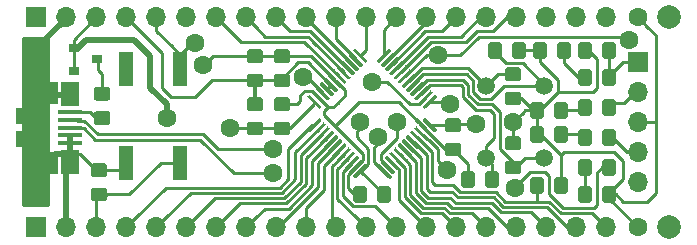
<source format=gbr>
G04 #@! TF.GenerationSoftware,KiCad,Pcbnew,(5.1.5)-3*
G04 #@! TF.CreationDate,2020-07-09T12:28:23-03:00*
G04 #@! TF.ProjectId,UFRGS PILL,55465247-5320-4504-994c-4c2e6b696361,0.1*
G04 #@! TF.SameCoordinates,Original*
G04 #@! TF.FileFunction,Copper,L1,Top*
G04 #@! TF.FilePolarity,Positive*
%FSLAX46Y46*%
G04 Gerber Fmt 4.6, Leading zero omitted, Abs format (unit mm)*
G04 Created by KiCad (PCBNEW (5.1.5)-3) date 2020-07-09 12:28:23*
%MOMM*%
%LPD*%
G04 APERTURE LIST*
%ADD10C,0.100000*%
%ADD11R,1.300000X3.000000*%
%ADD12R,0.900000X0.800000*%
%ADD13R,2.500000X1.430000*%
%ADD14O,1.700000X1.350000*%
%ADD15O,1.500000X1.100000*%
%ADD16R,2.000000X0.400000*%
%ADD17R,1.500000X2.000000*%
%ADD18R,0.700000X1.825000*%
%ADD19R,2.000000X1.350000*%
%ADD20O,1.700000X1.700000*%
%ADD21R,1.700000X1.700000*%
%ADD22C,1.500000*%
%ADD23C,2.000000*%
%ADD24C,1.600000*%
%ADD25C,0.500000*%
%ADD26C,0.250000*%
%ADD27C,0.300000*%
%ADD28C,0.200000*%
%ADD29C,0.254000*%
G04 APERTURE END LIST*
G04 #@! TA.AperFunction,SMDPad,CuDef*
D10*
G36*
X139323805Y-45041443D02*
G01*
X139331086Y-45042523D01*
X139338225Y-45044311D01*
X139345155Y-45046791D01*
X139351809Y-45049938D01*
X139358122Y-45053722D01*
X139364033Y-45058106D01*
X139369487Y-45063049D01*
X139475553Y-45169115D01*
X139480496Y-45174569D01*
X139484880Y-45180480D01*
X139488664Y-45186793D01*
X139491811Y-45193447D01*
X139494291Y-45200377D01*
X139496079Y-45207516D01*
X139497159Y-45214797D01*
X139497520Y-45222148D01*
X139497159Y-45229499D01*
X139496079Y-45236780D01*
X139494291Y-45243919D01*
X139491811Y-45250849D01*
X139488664Y-45257503D01*
X139484880Y-45263816D01*
X139480496Y-45269727D01*
X139475553Y-45275181D01*
X138538637Y-46212097D01*
X138533183Y-46217040D01*
X138527272Y-46221424D01*
X138520959Y-46225208D01*
X138514305Y-46228355D01*
X138507375Y-46230835D01*
X138500236Y-46232623D01*
X138492955Y-46233703D01*
X138485604Y-46234064D01*
X138478253Y-46233703D01*
X138470972Y-46232623D01*
X138463833Y-46230835D01*
X138456903Y-46228355D01*
X138450249Y-46225208D01*
X138443936Y-46221424D01*
X138438025Y-46217040D01*
X138432571Y-46212097D01*
X138326505Y-46106031D01*
X138321562Y-46100577D01*
X138317178Y-46094666D01*
X138313394Y-46088353D01*
X138310247Y-46081699D01*
X138307767Y-46074769D01*
X138305979Y-46067630D01*
X138304899Y-46060349D01*
X138304538Y-46052998D01*
X138304899Y-46045647D01*
X138305979Y-46038366D01*
X138307767Y-46031227D01*
X138310247Y-46024297D01*
X138313394Y-46017643D01*
X138317178Y-46011330D01*
X138321562Y-46005419D01*
X138326505Y-45999965D01*
X139263421Y-45063049D01*
X139268875Y-45058106D01*
X139274786Y-45053722D01*
X139281099Y-45049938D01*
X139287753Y-45046791D01*
X139294683Y-45044311D01*
X139301822Y-45042523D01*
X139309103Y-45041443D01*
X139316454Y-45041082D01*
X139323805Y-45041443D01*
G37*
G04 #@! TD.AperFunction*
G04 #@! TA.AperFunction,SMDPad,CuDef*
G36*
X138845802Y-47392658D02*
G01*
X138853083Y-47393738D01*
X138860222Y-47395526D01*
X138867152Y-47398006D01*
X138873806Y-47401153D01*
X138880119Y-47404937D01*
X138886030Y-47409321D01*
X138891484Y-47414264D01*
X139828400Y-48351180D01*
X139833343Y-48356634D01*
X139837727Y-48362545D01*
X139841511Y-48368858D01*
X139844658Y-48375512D01*
X139847138Y-48382442D01*
X139848926Y-48389581D01*
X139850006Y-48396862D01*
X139850367Y-48404213D01*
X139850006Y-48411564D01*
X139848926Y-48418845D01*
X139847138Y-48425984D01*
X139844658Y-48432914D01*
X139841511Y-48439568D01*
X139837727Y-48445881D01*
X139833343Y-48451792D01*
X139828400Y-48457246D01*
X139722334Y-48563312D01*
X139716880Y-48568255D01*
X139710969Y-48572639D01*
X139704656Y-48576423D01*
X139698002Y-48579570D01*
X139691072Y-48582050D01*
X139683933Y-48583838D01*
X139676652Y-48584918D01*
X139669301Y-48585279D01*
X139661950Y-48584918D01*
X139654669Y-48583838D01*
X139647530Y-48582050D01*
X139640600Y-48579570D01*
X139633946Y-48576423D01*
X139627633Y-48572639D01*
X139621722Y-48568255D01*
X139616268Y-48563312D01*
X138679352Y-47626396D01*
X138674409Y-47620942D01*
X138670025Y-47615031D01*
X138666241Y-47608718D01*
X138663094Y-47602064D01*
X138660614Y-47595134D01*
X138658826Y-47587995D01*
X138657746Y-47580714D01*
X138657385Y-47573363D01*
X138657746Y-47566012D01*
X138658826Y-47558731D01*
X138660614Y-47551592D01*
X138663094Y-47544662D01*
X138666241Y-47538008D01*
X138670025Y-47531695D01*
X138674409Y-47525784D01*
X138679352Y-47520330D01*
X138785418Y-47414264D01*
X138790872Y-47409321D01*
X138796783Y-47404937D01*
X138803096Y-47401153D01*
X138809750Y-47398006D01*
X138816680Y-47395526D01*
X138823819Y-47393738D01*
X138831100Y-47392658D01*
X138838451Y-47392297D01*
X138845802Y-47392658D01*
G37*
G04 #@! TD.AperFunction*
G04 #@! TA.AperFunction,SMDPad,CuDef*
G36*
X138492248Y-47746212D02*
G01*
X138499529Y-47747292D01*
X138506668Y-47749080D01*
X138513598Y-47751560D01*
X138520252Y-47754707D01*
X138526565Y-47758491D01*
X138532476Y-47762875D01*
X138537930Y-47767818D01*
X139474846Y-48704734D01*
X139479789Y-48710188D01*
X139484173Y-48716099D01*
X139487957Y-48722412D01*
X139491104Y-48729066D01*
X139493584Y-48735996D01*
X139495372Y-48743135D01*
X139496452Y-48750416D01*
X139496813Y-48757767D01*
X139496452Y-48765118D01*
X139495372Y-48772399D01*
X139493584Y-48779538D01*
X139491104Y-48786468D01*
X139487957Y-48793122D01*
X139484173Y-48799435D01*
X139479789Y-48805346D01*
X139474846Y-48810800D01*
X139368780Y-48916866D01*
X139363326Y-48921809D01*
X139357415Y-48926193D01*
X139351102Y-48929977D01*
X139344448Y-48933124D01*
X139337518Y-48935604D01*
X139330379Y-48937392D01*
X139323098Y-48938472D01*
X139315747Y-48938833D01*
X139308396Y-48938472D01*
X139301115Y-48937392D01*
X139293976Y-48935604D01*
X139287046Y-48933124D01*
X139280392Y-48929977D01*
X139274079Y-48926193D01*
X139268168Y-48921809D01*
X139262714Y-48916866D01*
X138325798Y-47979950D01*
X138320855Y-47974496D01*
X138316471Y-47968585D01*
X138312687Y-47962272D01*
X138309540Y-47955618D01*
X138307060Y-47948688D01*
X138305272Y-47941549D01*
X138304192Y-47934268D01*
X138303831Y-47926917D01*
X138304192Y-47919566D01*
X138305272Y-47912285D01*
X138307060Y-47905146D01*
X138309540Y-47898216D01*
X138312687Y-47891562D01*
X138316471Y-47885249D01*
X138320855Y-47879338D01*
X138325798Y-47873884D01*
X138431864Y-47767818D01*
X138437318Y-47762875D01*
X138443229Y-47758491D01*
X138449542Y-47754707D01*
X138456196Y-47751560D01*
X138463126Y-47749080D01*
X138470265Y-47747292D01*
X138477546Y-47746212D01*
X138484897Y-47745851D01*
X138492248Y-47746212D01*
G37*
G04 #@! TD.AperFunction*
G04 #@! TA.AperFunction,SMDPad,CuDef*
G36*
X138138695Y-48099765D02*
G01*
X138145976Y-48100845D01*
X138153115Y-48102633D01*
X138160045Y-48105113D01*
X138166699Y-48108260D01*
X138173012Y-48112044D01*
X138178923Y-48116428D01*
X138184377Y-48121371D01*
X139121293Y-49058287D01*
X139126236Y-49063741D01*
X139130620Y-49069652D01*
X139134404Y-49075965D01*
X139137551Y-49082619D01*
X139140031Y-49089549D01*
X139141819Y-49096688D01*
X139142899Y-49103969D01*
X139143260Y-49111320D01*
X139142899Y-49118671D01*
X139141819Y-49125952D01*
X139140031Y-49133091D01*
X139137551Y-49140021D01*
X139134404Y-49146675D01*
X139130620Y-49152988D01*
X139126236Y-49158899D01*
X139121293Y-49164353D01*
X139015227Y-49270419D01*
X139009773Y-49275362D01*
X139003862Y-49279746D01*
X138997549Y-49283530D01*
X138990895Y-49286677D01*
X138983965Y-49289157D01*
X138976826Y-49290945D01*
X138969545Y-49292025D01*
X138962194Y-49292386D01*
X138954843Y-49292025D01*
X138947562Y-49290945D01*
X138940423Y-49289157D01*
X138933493Y-49286677D01*
X138926839Y-49283530D01*
X138920526Y-49279746D01*
X138914615Y-49275362D01*
X138909161Y-49270419D01*
X137972245Y-48333503D01*
X137967302Y-48328049D01*
X137962918Y-48322138D01*
X137959134Y-48315825D01*
X137955987Y-48309171D01*
X137953507Y-48302241D01*
X137951719Y-48295102D01*
X137950639Y-48287821D01*
X137950278Y-48280470D01*
X137950639Y-48273119D01*
X137951719Y-48265838D01*
X137953507Y-48258699D01*
X137955987Y-48251769D01*
X137959134Y-48245115D01*
X137962918Y-48238802D01*
X137967302Y-48232891D01*
X137972245Y-48227437D01*
X138078311Y-48121371D01*
X138083765Y-48116428D01*
X138089676Y-48112044D01*
X138095989Y-48108260D01*
X138102643Y-48105113D01*
X138109573Y-48102633D01*
X138116712Y-48100845D01*
X138123993Y-48099765D01*
X138131344Y-48099404D01*
X138138695Y-48099765D01*
G37*
G04 #@! TD.AperFunction*
G04 #@! TA.AperFunction,SMDPad,CuDef*
G36*
X137785141Y-48453319D02*
G01*
X137792422Y-48454399D01*
X137799561Y-48456187D01*
X137806491Y-48458667D01*
X137813145Y-48461814D01*
X137819458Y-48465598D01*
X137825369Y-48469982D01*
X137830823Y-48474925D01*
X138767739Y-49411841D01*
X138772682Y-49417295D01*
X138777066Y-49423206D01*
X138780850Y-49429519D01*
X138783997Y-49436173D01*
X138786477Y-49443103D01*
X138788265Y-49450242D01*
X138789345Y-49457523D01*
X138789706Y-49464874D01*
X138789345Y-49472225D01*
X138788265Y-49479506D01*
X138786477Y-49486645D01*
X138783997Y-49493575D01*
X138780850Y-49500229D01*
X138777066Y-49506542D01*
X138772682Y-49512453D01*
X138767739Y-49517907D01*
X138661673Y-49623973D01*
X138656219Y-49628916D01*
X138650308Y-49633300D01*
X138643995Y-49637084D01*
X138637341Y-49640231D01*
X138630411Y-49642711D01*
X138623272Y-49644499D01*
X138615991Y-49645579D01*
X138608640Y-49645940D01*
X138601289Y-49645579D01*
X138594008Y-49644499D01*
X138586869Y-49642711D01*
X138579939Y-49640231D01*
X138573285Y-49637084D01*
X138566972Y-49633300D01*
X138561061Y-49628916D01*
X138555607Y-49623973D01*
X137618691Y-48687057D01*
X137613748Y-48681603D01*
X137609364Y-48675692D01*
X137605580Y-48669379D01*
X137602433Y-48662725D01*
X137599953Y-48655795D01*
X137598165Y-48648656D01*
X137597085Y-48641375D01*
X137596724Y-48634024D01*
X137597085Y-48626673D01*
X137598165Y-48619392D01*
X137599953Y-48612253D01*
X137602433Y-48605323D01*
X137605580Y-48598669D01*
X137609364Y-48592356D01*
X137613748Y-48586445D01*
X137618691Y-48580991D01*
X137724757Y-48474925D01*
X137730211Y-48469982D01*
X137736122Y-48465598D01*
X137742435Y-48461814D01*
X137749089Y-48458667D01*
X137756019Y-48456187D01*
X137763158Y-48454399D01*
X137770439Y-48453319D01*
X137777790Y-48452958D01*
X137785141Y-48453319D01*
G37*
G04 #@! TD.AperFunction*
G04 #@! TA.AperFunction,SMDPad,CuDef*
G36*
X137431588Y-48806872D02*
G01*
X137438869Y-48807952D01*
X137446008Y-48809740D01*
X137452938Y-48812220D01*
X137459592Y-48815367D01*
X137465905Y-48819151D01*
X137471816Y-48823535D01*
X137477270Y-48828478D01*
X138414186Y-49765394D01*
X138419129Y-49770848D01*
X138423513Y-49776759D01*
X138427297Y-49783072D01*
X138430444Y-49789726D01*
X138432924Y-49796656D01*
X138434712Y-49803795D01*
X138435792Y-49811076D01*
X138436153Y-49818427D01*
X138435792Y-49825778D01*
X138434712Y-49833059D01*
X138432924Y-49840198D01*
X138430444Y-49847128D01*
X138427297Y-49853782D01*
X138423513Y-49860095D01*
X138419129Y-49866006D01*
X138414186Y-49871460D01*
X138308120Y-49977526D01*
X138302666Y-49982469D01*
X138296755Y-49986853D01*
X138290442Y-49990637D01*
X138283788Y-49993784D01*
X138276858Y-49996264D01*
X138269719Y-49998052D01*
X138262438Y-49999132D01*
X138255087Y-49999493D01*
X138247736Y-49999132D01*
X138240455Y-49998052D01*
X138233316Y-49996264D01*
X138226386Y-49993784D01*
X138219732Y-49990637D01*
X138213419Y-49986853D01*
X138207508Y-49982469D01*
X138202054Y-49977526D01*
X137265138Y-49040610D01*
X137260195Y-49035156D01*
X137255811Y-49029245D01*
X137252027Y-49022932D01*
X137248880Y-49016278D01*
X137246400Y-49009348D01*
X137244612Y-49002209D01*
X137243532Y-48994928D01*
X137243171Y-48987577D01*
X137243532Y-48980226D01*
X137244612Y-48972945D01*
X137246400Y-48965806D01*
X137248880Y-48958876D01*
X137252027Y-48952222D01*
X137255811Y-48945909D01*
X137260195Y-48939998D01*
X137265138Y-48934544D01*
X137371204Y-48828478D01*
X137376658Y-48823535D01*
X137382569Y-48819151D01*
X137388882Y-48815367D01*
X137395536Y-48812220D01*
X137402466Y-48809740D01*
X137409605Y-48807952D01*
X137416886Y-48806872D01*
X137424237Y-48806511D01*
X137431588Y-48806872D01*
G37*
G04 #@! TD.AperFunction*
G04 #@! TA.AperFunction,SMDPad,CuDef*
G36*
X137078035Y-49160425D02*
G01*
X137085316Y-49161505D01*
X137092455Y-49163293D01*
X137099385Y-49165773D01*
X137106039Y-49168920D01*
X137112352Y-49172704D01*
X137118263Y-49177088D01*
X137123717Y-49182031D01*
X138060633Y-50118947D01*
X138065576Y-50124401D01*
X138069960Y-50130312D01*
X138073744Y-50136625D01*
X138076891Y-50143279D01*
X138079371Y-50150209D01*
X138081159Y-50157348D01*
X138082239Y-50164629D01*
X138082600Y-50171980D01*
X138082239Y-50179331D01*
X138081159Y-50186612D01*
X138079371Y-50193751D01*
X138076891Y-50200681D01*
X138073744Y-50207335D01*
X138069960Y-50213648D01*
X138065576Y-50219559D01*
X138060633Y-50225013D01*
X137954567Y-50331079D01*
X137949113Y-50336022D01*
X137943202Y-50340406D01*
X137936889Y-50344190D01*
X137930235Y-50347337D01*
X137923305Y-50349817D01*
X137916166Y-50351605D01*
X137908885Y-50352685D01*
X137901534Y-50353046D01*
X137894183Y-50352685D01*
X137886902Y-50351605D01*
X137879763Y-50349817D01*
X137872833Y-50347337D01*
X137866179Y-50344190D01*
X137859866Y-50340406D01*
X137853955Y-50336022D01*
X137848501Y-50331079D01*
X136911585Y-49394163D01*
X136906642Y-49388709D01*
X136902258Y-49382798D01*
X136898474Y-49376485D01*
X136895327Y-49369831D01*
X136892847Y-49362901D01*
X136891059Y-49355762D01*
X136889979Y-49348481D01*
X136889618Y-49341130D01*
X136889979Y-49333779D01*
X136891059Y-49326498D01*
X136892847Y-49319359D01*
X136895327Y-49312429D01*
X136898474Y-49305775D01*
X136902258Y-49299462D01*
X136906642Y-49293551D01*
X136911585Y-49288097D01*
X137017651Y-49182031D01*
X137023105Y-49177088D01*
X137029016Y-49172704D01*
X137035329Y-49168920D01*
X137041983Y-49165773D01*
X137048913Y-49163293D01*
X137056052Y-49161505D01*
X137063333Y-49160425D01*
X137070684Y-49160064D01*
X137078035Y-49160425D01*
G37*
G04 #@! TD.AperFunction*
G04 #@! TA.AperFunction,SMDPad,CuDef*
G36*
X136724481Y-49513979D02*
G01*
X136731762Y-49515059D01*
X136738901Y-49516847D01*
X136745831Y-49519327D01*
X136752485Y-49522474D01*
X136758798Y-49526258D01*
X136764709Y-49530642D01*
X136770163Y-49535585D01*
X137707079Y-50472501D01*
X137712022Y-50477955D01*
X137716406Y-50483866D01*
X137720190Y-50490179D01*
X137723337Y-50496833D01*
X137725817Y-50503763D01*
X137727605Y-50510902D01*
X137728685Y-50518183D01*
X137729046Y-50525534D01*
X137728685Y-50532885D01*
X137727605Y-50540166D01*
X137725817Y-50547305D01*
X137723337Y-50554235D01*
X137720190Y-50560889D01*
X137716406Y-50567202D01*
X137712022Y-50573113D01*
X137707079Y-50578567D01*
X137601013Y-50684633D01*
X137595559Y-50689576D01*
X137589648Y-50693960D01*
X137583335Y-50697744D01*
X137576681Y-50700891D01*
X137569751Y-50703371D01*
X137562612Y-50705159D01*
X137555331Y-50706239D01*
X137547980Y-50706600D01*
X137540629Y-50706239D01*
X137533348Y-50705159D01*
X137526209Y-50703371D01*
X137519279Y-50700891D01*
X137512625Y-50697744D01*
X137506312Y-50693960D01*
X137500401Y-50689576D01*
X137494947Y-50684633D01*
X136558031Y-49747717D01*
X136553088Y-49742263D01*
X136548704Y-49736352D01*
X136544920Y-49730039D01*
X136541773Y-49723385D01*
X136539293Y-49716455D01*
X136537505Y-49709316D01*
X136536425Y-49702035D01*
X136536064Y-49694684D01*
X136536425Y-49687333D01*
X136537505Y-49680052D01*
X136539293Y-49672913D01*
X136541773Y-49665983D01*
X136544920Y-49659329D01*
X136548704Y-49653016D01*
X136553088Y-49647105D01*
X136558031Y-49641651D01*
X136664097Y-49535585D01*
X136669551Y-49530642D01*
X136675462Y-49526258D01*
X136681775Y-49522474D01*
X136688429Y-49519327D01*
X136695359Y-49516847D01*
X136702498Y-49515059D01*
X136709779Y-49513979D01*
X136717130Y-49513618D01*
X136724481Y-49513979D01*
G37*
G04 #@! TD.AperFunction*
G04 #@! TA.AperFunction,SMDPad,CuDef*
G36*
X136370928Y-49867532D02*
G01*
X136378209Y-49868612D01*
X136385348Y-49870400D01*
X136392278Y-49872880D01*
X136398932Y-49876027D01*
X136405245Y-49879811D01*
X136411156Y-49884195D01*
X136416610Y-49889138D01*
X137353526Y-50826054D01*
X137358469Y-50831508D01*
X137362853Y-50837419D01*
X137366637Y-50843732D01*
X137369784Y-50850386D01*
X137372264Y-50857316D01*
X137374052Y-50864455D01*
X137375132Y-50871736D01*
X137375493Y-50879087D01*
X137375132Y-50886438D01*
X137374052Y-50893719D01*
X137372264Y-50900858D01*
X137369784Y-50907788D01*
X137366637Y-50914442D01*
X137362853Y-50920755D01*
X137358469Y-50926666D01*
X137353526Y-50932120D01*
X137247460Y-51038186D01*
X137242006Y-51043129D01*
X137236095Y-51047513D01*
X137229782Y-51051297D01*
X137223128Y-51054444D01*
X137216198Y-51056924D01*
X137209059Y-51058712D01*
X137201778Y-51059792D01*
X137194427Y-51060153D01*
X137187076Y-51059792D01*
X137179795Y-51058712D01*
X137172656Y-51056924D01*
X137165726Y-51054444D01*
X137159072Y-51051297D01*
X137152759Y-51047513D01*
X137146848Y-51043129D01*
X137141394Y-51038186D01*
X136204478Y-50101270D01*
X136199535Y-50095816D01*
X136195151Y-50089905D01*
X136191367Y-50083592D01*
X136188220Y-50076938D01*
X136185740Y-50070008D01*
X136183952Y-50062869D01*
X136182872Y-50055588D01*
X136182511Y-50048237D01*
X136182872Y-50040886D01*
X136183952Y-50033605D01*
X136185740Y-50026466D01*
X136188220Y-50019536D01*
X136191367Y-50012882D01*
X136195151Y-50006569D01*
X136199535Y-50000658D01*
X136204478Y-49995204D01*
X136310544Y-49889138D01*
X136315998Y-49884195D01*
X136321909Y-49879811D01*
X136328222Y-49876027D01*
X136334876Y-49872880D01*
X136341806Y-49870400D01*
X136348945Y-49868612D01*
X136356226Y-49867532D01*
X136363577Y-49867171D01*
X136370928Y-49867532D01*
G37*
G04 #@! TD.AperFunction*
G04 #@! TA.AperFunction,SMDPad,CuDef*
G36*
X136017375Y-50221085D02*
G01*
X136024656Y-50222165D01*
X136031795Y-50223953D01*
X136038725Y-50226433D01*
X136045379Y-50229580D01*
X136051692Y-50233364D01*
X136057603Y-50237748D01*
X136063057Y-50242691D01*
X136999973Y-51179607D01*
X137004916Y-51185061D01*
X137009300Y-51190972D01*
X137013084Y-51197285D01*
X137016231Y-51203939D01*
X137018711Y-51210869D01*
X137020499Y-51218008D01*
X137021579Y-51225289D01*
X137021940Y-51232640D01*
X137021579Y-51239991D01*
X137020499Y-51247272D01*
X137018711Y-51254411D01*
X137016231Y-51261341D01*
X137013084Y-51267995D01*
X137009300Y-51274308D01*
X137004916Y-51280219D01*
X136999973Y-51285673D01*
X136893907Y-51391739D01*
X136888453Y-51396682D01*
X136882542Y-51401066D01*
X136876229Y-51404850D01*
X136869575Y-51407997D01*
X136862645Y-51410477D01*
X136855506Y-51412265D01*
X136848225Y-51413345D01*
X136840874Y-51413706D01*
X136833523Y-51413345D01*
X136826242Y-51412265D01*
X136819103Y-51410477D01*
X136812173Y-51407997D01*
X136805519Y-51404850D01*
X136799206Y-51401066D01*
X136793295Y-51396682D01*
X136787841Y-51391739D01*
X135850925Y-50454823D01*
X135845982Y-50449369D01*
X135841598Y-50443458D01*
X135837814Y-50437145D01*
X135834667Y-50430491D01*
X135832187Y-50423561D01*
X135830399Y-50416422D01*
X135829319Y-50409141D01*
X135828958Y-50401790D01*
X135829319Y-50394439D01*
X135830399Y-50387158D01*
X135832187Y-50380019D01*
X135834667Y-50373089D01*
X135837814Y-50366435D01*
X135841598Y-50360122D01*
X135845982Y-50354211D01*
X135850925Y-50348757D01*
X135956991Y-50242691D01*
X135962445Y-50237748D01*
X135968356Y-50233364D01*
X135974669Y-50229580D01*
X135981323Y-50226433D01*
X135988253Y-50223953D01*
X135995392Y-50222165D01*
X136002673Y-50221085D01*
X136010024Y-50220724D01*
X136017375Y-50221085D01*
G37*
G04 #@! TD.AperFunction*
G04 #@! TA.AperFunction,SMDPad,CuDef*
G36*
X135663821Y-50574639D02*
G01*
X135671102Y-50575719D01*
X135678241Y-50577507D01*
X135685171Y-50579987D01*
X135691825Y-50583134D01*
X135698138Y-50586918D01*
X135704049Y-50591302D01*
X135709503Y-50596245D01*
X136646419Y-51533161D01*
X136651362Y-51538615D01*
X136655746Y-51544526D01*
X136659530Y-51550839D01*
X136662677Y-51557493D01*
X136665157Y-51564423D01*
X136666945Y-51571562D01*
X136668025Y-51578843D01*
X136668386Y-51586194D01*
X136668025Y-51593545D01*
X136666945Y-51600826D01*
X136665157Y-51607965D01*
X136662677Y-51614895D01*
X136659530Y-51621549D01*
X136655746Y-51627862D01*
X136651362Y-51633773D01*
X136646419Y-51639227D01*
X136540353Y-51745293D01*
X136534899Y-51750236D01*
X136528988Y-51754620D01*
X136522675Y-51758404D01*
X136516021Y-51761551D01*
X136509091Y-51764031D01*
X136501952Y-51765819D01*
X136494671Y-51766899D01*
X136487320Y-51767260D01*
X136479969Y-51766899D01*
X136472688Y-51765819D01*
X136465549Y-51764031D01*
X136458619Y-51761551D01*
X136451965Y-51758404D01*
X136445652Y-51754620D01*
X136439741Y-51750236D01*
X136434287Y-51745293D01*
X135497371Y-50808377D01*
X135492428Y-50802923D01*
X135488044Y-50797012D01*
X135484260Y-50790699D01*
X135481113Y-50784045D01*
X135478633Y-50777115D01*
X135476845Y-50769976D01*
X135475765Y-50762695D01*
X135475404Y-50755344D01*
X135475765Y-50747993D01*
X135476845Y-50740712D01*
X135478633Y-50733573D01*
X135481113Y-50726643D01*
X135484260Y-50719989D01*
X135488044Y-50713676D01*
X135492428Y-50707765D01*
X135497371Y-50702311D01*
X135603437Y-50596245D01*
X135608891Y-50591302D01*
X135614802Y-50586918D01*
X135621115Y-50583134D01*
X135627769Y-50579987D01*
X135634699Y-50577507D01*
X135641838Y-50575719D01*
X135649119Y-50574639D01*
X135656470Y-50574278D01*
X135663821Y-50574639D01*
G37*
G04 #@! TD.AperFunction*
G04 #@! TA.AperFunction,SMDPad,CuDef*
G36*
X135310268Y-50928192D02*
G01*
X135317549Y-50929272D01*
X135324688Y-50931060D01*
X135331618Y-50933540D01*
X135338272Y-50936687D01*
X135344585Y-50940471D01*
X135350496Y-50944855D01*
X135355950Y-50949798D01*
X136292866Y-51886714D01*
X136297809Y-51892168D01*
X136302193Y-51898079D01*
X136305977Y-51904392D01*
X136309124Y-51911046D01*
X136311604Y-51917976D01*
X136313392Y-51925115D01*
X136314472Y-51932396D01*
X136314833Y-51939747D01*
X136314472Y-51947098D01*
X136313392Y-51954379D01*
X136311604Y-51961518D01*
X136309124Y-51968448D01*
X136305977Y-51975102D01*
X136302193Y-51981415D01*
X136297809Y-51987326D01*
X136292866Y-51992780D01*
X136186800Y-52098846D01*
X136181346Y-52103789D01*
X136175435Y-52108173D01*
X136169122Y-52111957D01*
X136162468Y-52115104D01*
X136155538Y-52117584D01*
X136148399Y-52119372D01*
X136141118Y-52120452D01*
X136133767Y-52120813D01*
X136126416Y-52120452D01*
X136119135Y-52119372D01*
X136111996Y-52117584D01*
X136105066Y-52115104D01*
X136098412Y-52111957D01*
X136092099Y-52108173D01*
X136086188Y-52103789D01*
X136080734Y-52098846D01*
X135143818Y-51161930D01*
X135138875Y-51156476D01*
X135134491Y-51150565D01*
X135130707Y-51144252D01*
X135127560Y-51137598D01*
X135125080Y-51130668D01*
X135123292Y-51123529D01*
X135122212Y-51116248D01*
X135121851Y-51108897D01*
X135122212Y-51101546D01*
X135123292Y-51094265D01*
X135125080Y-51087126D01*
X135127560Y-51080196D01*
X135130707Y-51073542D01*
X135134491Y-51067229D01*
X135138875Y-51061318D01*
X135143818Y-51055864D01*
X135249884Y-50949798D01*
X135255338Y-50944855D01*
X135261249Y-50940471D01*
X135267562Y-50936687D01*
X135274216Y-50933540D01*
X135281146Y-50931060D01*
X135288285Y-50929272D01*
X135295566Y-50928192D01*
X135302917Y-50927831D01*
X135310268Y-50928192D01*
G37*
G04 #@! TD.AperFunction*
G04 #@! TA.AperFunction,SMDPad,CuDef*
G36*
X134956714Y-51281746D02*
G01*
X134963995Y-51282826D01*
X134971134Y-51284614D01*
X134978064Y-51287094D01*
X134984718Y-51290241D01*
X134991031Y-51294025D01*
X134996942Y-51298409D01*
X135002396Y-51303352D01*
X135939312Y-52240268D01*
X135944255Y-52245722D01*
X135948639Y-52251633D01*
X135952423Y-52257946D01*
X135955570Y-52264600D01*
X135958050Y-52271530D01*
X135959838Y-52278669D01*
X135960918Y-52285950D01*
X135961279Y-52293301D01*
X135960918Y-52300652D01*
X135959838Y-52307933D01*
X135958050Y-52315072D01*
X135955570Y-52322002D01*
X135952423Y-52328656D01*
X135948639Y-52334969D01*
X135944255Y-52340880D01*
X135939312Y-52346334D01*
X135833246Y-52452400D01*
X135827792Y-52457343D01*
X135821881Y-52461727D01*
X135815568Y-52465511D01*
X135808914Y-52468658D01*
X135801984Y-52471138D01*
X135794845Y-52472926D01*
X135787564Y-52474006D01*
X135780213Y-52474367D01*
X135772862Y-52474006D01*
X135765581Y-52472926D01*
X135758442Y-52471138D01*
X135751512Y-52468658D01*
X135744858Y-52465511D01*
X135738545Y-52461727D01*
X135732634Y-52457343D01*
X135727180Y-52452400D01*
X134790264Y-51515484D01*
X134785321Y-51510030D01*
X134780937Y-51504119D01*
X134777153Y-51497806D01*
X134774006Y-51491152D01*
X134771526Y-51484222D01*
X134769738Y-51477083D01*
X134768658Y-51469802D01*
X134768297Y-51462451D01*
X134768658Y-51455100D01*
X134769738Y-51447819D01*
X134771526Y-51440680D01*
X134774006Y-51433750D01*
X134777153Y-51427096D01*
X134780937Y-51420783D01*
X134785321Y-51414872D01*
X134790264Y-51409418D01*
X134896330Y-51303352D01*
X134901784Y-51298409D01*
X134907695Y-51294025D01*
X134914008Y-51290241D01*
X134920662Y-51287094D01*
X134927592Y-51284614D01*
X134934731Y-51282826D01*
X134942012Y-51281746D01*
X134949363Y-51281385D01*
X134956714Y-51281746D01*
G37*
G04 #@! TD.AperFunction*
G04 #@! TA.AperFunction,SMDPad,CuDef*
G36*
X133789988Y-51281746D02*
G01*
X133797269Y-51282826D01*
X133804408Y-51284614D01*
X133811338Y-51287094D01*
X133817992Y-51290241D01*
X133824305Y-51294025D01*
X133830216Y-51298409D01*
X133835670Y-51303352D01*
X133941736Y-51409418D01*
X133946679Y-51414872D01*
X133951063Y-51420783D01*
X133954847Y-51427096D01*
X133957994Y-51433750D01*
X133960474Y-51440680D01*
X133962262Y-51447819D01*
X133963342Y-51455100D01*
X133963703Y-51462451D01*
X133963342Y-51469802D01*
X133962262Y-51477083D01*
X133960474Y-51484222D01*
X133957994Y-51491152D01*
X133954847Y-51497806D01*
X133951063Y-51504119D01*
X133946679Y-51510030D01*
X133941736Y-51515484D01*
X133004820Y-52452400D01*
X132999366Y-52457343D01*
X132993455Y-52461727D01*
X132987142Y-52465511D01*
X132980488Y-52468658D01*
X132973558Y-52471138D01*
X132966419Y-52472926D01*
X132959138Y-52474006D01*
X132951787Y-52474367D01*
X132944436Y-52474006D01*
X132937155Y-52472926D01*
X132930016Y-52471138D01*
X132923086Y-52468658D01*
X132916432Y-52465511D01*
X132910119Y-52461727D01*
X132904208Y-52457343D01*
X132898754Y-52452400D01*
X132792688Y-52346334D01*
X132787745Y-52340880D01*
X132783361Y-52334969D01*
X132779577Y-52328656D01*
X132776430Y-52322002D01*
X132773950Y-52315072D01*
X132772162Y-52307933D01*
X132771082Y-52300652D01*
X132770721Y-52293301D01*
X132771082Y-52285950D01*
X132772162Y-52278669D01*
X132773950Y-52271530D01*
X132776430Y-52264600D01*
X132779577Y-52257946D01*
X132783361Y-52251633D01*
X132787745Y-52245722D01*
X132792688Y-52240268D01*
X133729604Y-51303352D01*
X133735058Y-51298409D01*
X133740969Y-51294025D01*
X133747282Y-51290241D01*
X133753936Y-51287094D01*
X133760866Y-51284614D01*
X133768005Y-51282826D01*
X133775286Y-51281746D01*
X133782637Y-51281385D01*
X133789988Y-51281746D01*
G37*
G04 #@! TD.AperFunction*
G04 #@! TA.AperFunction,SMDPad,CuDef*
G36*
X133436434Y-50928192D02*
G01*
X133443715Y-50929272D01*
X133450854Y-50931060D01*
X133457784Y-50933540D01*
X133464438Y-50936687D01*
X133470751Y-50940471D01*
X133476662Y-50944855D01*
X133482116Y-50949798D01*
X133588182Y-51055864D01*
X133593125Y-51061318D01*
X133597509Y-51067229D01*
X133601293Y-51073542D01*
X133604440Y-51080196D01*
X133606920Y-51087126D01*
X133608708Y-51094265D01*
X133609788Y-51101546D01*
X133610149Y-51108897D01*
X133609788Y-51116248D01*
X133608708Y-51123529D01*
X133606920Y-51130668D01*
X133604440Y-51137598D01*
X133601293Y-51144252D01*
X133597509Y-51150565D01*
X133593125Y-51156476D01*
X133588182Y-51161930D01*
X132651266Y-52098846D01*
X132645812Y-52103789D01*
X132639901Y-52108173D01*
X132633588Y-52111957D01*
X132626934Y-52115104D01*
X132620004Y-52117584D01*
X132612865Y-52119372D01*
X132605584Y-52120452D01*
X132598233Y-52120813D01*
X132590882Y-52120452D01*
X132583601Y-52119372D01*
X132576462Y-52117584D01*
X132569532Y-52115104D01*
X132562878Y-52111957D01*
X132556565Y-52108173D01*
X132550654Y-52103789D01*
X132545200Y-52098846D01*
X132439134Y-51992780D01*
X132434191Y-51987326D01*
X132429807Y-51981415D01*
X132426023Y-51975102D01*
X132422876Y-51968448D01*
X132420396Y-51961518D01*
X132418608Y-51954379D01*
X132417528Y-51947098D01*
X132417167Y-51939747D01*
X132417528Y-51932396D01*
X132418608Y-51925115D01*
X132420396Y-51917976D01*
X132422876Y-51911046D01*
X132426023Y-51904392D01*
X132429807Y-51898079D01*
X132434191Y-51892168D01*
X132439134Y-51886714D01*
X133376050Y-50949798D01*
X133381504Y-50944855D01*
X133387415Y-50940471D01*
X133393728Y-50936687D01*
X133400382Y-50933540D01*
X133407312Y-50931060D01*
X133414451Y-50929272D01*
X133421732Y-50928192D01*
X133429083Y-50927831D01*
X133436434Y-50928192D01*
G37*
G04 #@! TD.AperFunction*
G04 #@! TA.AperFunction,SMDPad,CuDef*
G36*
X133082881Y-50574639D02*
G01*
X133090162Y-50575719D01*
X133097301Y-50577507D01*
X133104231Y-50579987D01*
X133110885Y-50583134D01*
X133117198Y-50586918D01*
X133123109Y-50591302D01*
X133128563Y-50596245D01*
X133234629Y-50702311D01*
X133239572Y-50707765D01*
X133243956Y-50713676D01*
X133247740Y-50719989D01*
X133250887Y-50726643D01*
X133253367Y-50733573D01*
X133255155Y-50740712D01*
X133256235Y-50747993D01*
X133256596Y-50755344D01*
X133256235Y-50762695D01*
X133255155Y-50769976D01*
X133253367Y-50777115D01*
X133250887Y-50784045D01*
X133247740Y-50790699D01*
X133243956Y-50797012D01*
X133239572Y-50802923D01*
X133234629Y-50808377D01*
X132297713Y-51745293D01*
X132292259Y-51750236D01*
X132286348Y-51754620D01*
X132280035Y-51758404D01*
X132273381Y-51761551D01*
X132266451Y-51764031D01*
X132259312Y-51765819D01*
X132252031Y-51766899D01*
X132244680Y-51767260D01*
X132237329Y-51766899D01*
X132230048Y-51765819D01*
X132222909Y-51764031D01*
X132215979Y-51761551D01*
X132209325Y-51758404D01*
X132203012Y-51754620D01*
X132197101Y-51750236D01*
X132191647Y-51745293D01*
X132085581Y-51639227D01*
X132080638Y-51633773D01*
X132076254Y-51627862D01*
X132072470Y-51621549D01*
X132069323Y-51614895D01*
X132066843Y-51607965D01*
X132065055Y-51600826D01*
X132063975Y-51593545D01*
X132063614Y-51586194D01*
X132063975Y-51578843D01*
X132065055Y-51571562D01*
X132066843Y-51564423D01*
X132069323Y-51557493D01*
X132072470Y-51550839D01*
X132076254Y-51544526D01*
X132080638Y-51538615D01*
X132085581Y-51533161D01*
X133022497Y-50596245D01*
X133027951Y-50591302D01*
X133033862Y-50586918D01*
X133040175Y-50583134D01*
X133046829Y-50579987D01*
X133053759Y-50577507D01*
X133060898Y-50575719D01*
X133068179Y-50574639D01*
X133075530Y-50574278D01*
X133082881Y-50574639D01*
G37*
G04 #@! TD.AperFunction*
G04 #@! TA.AperFunction,SMDPad,CuDef*
G36*
X132729327Y-50221085D02*
G01*
X132736608Y-50222165D01*
X132743747Y-50223953D01*
X132750677Y-50226433D01*
X132757331Y-50229580D01*
X132763644Y-50233364D01*
X132769555Y-50237748D01*
X132775009Y-50242691D01*
X132881075Y-50348757D01*
X132886018Y-50354211D01*
X132890402Y-50360122D01*
X132894186Y-50366435D01*
X132897333Y-50373089D01*
X132899813Y-50380019D01*
X132901601Y-50387158D01*
X132902681Y-50394439D01*
X132903042Y-50401790D01*
X132902681Y-50409141D01*
X132901601Y-50416422D01*
X132899813Y-50423561D01*
X132897333Y-50430491D01*
X132894186Y-50437145D01*
X132890402Y-50443458D01*
X132886018Y-50449369D01*
X132881075Y-50454823D01*
X131944159Y-51391739D01*
X131938705Y-51396682D01*
X131932794Y-51401066D01*
X131926481Y-51404850D01*
X131919827Y-51407997D01*
X131912897Y-51410477D01*
X131905758Y-51412265D01*
X131898477Y-51413345D01*
X131891126Y-51413706D01*
X131883775Y-51413345D01*
X131876494Y-51412265D01*
X131869355Y-51410477D01*
X131862425Y-51407997D01*
X131855771Y-51404850D01*
X131849458Y-51401066D01*
X131843547Y-51396682D01*
X131838093Y-51391739D01*
X131732027Y-51285673D01*
X131727084Y-51280219D01*
X131722700Y-51274308D01*
X131718916Y-51267995D01*
X131715769Y-51261341D01*
X131713289Y-51254411D01*
X131711501Y-51247272D01*
X131710421Y-51239991D01*
X131710060Y-51232640D01*
X131710421Y-51225289D01*
X131711501Y-51218008D01*
X131713289Y-51210869D01*
X131715769Y-51203939D01*
X131718916Y-51197285D01*
X131722700Y-51190972D01*
X131727084Y-51185061D01*
X131732027Y-51179607D01*
X132668943Y-50242691D01*
X132674397Y-50237748D01*
X132680308Y-50233364D01*
X132686621Y-50229580D01*
X132693275Y-50226433D01*
X132700205Y-50223953D01*
X132707344Y-50222165D01*
X132714625Y-50221085D01*
X132721976Y-50220724D01*
X132729327Y-50221085D01*
G37*
G04 #@! TD.AperFunction*
G04 #@! TA.AperFunction,SMDPad,CuDef*
G36*
X132375774Y-49867532D02*
G01*
X132383055Y-49868612D01*
X132390194Y-49870400D01*
X132397124Y-49872880D01*
X132403778Y-49876027D01*
X132410091Y-49879811D01*
X132416002Y-49884195D01*
X132421456Y-49889138D01*
X132527522Y-49995204D01*
X132532465Y-50000658D01*
X132536849Y-50006569D01*
X132540633Y-50012882D01*
X132543780Y-50019536D01*
X132546260Y-50026466D01*
X132548048Y-50033605D01*
X132549128Y-50040886D01*
X132549489Y-50048237D01*
X132549128Y-50055588D01*
X132548048Y-50062869D01*
X132546260Y-50070008D01*
X132543780Y-50076938D01*
X132540633Y-50083592D01*
X132536849Y-50089905D01*
X132532465Y-50095816D01*
X132527522Y-50101270D01*
X131590606Y-51038186D01*
X131585152Y-51043129D01*
X131579241Y-51047513D01*
X131572928Y-51051297D01*
X131566274Y-51054444D01*
X131559344Y-51056924D01*
X131552205Y-51058712D01*
X131544924Y-51059792D01*
X131537573Y-51060153D01*
X131530222Y-51059792D01*
X131522941Y-51058712D01*
X131515802Y-51056924D01*
X131508872Y-51054444D01*
X131502218Y-51051297D01*
X131495905Y-51047513D01*
X131489994Y-51043129D01*
X131484540Y-51038186D01*
X131378474Y-50932120D01*
X131373531Y-50926666D01*
X131369147Y-50920755D01*
X131365363Y-50914442D01*
X131362216Y-50907788D01*
X131359736Y-50900858D01*
X131357948Y-50893719D01*
X131356868Y-50886438D01*
X131356507Y-50879087D01*
X131356868Y-50871736D01*
X131357948Y-50864455D01*
X131359736Y-50857316D01*
X131362216Y-50850386D01*
X131365363Y-50843732D01*
X131369147Y-50837419D01*
X131373531Y-50831508D01*
X131378474Y-50826054D01*
X132315390Y-49889138D01*
X132320844Y-49884195D01*
X132326755Y-49879811D01*
X132333068Y-49876027D01*
X132339722Y-49872880D01*
X132346652Y-49870400D01*
X132353791Y-49868612D01*
X132361072Y-49867532D01*
X132368423Y-49867171D01*
X132375774Y-49867532D01*
G37*
G04 #@! TD.AperFunction*
G04 #@! TA.AperFunction,SMDPad,CuDef*
G36*
X132022221Y-49513979D02*
G01*
X132029502Y-49515059D01*
X132036641Y-49516847D01*
X132043571Y-49519327D01*
X132050225Y-49522474D01*
X132056538Y-49526258D01*
X132062449Y-49530642D01*
X132067903Y-49535585D01*
X132173969Y-49641651D01*
X132178912Y-49647105D01*
X132183296Y-49653016D01*
X132187080Y-49659329D01*
X132190227Y-49665983D01*
X132192707Y-49672913D01*
X132194495Y-49680052D01*
X132195575Y-49687333D01*
X132195936Y-49694684D01*
X132195575Y-49702035D01*
X132194495Y-49709316D01*
X132192707Y-49716455D01*
X132190227Y-49723385D01*
X132187080Y-49730039D01*
X132183296Y-49736352D01*
X132178912Y-49742263D01*
X132173969Y-49747717D01*
X131237053Y-50684633D01*
X131231599Y-50689576D01*
X131225688Y-50693960D01*
X131219375Y-50697744D01*
X131212721Y-50700891D01*
X131205791Y-50703371D01*
X131198652Y-50705159D01*
X131191371Y-50706239D01*
X131184020Y-50706600D01*
X131176669Y-50706239D01*
X131169388Y-50705159D01*
X131162249Y-50703371D01*
X131155319Y-50700891D01*
X131148665Y-50697744D01*
X131142352Y-50693960D01*
X131136441Y-50689576D01*
X131130987Y-50684633D01*
X131024921Y-50578567D01*
X131019978Y-50573113D01*
X131015594Y-50567202D01*
X131011810Y-50560889D01*
X131008663Y-50554235D01*
X131006183Y-50547305D01*
X131004395Y-50540166D01*
X131003315Y-50532885D01*
X131002954Y-50525534D01*
X131003315Y-50518183D01*
X131004395Y-50510902D01*
X131006183Y-50503763D01*
X131008663Y-50496833D01*
X131011810Y-50490179D01*
X131015594Y-50483866D01*
X131019978Y-50477955D01*
X131024921Y-50472501D01*
X131961837Y-49535585D01*
X131967291Y-49530642D01*
X131973202Y-49526258D01*
X131979515Y-49522474D01*
X131986169Y-49519327D01*
X131993099Y-49516847D01*
X132000238Y-49515059D01*
X132007519Y-49513979D01*
X132014870Y-49513618D01*
X132022221Y-49513979D01*
G37*
G04 #@! TD.AperFunction*
G04 #@! TA.AperFunction,SMDPad,CuDef*
G36*
X131668667Y-49160425D02*
G01*
X131675948Y-49161505D01*
X131683087Y-49163293D01*
X131690017Y-49165773D01*
X131696671Y-49168920D01*
X131702984Y-49172704D01*
X131708895Y-49177088D01*
X131714349Y-49182031D01*
X131820415Y-49288097D01*
X131825358Y-49293551D01*
X131829742Y-49299462D01*
X131833526Y-49305775D01*
X131836673Y-49312429D01*
X131839153Y-49319359D01*
X131840941Y-49326498D01*
X131842021Y-49333779D01*
X131842382Y-49341130D01*
X131842021Y-49348481D01*
X131840941Y-49355762D01*
X131839153Y-49362901D01*
X131836673Y-49369831D01*
X131833526Y-49376485D01*
X131829742Y-49382798D01*
X131825358Y-49388709D01*
X131820415Y-49394163D01*
X130883499Y-50331079D01*
X130878045Y-50336022D01*
X130872134Y-50340406D01*
X130865821Y-50344190D01*
X130859167Y-50347337D01*
X130852237Y-50349817D01*
X130845098Y-50351605D01*
X130837817Y-50352685D01*
X130830466Y-50353046D01*
X130823115Y-50352685D01*
X130815834Y-50351605D01*
X130808695Y-50349817D01*
X130801765Y-50347337D01*
X130795111Y-50344190D01*
X130788798Y-50340406D01*
X130782887Y-50336022D01*
X130777433Y-50331079D01*
X130671367Y-50225013D01*
X130666424Y-50219559D01*
X130662040Y-50213648D01*
X130658256Y-50207335D01*
X130655109Y-50200681D01*
X130652629Y-50193751D01*
X130650841Y-50186612D01*
X130649761Y-50179331D01*
X130649400Y-50171980D01*
X130649761Y-50164629D01*
X130650841Y-50157348D01*
X130652629Y-50150209D01*
X130655109Y-50143279D01*
X130658256Y-50136625D01*
X130662040Y-50130312D01*
X130666424Y-50124401D01*
X130671367Y-50118947D01*
X131608283Y-49182031D01*
X131613737Y-49177088D01*
X131619648Y-49172704D01*
X131625961Y-49168920D01*
X131632615Y-49165773D01*
X131639545Y-49163293D01*
X131646684Y-49161505D01*
X131653965Y-49160425D01*
X131661316Y-49160064D01*
X131668667Y-49160425D01*
G37*
G04 #@! TD.AperFunction*
G04 #@! TA.AperFunction,SMDPad,CuDef*
G36*
X131315114Y-48806872D02*
G01*
X131322395Y-48807952D01*
X131329534Y-48809740D01*
X131336464Y-48812220D01*
X131343118Y-48815367D01*
X131349431Y-48819151D01*
X131355342Y-48823535D01*
X131360796Y-48828478D01*
X131466862Y-48934544D01*
X131471805Y-48939998D01*
X131476189Y-48945909D01*
X131479973Y-48952222D01*
X131483120Y-48958876D01*
X131485600Y-48965806D01*
X131487388Y-48972945D01*
X131488468Y-48980226D01*
X131488829Y-48987577D01*
X131488468Y-48994928D01*
X131487388Y-49002209D01*
X131485600Y-49009348D01*
X131483120Y-49016278D01*
X131479973Y-49022932D01*
X131476189Y-49029245D01*
X131471805Y-49035156D01*
X131466862Y-49040610D01*
X130529946Y-49977526D01*
X130524492Y-49982469D01*
X130518581Y-49986853D01*
X130512268Y-49990637D01*
X130505614Y-49993784D01*
X130498684Y-49996264D01*
X130491545Y-49998052D01*
X130484264Y-49999132D01*
X130476913Y-49999493D01*
X130469562Y-49999132D01*
X130462281Y-49998052D01*
X130455142Y-49996264D01*
X130448212Y-49993784D01*
X130441558Y-49990637D01*
X130435245Y-49986853D01*
X130429334Y-49982469D01*
X130423880Y-49977526D01*
X130317814Y-49871460D01*
X130312871Y-49866006D01*
X130308487Y-49860095D01*
X130304703Y-49853782D01*
X130301556Y-49847128D01*
X130299076Y-49840198D01*
X130297288Y-49833059D01*
X130296208Y-49825778D01*
X130295847Y-49818427D01*
X130296208Y-49811076D01*
X130297288Y-49803795D01*
X130299076Y-49796656D01*
X130301556Y-49789726D01*
X130304703Y-49783072D01*
X130308487Y-49776759D01*
X130312871Y-49770848D01*
X130317814Y-49765394D01*
X131254730Y-48828478D01*
X131260184Y-48823535D01*
X131266095Y-48819151D01*
X131272408Y-48815367D01*
X131279062Y-48812220D01*
X131285992Y-48809740D01*
X131293131Y-48807952D01*
X131300412Y-48806872D01*
X131307763Y-48806511D01*
X131315114Y-48806872D01*
G37*
G04 #@! TD.AperFunction*
G04 #@! TA.AperFunction,SMDPad,CuDef*
G36*
X130961561Y-48453319D02*
G01*
X130968842Y-48454399D01*
X130975981Y-48456187D01*
X130982911Y-48458667D01*
X130989565Y-48461814D01*
X130995878Y-48465598D01*
X131001789Y-48469982D01*
X131007243Y-48474925D01*
X131113309Y-48580991D01*
X131118252Y-48586445D01*
X131122636Y-48592356D01*
X131126420Y-48598669D01*
X131129567Y-48605323D01*
X131132047Y-48612253D01*
X131133835Y-48619392D01*
X131134915Y-48626673D01*
X131135276Y-48634024D01*
X131134915Y-48641375D01*
X131133835Y-48648656D01*
X131132047Y-48655795D01*
X131129567Y-48662725D01*
X131126420Y-48669379D01*
X131122636Y-48675692D01*
X131118252Y-48681603D01*
X131113309Y-48687057D01*
X130176393Y-49623973D01*
X130170939Y-49628916D01*
X130165028Y-49633300D01*
X130158715Y-49637084D01*
X130152061Y-49640231D01*
X130145131Y-49642711D01*
X130137992Y-49644499D01*
X130130711Y-49645579D01*
X130123360Y-49645940D01*
X130116009Y-49645579D01*
X130108728Y-49644499D01*
X130101589Y-49642711D01*
X130094659Y-49640231D01*
X130088005Y-49637084D01*
X130081692Y-49633300D01*
X130075781Y-49628916D01*
X130070327Y-49623973D01*
X129964261Y-49517907D01*
X129959318Y-49512453D01*
X129954934Y-49506542D01*
X129951150Y-49500229D01*
X129948003Y-49493575D01*
X129945523Y-49486645D01*
X129943735Y-49479506D01*
X129942655Y-49472225D01*
X129942294Y-49464874D01*
X129942655Y-49457523D01*
X129943735Y-49450242D01*
X129945523Y-49443103D01*
X129948003Y-49436173D01*
X129951150Y-49429519D01*
X129954934Y-49423206D01*
X129959318Y-49417295D01*
X129964261Y-49411841D01*
X130901177Y-48474925D01*
X130906631Y-48469982D01*
X130912542Y-48465598D01*
X130918855Y-48461814D01*
X130925509Y-48458667D01*
X130932439Y-48456187D01*
X130939578Y-48454399D01*
X130946859Y-48453319D01*
X130954210Y-48452958D01*
X130961561Y-48453319D01*
G37*
G04 #@! TD.AperFunction*
G04 #@! TA.AperFunction,SMDPad,CuDef*
G36*
X130608007Y-48099765D02*
G01*
X130615288Y-48100845D01*
X130622427Y-48102633D01*
X130629357Y-48105113D01*
X130636011Y-48108260D01*
X130642324Y-48112044D01*
X130648235Y-48116428D01*
X130653689Y-48121371D01*
X130759755Y-48227437D01*
X130764698Y-48232891D01*
X130769082Y-48238802D01*
X130772866Y-48245115D01*
X130776013Y-48251769D01*
X130778493Y-48258699D01*
X130780281Y-48265838D01*
X130781361Y-48273119D01*
X130781722Y-48280470D01*
X130781361Y-48287821D01*
X130780281Y-48295102D01*
X130778493Y-48302241D01*
X130776013Y-48309171D01*
X130772866Y-48315825D01*
X130769082Y-48322138D01*
X130764698Y-48328049D01*
X130759755Y-48333503D01*
X129822839Y-49270419D01*
X129817385Y-49275362D01*
X129811474Y-49279746D01*
X129805161Y-49283530D01*
X129798507Y-49286677D01*
X129791577Y-49289157D01*
X129784438Y-49290945D01*
X129777157Y-49292025D01*
X129769806Y-49292386D01*
X129762455Y-49292025D01*
X129755174Y-49290945D01*
X129748035Y-49289157D01*
X129741105Y-49286677D01*
X129734451Y-49283530D01*
X129728138Y-49279746D01*
X129722227Y-49275362D01*
X129716773Y-49270419D01*
X129610707Y-49164353D01*
X129605764Y-49158899D01*
X129601380Y-49152988D01*
X129597596Y-49146675D01*
X129594449Y-49140021D01*
X129591969Y-49133091D01*
X129590181Y-49125952D01*
X129589101Y-49118671D01*
X129588740Y-49111320D01*
X129589101Y-49103969D01*
X129590181Y-49096688D01*
X129591969Y-49089549D01*
X129594449Y-49082619D01*
X129597596Y-49075965D01*
X129601380Y-49069652D01*
X129605764Y-49063741D01*
X129610707Y-49058287D01*
X130547623Y-48121371D01*
X130553077Y-48116428D01*
X130558988Y-48112044D01*
X130565301Y-48108260D01*
X130571955Y-48105113D01*
X130578885Y-48102633D01*
X130586024Y-48100845D01*
X130593305Y-48099765D01*
X130600656Y-48099404D01*
X130608007Y-48099765D01*
G37*
G04 #@! TD.AperFunction*
G04 #@! TA.AperFunction,SMDPad,CuDef*
G36*
X130254454Y-47746212D02*
G01*
X130261735Y-47747292D01*
X130268874Y-47749080D01*
X130275804Y-47751560D01*
X130282458Y-47754707D01*
X130288771Y-47758491D01*
X130294682Y-47762875D01*
X130300136Y-47767818D01*
X130406202Y-47873884D01*
X130411145Y-47879338D01*
X130415529Y-47885249D01*
X130419313Y-47891562D01*
X130422460Y-47898216D01*
X130424940Y-47905146D01*
X130426728Y-47912285D01*
X130427808Y-47919566D01*
X130428169Y-47926917D01*
X130427808Y-47934268D01*
X130426728Y-47941549D01*
X130424940Y-47948688D01*
X130422460Y-47955618D01*
X130419313Y-47962272D01*
X130415529Y-47968585D01*
X130411145Y-47974496D01*
X130406202Y-47979950D01*
X129469286Y-48916866D01*
X129463832Y-48921809D01*
X129457921Y-48926193D01*
X129451608Y-48929977D01*
X129444954Y-48933124D01*
X129438024Y-48935604D01*
X129430885Y-48937392D01*
X129423604Y-48938472D01*
X129416253Y-48938833D01*
X129408902Y-48938472D01*
X129401621Y-48937392D01*
X129394482Y-48935604D01*
X129387552Y-48933124D01*
X129380898Y-48929977D01*
X129374585Y-48926193D01*
X129368674Y-48921809D01*
X129363220Y-48916866D01*
X129257154Y-48810800D01*
X129252211Y-48805346D01*
X129247827Y-48799435D01*
X129244043Y-48793122D01*
X129240896Y-48786468D01*
X129238416Y-48779538D01*
X129236628Y-48772399D01*
X129235548Y-48765118D01*
X129235187Y-48757767D01*
X129235548Y-48750416D01*
X129236628Y-48743135D01*
X129238416Y-48735996D01*
X129240896Y-48729066D01*
X129244043Y-48722412D01*
X129247827Y-48716099D01*
X129252211Y-48710188D01*
X129257154Y-48704734D01*
X130194070Y-47767818D01*
X130199524Y-47762875D01*
X130205435Y-47758491D01*
X130211748Y-47754707D01*
X130218402Y-47751560D01*
X130225332Y-47749080D01*
X130232471Y-47747292D01*
X130239752Y-47746212D01*
X130247103Y-47745851D01*
X130254454Y-47746212D01*
G37*
G04 #@! TD.AperFunction*
G04 #@! TA.AperFunction,SMDPad,CuDef*
G36*
X129900900Y-47392658D02*
G01*
X129908181Y-47393738D01*
X129915320Y-47395526D01*
X129922250Y-47398006D01*
X129928904Y-47401153D01*
X129935217Y-47404937D01*
X129941128Y-47409321D01*
X129946582Y-47414264D01*
X130052648Y-47520330D01*
X130057591Y-47525784D01*
X130061975Y-47531695D01*
X130065759Y-47538008D01*
X130068906Y-47544662D01*
X130071386Y-47551592D01*
X130073174Y-47558731D01*
X130074254Y-47566012D01*
X130074615Y-47573363D01*
X130074254Y-47580714D01*
X130073174Y-47587995D01*
X130071386Y-47595134D01*
X130068906Y-47602064D01*
X130065759Y-47608718D01*
X130061975Y-47615031D01*
X130057591Y-47620942D01*
X130052648Y-47626396D01*
X129115732Y-48563312D01*
X129110278Y-48568255D01*
X129104367Y-48572639D01*
X129098054Y-48576423D01*
X129091400Y-48579570D01*
X129084470Y-48582050D01*
X129077331Y-48583838D01*
X129070050Y-48584918D01*
X129062699Y-48585279D01*
X129055348Y-48584918D01*
X129048067Y-48583838D01*
X129040928Y-48582050D01*
X129033998Y-48579570D01*
X129027344Y-48576423D01*
X129021031Y-48572639D01*
X129015120Y-48568255D01*
X129009666Y-48563312D01*
X128903600Y-48457246D01*
X128898657Y-48451792D01*
X128894273Y-48445881D01*
X128890489Y-48439568D01*
X128887342Y-48432914D01*
X128884862Y-48425984D01*
X128883074Y-48418845D01*
X128881994Y-48411564D01*
X128881633Y-48404213D01*
X128881994Y-48396862D01*
X128883074Y-48389581D01*
X128884862Y-48382442D01*
X128887342Y-48375512D01*
X128890489Y-48368858D01*
X128894273Y-48362545D01*
X128898657Y-48356634D01*
X128903600Y-48351180D01*
X129840516Y-47414264D01*
X129845970Y-47409321D01*
X129851881Y-47404937D01*
X129858194Y-47401153D01*
X129864848Y-47398006D01*
X129871778Y-47395526D01*
X129878917Y-47393738D01*
X129886198Y-47392658D01*
X129893549Y-47392297D01*
X129900900Y-47392658D01*
G37*
G04 #@! TD.AperFunction*
G04 #@! TA.AperFunction,SMDPad,CuDef*
G36*
X129070050Y-45395082D02*
G01*
X129077331Y-45396162D01*
X129084470Y-45397950D01*
X129091400Y-45400430D01*
X129098054Y-45403577D01*
X129104367Y-45407361D01*
X129110278Y-45411745D01*
X129115732Y-45416688D01*
X130052648Y-46353604D01*
X130057591Y-46359058D01*
X130061975Y-46364969D01*
X130065759Y-46371282D01*
X130068906Y-46377936D01*
X130071386Y-46384866D01*
X130073174Y-46392005D01*
X130074254Y-46399286D01*
X130074615Y-46406637D01*
X130074254Y-46413988D01*
X130073174Y-46421269D01*
X130071386Y-46428408D01*
X130068906Y-46435338D01*
X130065759Y-46441992D01*
X130061975Y-46448305D01*
X130057591Y-46454216D01*
X130052648Y-46459670D01*
X129946582Y-46565736D01*
X129941128Y-46570679D01*
X129935217Y-46575063D01*
X129928904Y-46578847D01*
X129922250Y-46581994D01*
X129915320Y-46584474D01*
X129908181Y-46586262D01*
X129900900Y-46587342D01*
X129893549Y-46587703D01*
X129886198Y-46587342D01*
X129878917Y-46586262D01*
X129871778Y-46584474D01*
X129864848Y-46581994D01*
X129858194Y-46578847D01*
X129851881Y-46575063D01*
X129845970Y-46570679D01*
X129840516Y-46565736D01*
X128903600Y-45628820D01*
X128898657Y-45623366D01*
X128894273Y-45617455D01*
X128890489Y-45611142D01*
X128887342Y-45604488D01*
X128884862Y-45597558D01*
X128883074Y-45590419D01*
X128881994Y-45583138D01*
X128881633Y-45575787D01*
X128881994Y-45568436D01*
X128883074Y-45561155D01*
X128884862Y-45554016D01*
X128887342Y-45547086D01*
X128890489Y-45540432D01*
X128894273Y-45534119D01*
X128898657Y-45528208D01*
X128903600Y-45522754D01*
X129009666Y-45416688D01*
X129015120Y-45411745D01*
X129021031Y-45407361D01*
X129027344Y-45403577D01*
X129033998Y-45400430D01*
X129040928Y-45397950D01*
X129048067Y-45396162D01*
X129055348Y-45395082D01*
X129062699Y-45394721D01*
X129070050Y-45395082D01*
G37*
G04 #@! TD.AperFunction*
G04 #@! TA.AperFunction,SMDPad,CuDef*
G36*
X129423604Y-45041528D02*
G01*
X129430885Y-45042608D01*
X129438024Y-45044396D01*
X129444954Y-45046876D01*
X129451608Y-45050023D01*
X129457921Y-45053807D01*
X129463832Y-45058191D01*
X129469286Y-45063134D01*
X130406202Y-46000050D01*
X130411145Y-46005504D01*
X130415529Y-46011415D01*
X130419313Y-46017728D01*
X130422460Y-46024382D01*
X130424940Y-46031312D01*
X130426728Y-46038451D01*
X130427808Y-46045732D01*
X130428169Y-46053083D01*
X130427808Y-46060434D01*
X130426728Y-46067715D01*
X130424940Y-46074854D01*
X130422460Y-46081784D01*
X130419313Y-46088438D01*
X130415529Y-46094751D01*
X130411145Y-46100662D01*
X130406202Y-46106116D01*
X130300136Y-46212182D01*
X130294682Y-46217125D01*
X130288771Y-46221509D01*
X130282458Y-46225293D01*
X130275804Y-46228440D01*
X130268874Y-46230920D01*
X130261735Y-46232708D01*
X130254454Y-46233788D01*
X130247103Y-46234149D01*
X130239752Y-46233788D01*
X130232471Y-46232708D01*
X130225332Y-46230920D01*
X130218402Y-46228440D01*
X130211748Y-46225293D01*
X130205435Y-46221509D01*
X130199524Y-46217125D01*
X130194070Y-46212182D01*
X129257154Y-45275266D01*
X129252211Y-45269812D01*
X129247827Y-45263901D01*
X129244043Y-45257588D01*
X129240896Y-45250934D01*
X129238416Y-45244004D01*
X129236628Y-45236865D01*
X129235548Y-45229584D01*
X129235187Y-45222233D01*
X129235548Y-45214882D01*
X129236628Y-45207601D01*
X129238416Y-45200462D01*
X129240896Y-45193532D01*
X129244043Y-45186878D01*
X129247827Y-45180565D01*
X129252211Y-45174654D01*
X129257154Y-45169200D01*
X129363220Y-45063134D01*
X129368674Y-45058191D01*
X129374585Y-45053807D01*
X129380898Y-45050023D01*
X129387552Y-45046876D01*
X129394482Y-45044396D01*
X129401621Y-45042608D01*
X129408902Y-45041528D01*
X129416253Y-45041167D01*
X129423604Y-45041528D01*
G37*
G04 #@! TD.AperFunction*
G04 #@! TA.AperFunction,SMDPad,CuDef*
G36*
X129777157Y-44687975D02*
G01*
X129784438Y-44689055D01*
X129791577Y-44690843D01*
X129798507Y-44693323D01*
X129805161Y-44696470D01*
X129811474Y-44700254D01*
X129817385Y-44704638D01*
X129822839Y-44709581D01*
X130759755Y-45646497D01*
X130764698Y-45651951D01*
X130769082Y-45657862D01*
X130772866Y-45664175D01*
X130776013Y-45670829D01*
X130778493Y-45677759D01*
X130780281Y-45684898D01*
X130781361Y-45692179D01*
X130781722Y-45699530D01*
X130781361Y-45706881D01*
X130780281Y-45714162D01*
X130778493Y-45721301D01*
X130776013Y-45728231D01*
X130772866Y-45734885D01*
X130769082Y-45741198D01*
X130764698Y-45747109D01*
X130759755Y-45752563D01*
X130653689Y-45858629D01*
X130648235Y-45863572D01*
X130642324Y-45867956D01*
X130636011Y-45871740D01*
X130629357Y-45874887D01*
X130622427Y-45877367D01*
X130615288Y-45879155D01*
X130608007Y-45880235D01*
X130600656Y-45880596D01*
X130593305Y-45880235D01*
X130586024Y-45879155D01*
X130578885Y-45877367D01*
X130571955Y-45874887D01*
X130565301Y-45871740D01*
X130558988Y-45867956D01*
X130553077Y-45863572D01*
X130547623Y-45858629D01*
X129610707Y-44921713D01*
X129605764Y-44916259D01*
X129601380Y-44910348D01*
X129597596Y-44904035D01*
X129594449Y-44897381D01*
X129591969Y-44890451D01*
X129590181Y-44883312D01*
X129589101Y-44876031D01*
X129588740Y-44868680D01*
X129589101Y-44861329D01*
X129590181Y-44854048D01*
X129591969Y-44846909D01*
X129594449Y-44839979D01*
X129597596Y-44833325D01*
X129601380Y-44827012D01*
X129605764Y-44821101D01*
X129610707Y-44815647D01*
X129716773Y-44709581D01*
X129722227Y-44704638D01*
X129728138Y-44700254D01*
X129734451Y-44696470D01*
X129741105Y-44693323D01*
X129748035Y-44690843D01*
X129755174Y-44689055D01*
X129762455Y-44687975D01*
X129769806Y-44687614D01*
X129777157Y-44687975D01*
G37*
G04 #@! TD.AperFunction*
G04 #@! TA.AperFunction,SMDPad,CuDef*
G36*
X130130711Y-44334421D02*
G01*
X130137992Y-44335501D01*
X130145131Y-44337289D01*
X130152061Y-44339769D01*
X130158715Y-44342916D01*
X130165028Y-44346700D01*
X130170939Y-44351084D01*
X130176393Y-44356027D01*
X131113309Y-45292943D01*
X131118252Y-45298397D01*
X131122636Y-45304308D01*
X131126420Y-45310621D01*
X131129567Y-45317275D01*
X131132047Y-45324205D01*
X131133835Y-45331344D01*
X131134915Y-45338625D01*
X131135276Y-45345976D01*
X131134915Y-45353327D01*
X131133835Y-45360608D01*
X131132047Y-45367747D01*
X131129567Y-45374677D01*
X131126420Y-45381331D01*
X131122636Y-45387644D01*
X131118252Y-45393555D01*
X131113309Y-45399009D01*
X131007243Y-45505075D01*
X131001789Y-45510018D01*
X130995878Y-45514402D01*
X130989565Y-45518186D01*
X130982911Y-45521333D01*
X130975981Y-45523813D01*
X130968842Y-45525601D01*
X130961561Y-45526681D01*
X130954210Y-45527042D01*
X130946859Y-45526681D01*
X130939578Y-45525601D01*
X130932439Y-45523813D01*
X130925509Y-45521333D01*
X130918855Y-45518186D01*
X130912542Y-45514402D01*
X130906631Y-45510018D01*
X130901177Y-45505075D01*
X129964261Y-44568159D01*
X129959318Y-44562705D01*
X129954934Y-44556794D01*
X129951150Y-44550481D01*
X129948003Y-44543827D01*
X129945523Y-44536897D01*
X129943735Y-44529758D01*
X129942655Y-44522477D01*
X129942294Y-44515126D01*
X129942655Y-44507775D01*
X129943735Y-44500494D01*
X129945523Y-44493355D01*
X129948003Y-44486425D01*
X129951150Y-44479771D01*
X129954934Y-44473458D01*
X129959318Y-44467547D01*
X129964261Y-44462093D01*
X130070327Y-44356027D01*
X130075781Y-44351084D01*
X130081692Y-44346700D01*
X130088005Y-44342916D01*
X130094659Y-44339769D01*
X130101589Y-44337289D01*
X130108728Y-44335501D01*
X130116009Y-44334421D01*
X130123360Y-44334060D01*
X130130711Y-44334421D01*
G37*
G04 #@! TD.AperFunction*
G04 #@! TA.AperFunction,SMDPad,CuDef*
G36*
X130484264Y-43980868D02*
G01*
X130491545Y-43981948D01*
X130498684Y-43983736D01*
X130505614Y-43986216D01*
X130512268Y-43989363D01*
X130518581Y-43993147D01*
X130524492Y-43997531D01*
X130529946Y-44002474D01*
X131466862Y-44939390D01*
X131471805Y-44944844D01*
X131476189Y-44950755D01*
X131479973Y-44957068D01*
X131483120Y-44963722D01*
X131485600Y-44970652D01*
X131487388Y-44977791D01*
X131488468Y-44985072D01*
X131488829Y-44992423D01*
X131488468Y-44999774D01*
X131487388Y-45007055D01*
X131485600Y-45014194D01*
X131483120Y-45021124D01*
X131479973Y-45027778D01*
X131476189Y-45034091D01*
X131471805Y-45040002D01*
X131466862Y-45045456D01*
X131360796Y-45151522D01*
X131355342Y-45156465D01*
X131349431Y-45160849D01*
X131343118Y-45164633D01*
X131336464Y-45167780D01*
X131329534Y-45170260D01*
X131322395Y-45172048D01*
X131315114Y-45173128D01*
X131307763Y-45173489D01*
X131300412Y-45173128D01*
X131293131Y-45172048D01*
X131285992Y-45170260D01*
X131279062Y-45167780D01*
X131272408Y-45164633D01*
X131266095Y-45160849D01*
X131260184Y-45156465D01*
X131254730Y-45151522D01*
X130317814Y-44214606D01*
X130312871Y-44209152D01*
X130308487Y-44203241D01*
X130304703Y-44196928D01*
X130301556Y-44190274D01*
X130299076Y-44183344D01*
X130297288Y-44176205D01*
X130296208Y-44168924D01*
X130295847Y-44161573D01*
X130296208Y-44154222D01*
X130297288Y-44146941D01*
X130299076Y-44139802D01*
X130301556Y-44132872D01*
X130304703Y-44126218D01*
X130308487Y-44119905D01*
X130312871Y-44113994D01*
X130317814Y-44108540D01*
X130423880Y-44002474D01*
X130429334Y-43997531D01*
X130435245Y-43993147D01*
X130441558Y-43989363D01*
X130448212Y-43986216D01*
X130455142Y-43983736D01*
X130462281Y-43981948D01*
X130469562Y-43980868D01*
X130476913Y-43980507D01*
X130484264Y-43980868D01*
G37*
G04 #@! TD.AperFunction*
G04 #@! TA.AperFunction,SMDPad,CuDef*
G36*
X130837817Y-43627315D02*
G01*
X130845098Y-43628395D01*
X130852237Y-43630183D01*
X130859167Y-43632663D01*
X130865821Y-43635810D01*
X130872134Y-43639594D01*
X130878045Y-43643978D01*
X130883499Y-43648921D01*
X131820415Y-44585837D01*
X131825358Y-44591291D01*
X131829742Y-44597202D01*
X131833526Y-44603515D01*
X131836673Y-44610169D01*
X131839153Y-44617099D01*
X131840941Y-44624238D01*
X131842021Y-44631519D01*
X131842382Y-44638870D01*
X131842021Y-44646221D01*
X131840941Y-44653502D01*
X131839153Y-44660641D01*
X131836673Y-44667571D01*
X131833526Y-44674225D01*
X131829742Y-44680538D01*
X131825358Y-44686449D01*
X131820415Y-44691903D01*
X131714349Y-44797969D01*
X131708895Y-44802912D01*
X131702984Y-44807296D01*
X131696671Y-44811080D01*
X131690017Y-44814227D01*
X131683087Y-44816707D01*
X131675948Y-44818495D01*
X131668667Y-44819575D01*
X131661316Y-44819936D01*
X131653965Y-44819575D01*
X131646684Y-44818495D01*
X131639545Y-44816707D01*
X131632615Y-44814227D01*
X131625961Y-44811080D01*
X131619648Y-44807296D01*
X131613737Y-44802912D01*
X131608283Y-44797969D01*
X130671367Y-43861053D01*
X130666424Y-43855599D01*
X130662040Y-43849688D01*
X130658256Y-43843375D01*
X130655109Y-43836721D01*
X130652629Y-43829791D01*
X130650841Y-43822652D01*
X130649761Y-43815371D01*
X130649400Y-43808020D01*
X130649761Y-43800669D01*
X130650841Y-43793388D01*
X130652629Y-43786249D01*
X130655109Y-43779319D01*
X130658256Y-43772665D01*
X130662040Y-43766352D01*
X130666424Y-43760441D01*
X130671367Y-43754987D01*
X130777433Y-43648921D01*
X130782887Y-43643978D01*
X130788798Y-43639594D01*
X130795111Y-43635810D01*
X130801765Y-43632663D01*
X130808695Y-43630183D01*
X130815834Y-43628395D01*
X130823115Y-43627315D01*
X130830466Y-43626954D01*
X130837817Y-43627315D01*
G37*
G04 #@! TD.AperFunction*
G04 #@! TA.AperFunction,SMDPad,CuDef*
G36*
X131191371Y-43273761D02*
G01*
X131198652Y-43274841D01*
X131205791Y-43276629D01*
X131212721Y-43279109D01*
X131219375Y-43282256D01*
X131225688Y-43286040D01*
X131231599Y-43290424D01*
X131237053Y-43295367D01*
X132173969Y-44232283D01*
X132178912Y-44237737D01*
X132183296Y-44243648D01*
X132187080Y-44249961D01*
X132190227Y-44256615D01*
X132192707Y-44263545D01*
X132194495Y-44270684D01*
X132195575Y-44277965D01*
X132195936Y-44285316D01*
X132195575Y-44292667D01*
X132194495Y-44299948D01*
X132192707Y-44307087D01*
X132190227Y-44314017D01*
X132187080Y-44320671D01*
X132183296Y-44326984D01*
X132178912Y-44332895D01*
X132173969Y-44338349D01*
X132067903Y-44444415D01*
X132062449Y-44449358D01*
X132056538Y-44453742D01*
X132050225Y-44457526D01*
X132043571Y-44460673D01*
X132036641Y-44463153D01*
X132029502Y-44464941D01*
X132022221Y-44466021D01*
X132014870Y-44466382D01*
X132007519Y-44466021D01*
X132000238Y-44464941D01*
X131993099Y-44463153D01*
X131986169Y-44460673D01*
X131979515Y-44457526D01*
X131973202Y-44453742D01*
X131967291Y-44449358D01*
X131961837Y-44444415D01*
X131024921Y-43507499D01*
X131019978Y-43502045D01*
X131015594Y-43496134D01*
X131011810Y-43489821D01*
X131008663Y-43483167D01*
X131006183Y-43476237D01*
X131004395Y-43469098D01*
X131003315Y-43461817D01*
X131002954Y-43454466D01*
X131003315Y-43447115D01*
X131004395Y-43439834D01*
X131006183Y-43432695D01*
X131008663Y-43425765D01*
X131011810Y-43419111D01*
X131015594Y-43412798D01*
X131019978Y-43406887D01*
X131024921Y-43401433D01*
X131130987Y-43295367D01*
X131136441Y-43290424D01*
X131142352Y-43286040D01*
X131148665Y-43282256D01*
X131155319Y-43279109D01*
X131162249Y-43276629D01*
X131169388Y-43274841D01*
X131176669Y-43273761D01*
X131184020Y-43273400D01*
X131191371Y-43273761D01*
G37*
G04 #@! TD.AperFunction*
G04 #@! TA.AperFunction,SMDPad,CuDef*
G36*
X131544924Y-42920208D02*
G01*
X131552205Y-42921288D01*
X131559344Y-42923076D01*
X131566274Y-42925556D01*
X131572928Y-42928703D01*
X131579241Y-42932487D01*
X131585152Y-42936871D01*
X131590606Y-42941814D01*
X132527522Y-43878730D01*
X132532465Y-43884184D01*
X132536849Y-43890095D01*
X132540633Y-43896408D01*
X132543780Y-43903062D01*
X132546260Y-43909992D01*
X132548048Y-43917131D01*
X132549128Y-43924412D01*
X132549489Y-43931763D01*
X132549128Y-43939114D01*
X132548048Y-43946395D01*
X132546260Y-43953534D01*
X132543780Y-43960464D01*
X132540633Y-43967118D01*
X132536849Y-43973431D01*
X132532465Y-43979342D01*
X132527522Y-43984796D01*
X132421456Y-44090862D01*
X132416002Y-44095805D01*
X132410091Y-44100189D01*
X132403778Y-44103973D01*
X132397124Y-44107120D01*
X132390194Y-44109600D01*
X132383055Y-44111388D01*
X132375774Y-44112468D01*
X132368423Y-44112829D01*
X132361072Y-44112468D01*
X132353791Y-44111388D01*
X132346652Y-44109600D01*
X132339722Y-44107120D01*
X132333068Y-44103973D01*
X132326755Y-44100189D01*
X132320844Y-44095805D01*
X132315390Y-44090862D01*
X131378474Y-43153946D01*
X131373531Y-43148492D01*
X131369147Y-43142581D01*
X131365363Y-43136268D01*
X131362216Y-43129614D01*
X131359736Y-43122684D01*
X131357948Y-43115545D01*
X131356868Y-43108264D01*
X131356507Y-43100913D01*
X131356868Y-43093562D01*
X131357948Y-43086281D01*
X131359736Y-43079142D01*
X131362216Y-43072212D01*
X131365363Y-43065558D01*
X131369147Y-43059245D01*
X131373531Y-43053334D01*
X131378474Y-43047880D01*
X131484540Y-42941814D01*
X131489994Y-42936871D01*
X131495905Y-42932487D01*
X131502218Y-42928703D01*
X131508872Y-42925556D01*
X131515802Y-42923076D01*
X131522941Y-42921288D01*
X131530222Y-42920208D01*
X131537573Y-42919847D01*
X131544924Y-42920208D01*
G37*
G04 #@! TD.AperFunction*
G04 #@! TA.AperFunction,SMDPad,CuDef*
G36*
X131898477Y-42566655D02*
G01*
X131905758Y-42567735D01*
X131912897Y-42569523D01*
X131919827Y-42572003D01*
X131926481Y-42575150D01*
X131932794Y-42578934D01*
X131938705Y-42583318D01*
X131944159Y-42588261D01*
X132881075Y-43525177D01*
X132886018Y-43530631D01*
X132890402Y-43536542D01*
X132894186Y-43542855D01*
X132897333Y-43549509D01*
X132899813Y-43556439D01*
X132901601Y-43563578D01*
X132902681Y-43570859D01*
X132903042Y-43578210D01*
X132902681Y-43585561D01*
X132901601Y-43592842D01*
X132899813Y-43599981D01*
X132897333Y-43606911D01*
X132894186Y-43613565D01*
X132890402Y-43619878D01*
X132886018Y-43625789D01*
X132881075Y-43631243D01*
X132775009Y-43737309D01*
X132769555Y-43742252D01*
X132763644Y-43746636D01*
X132757331Y-43750420D01*
X132750677Y-43753567D01*
X132743747Y-43756047D01*
X132736608Y-43757835D01*
X132729327Y-43758915D01*
X132721976Y-43759276D01*
X132714625Y-43758915D01*
X132707344Y-43757835D01*
X132700205Y-43756047D01*
X132693275Y-43753567D01*
X132686621Y-43750420D01*
X132680308Y-43746636D01*
X132674397Y-43742252D01*
X132668943Y-43737309D01*
X131732027Y-42800393D01*
X131727084Y-42794939D01*
X131722700Y-42789028D01*
X131718916Y-42782715D01*
X131715769Y-42776061D01*
X131713289Y-42769131D01*
X131711501Y-42761992D01*
X131710421Y-42754711D01*
X131710060Y-42747360D01*
X131710421Y-42740009D01*
X131711501Y-42732728D01*
X131713289Y-42725589D01*
X131715769Y-42718659D01*
X131718916Y-42712005D01*
X131722700Y-42705692D01*
X131727084Y-42699781D01*
X131732027Y-42694327D01*
X131838093Y-42588261D01*
X131843547Y-42583318D01*
X131849458Y-42578934D01*
X131855771Y-42575150D01*
X131862425Y-42572003D01*
X131869355Y-42569523D01*
X131876494Y-42567735D01*
X131883775Y-42566655D01*
X131891126Y-42566294D01*
X131898477Y-42566655D01*
G37*
G04 #@! TD.AperFunction*
G04 #@! TA.AperFunction,SMDPad,CuDef*
G36*
X132252031Y-42213101D02*
G01*
X132259312Y-42214181D01*
X132266451Y-42215969D01*
X132273381Y-42218449D01*
X132280035Y-42221596D01*
X132286348Y-42225380D01*
X132292259Y-42229764D01*
X132297713Y-42234707D01*
X133234629Y-43171623D01*
X133239572Y-43177077D01*
X133243956Y-43182988D01*
X133247740Y-43189301D01*
X133250887Y-43195955D01*
X133253367Y-43202885D01*
X133255155Y-43210024D01*
X133256235Y-43217305D01*
X133256596Y-43224656D01*
X133256235Y-43232007D01*
X133255155Y-43239288D01*
X133253367Y-43246427D01*
X133250887Y-43253357D01*
X133247740Y-43260011D01*
X133243956Y-43266324D01*
X133239572Y-43272235D01*
X133234629Y-43277689D01*
X133128563Y-43383755D01*
X133123109Y-43388698D01*
X133117198Y-43393082D01*
X133110885Y-43396866D01*
X133104231Y-43400013D01*
X133097301Y-43402493D01*
X133090162Y-43404281D01*
X133082881Y-43405361D01*
X133075530Y-43405722D01*
X133068179Y-43405361D01*
X133060898Y-43404281D01*
X133053759Y-43402493D01*
X133046829Y-43400013D01*
X133040175Y-43396866D01*
X133033862Y-43393082D01*
X133027951Y-43388698D01*
X133022497Y-43383755D01*
X132085581Y-42446839D01*
X132080638Y-42441385D01*
X132076254Y-42435474D01*
X132072470Y-42429161D01*
X132069323Y-42422507D01*
X132066843Y-42415577D01*
X132065055Y-42408438D01*
X132063975Y-42401157D01*
X132063614Y-42393806D01*
X132063975Y-42386455D01*
X132065055Y-42379174D01*
X132066843Y-42372035D01*
X132069323Y-42365105D01*
X132072470Y-42358451D01*
X132076254Y-42352138D01*
X132080638Y-42346227D01*
X132085581Y-42340773D01*
X132191647Y-42234707D01*
X132197101Y-42229764D01*
X132203012Y-42225380D01*
X132209325Y-42221596D01*
X132215979Y-42218449D01*
X132222909Y-42215969D01*
X132230048Y-42214181D01*
X132237329Y-42213101D01*
X132244680Y-42212740D01*
X132252031Y-42213101D01*
G37*
G04 #@! TD.AperFunction*
G04 #@! TA.AperFunction,SMDPad,CuDef*
G36*
X132605584Y-41859548D02*
G01*
X132612865Y-41860628D01*
X132620004Y-41862416D01*
X132626934Y-41864896D01*
X132633588Y-41868043D01*
X132639901Y-41871827D01*
X132645812Y-41876211D01*
X132651266Y-41881154D01*
X133588182Y-42818070D01*
X133593125Y-42823524D01*
X133597509Y-42829435D01*
X133601293Y-42835748D01*
X133604440Y-42842402D01*
X133606920Y-42849332D01*
X133608708Y-42856471D01*
X133609788Y-42863752D01*
X133610149Y-42871103D01*
X133609788Y-42878454D01*
X133608708Y-42885735D01*
X133606920Y-42892874D01*
X133604440Y-42899804D01*
X133601293Y-42906458D01*
X133597509Y-42912771D01*
X133593125Y-42918682D01*
X133588182Y-42924136D01*
X133482116Y-43030202D01*
X133476662Y-43035145D01*
X133470751Y-43039529D01*
X133464438Y-43043313D01*
X133457784Y-43046460D01*
X133450854Y-43048940D01*
X133443715Y-43050728D01*
X133436434Y-43051808D01*
X133429083Y-43052169D01*
X133421732Y-43051808D01*
X133414451Y-43050728D01*
X133407312Y-43048940D01*
X133400382Y-43046460D01*
X133393728Y-43043313D01*
X133387415Y-43039529D01*
X133381504Y-43035145D01*
X133376050Y-43030202D01*
X132439134Y-42093286D01*
X132434191Y-42087832D01*
X132429807Y-42081921D01*
X132426023Y-42075608D01*
X132422876Y-42068954D01*
X132420396Y-42062024D01*
X132418608Y-42054885D01*
X132417528Y-42047604D01*
X132417167Y-42040253D01*
X132417528Y-42032902D01*
X132418608Y-42025621D01*
X132420396Y-42018482D01*
X132422876Y-42011552D01*
X132426023Y-42004898D01*
X132429807Y-41998585D01*
X132434191Y-41992674D01*
X132439134Y-41987220D01*
X132545200Y-41881154D01*
X132550654Y-41876211D01*
X132556565Y-41871827D01*
X132562878Y-41868043D01*
X132569532Y-41864896D01*
X132576462Y-41862416D01*
X132583601Y-41860628D01*
X132590882Y-41859548D01*
X132598233Y-41859187D01*
X132605584Y-41859548D01*
G37*
G04 #@! TD.AperFunction*
G04 #@! TA.AperFunction,SMDPad,CuDef*
G36*
X132959138Y-41505994D02*
G01*
X132966419Y-41507074D01*
X132973558Y-41508862D01*
X132980488Y-41511342D01*
X132987142Y-41514489D01*
X132993455Y-41518273D01*
X132999366Y-41522657D01*
X133004820Y-41527600D01*
X133941736Y-42464516D01*
X133946679Y-42469970D01*
X133951063Y-42475881D01*
X133954847Y-42482194D01*
X133957994Y-42488848D01*
X133960474Y-42495778D01*
X133962262Y-42502917D01*
X133963342Y-42510198D01*
X133963703Y-42517549D01*
X133963342Y-42524900D01*
X133962262Y-42532181D01*
X133960474Y-42539320D01*
X133957994Y-42546250D01*
X133954847Y-42552904D01*
X133951063Y-42559217D01*
X133946679Y-42565128D01*
X133941736Y-42570582D01*
X133835670Y-42676648D01*
X133830216Y-42681591D01*
X133824305Y-42685975D01*
X133817992Y-42689759D01*
X133811338Y-42692906D01*
X133804408Y-42695386D01*
X133797269Y-42697174D01*
X133789988Y-42698254D01*
X133782637Y-42698615D01*
X133775286Y-42698254D01*
X133768005Y-42697174D01*
X133760866Y-42695386D01*
X133753936Y-42692906D01*
X133747282Y-42689759D01*
X133740969Y-42685975D01*
X133735058Y-42681591D01*
X133729604Y-42676648D01*
X132792688Y-41739732D01*
X132787745Y-41734278D01*
X132783361Y-41728367D01*
X132779577Y-41722054D01*
X132776430Y-41715400D01*
X132773950Y-41708470D01*
X132772162Y-41701331D01*
X132771082Y-41694050D01*
X132770721Y-41686699D01*
X132771082Y-41679348D01*
X132772162Y-41672067D01*
X132773950Y-41664928D01*
X132776430Y-41657998D01*
X132779577Y-41651344D01*
X132783361Y-41645031D01*
X132787745Y-41639120D01*
X132792688Y-41633666D01*
X132898754Y-41527600D01*
X132904208Y-41522657D01*
X132910119Y-41518273D01*
X132916432Y-41514489D01*
X132923086Y-41511342D01*
X132930016Y-41508862D01*
X132937155Y-41507074D01*
X132944436Y-41505994D01*
X132951787Y-41505633D01*
X132959138Y-41505994D01*
G37*
G04 #@! TD.AperFunction*
G04 #@! TA.AperFunction,SMDPad,CuDef*
G36*
X135787564Y-41505994D02*
G01*
X135794845Y-41507074D01*
X135801984Y-41508862D01*
X135808914Y-41511342D01*
X135815568Y-41514489D01*
X135821881Y-41518273D01*
X135827792Y-41522657D01*
X135833246Y-41527600D01*
X135939312Y-41633666D01*
X135944255Y-41639120D01*
X135948639Y-41645031D01*
X135952423Y-41651344D01*
X135955570Y-41657998D01*
X135958050Y-41664928D01*
X135959838Y-41672067D01*
X135960918Y-41679348D01*
X135961279Y-41686699D01*
X135960918Y-41694050D01*
X135959838Y-41701331D01*
X135958050Y-41708470D01*
X135955570Y-41715400D01*
X135952423Y-41722054D01*
X135948639Y-41728367D01*
X135944255Y-41734278D01*
X135939312Y-41739732D01*
X135002396Y-42676648D01*
X134996942Y-42681591D01*
X134991031Y-42685975D01*
X134984718Y-42689759D01*
X134978064Y-42692906D01*
X134971134Y-42695386D01*
X134963995Y-42697174D01*
X134956714Y-42698254D01*
X134949363Y-42698615D01*
X134942012Y-42698254D01*
X134934731Y-42697174D01*
X134927592Y-42695386D01*
X134920662Y-42692906D01*
X134914008Y-42689759D01*
X134907695Y-42685975D01*
X134901784Y-42681591D01*
X134896330Y-42676648D01*
X134790264Y-42570582D01*
X134785321Y-42565128D01*
X134780937Y-42559217D01*
X134777153Y-42552904D01*
X134774006Y-42546250D01*
X134771526Y-42539320D01*
X134769738Y-42532181D01*
X134768658Y-42524900D01*
X134768297Y-42517549D01*
X134768658Y-42510198D01*
X134769738Y-42502917D01*
X134771526Y-42495778D01*
X134774006Y-42488848D01*
X134777153Y-42482194D01*
X134780937Y-42475881D01*
X134785321Y-42469970D01*
X134790264Y-42464516D01*
X135727180Y-41527600D01*
X135732634Y-41522657D01*
X135738545Y-41518273D01*
X135744858Y-41514489D01*
X135751512Y-41511342D01*
X135758442Y-41508862D01*
X135765581Y-41507074D01*
X135772862Y-41505994D01*
X135780213Y-41505633D01*
X135787564Y-41505994D01*
G37*
G04 #@! TD.AperFunction*
G04 #@! TA.AperFunction,SMDPad,CuDef*
G36*
X136141118Y-41859548D02*
G01*
X136148399Y-41860628D01*
X136155538Y-41862416D01*
X136162468Y-41864896D01*
X136169122Y-41868043D01*
X136175435Y-41871827D01*
X136181346Y-41876211D01*
X136186800Y-41881154D01*
X136292866Y-41987220D01*
X136297809Y-41992674D01*
X136302193Y-41998585D01*
X136305977Y-42004898D01*
X136309124Y-42011552D01*
X136311604Y-42018482D01*
X136313392Y-42025621D01*
X136314472Y-42032902D01*
X136314833Y-42040253D01*
X136314472Y-42047604D01*
X136313392Y-42054885D01*
X136311604Y-42062024D01*
X136309124Y-42068954D01*
X136305977Y-42075608D01*
X136302193Y-42081921D01*
X136297809Y-42087832D01*
X136292866Y-42093286D01*
X135355950Y-43030202D01*
X135350496Y-43035145D01*
X135344585Y-43039529D01*
X135338272Y-43043313D01*
X135331618Y-43046460D01*
X135324688Y-43048940D01*
X135317549Y-43050728D01*
X135310268Y-43051808D01*
X135302917Y-43052169D01*
X135295566Y-43051808D01*
X135288285Y-43050728D01*
X135281146Y-43048940D01*
X135274216Y-43046460D01*
X135267562Y-43043313D01*
X135261249Y-43039529D01*
X135255338Y-43035145D01*
X135249884Y-43030202D01*
X135143818Y-42924136D01*
X135138875Y-42918682D01*
X135134491Y-42912771D01*
X135130707Y-42906458D01*
X135127560Y-42899804D01*
X135125080Y-42892874D01*
X135123292Y-42885735D01*
X135122212Y-42878454D01*
X135121851Y-42871103D01*
X135122212Y-42863752D01*
X135123292Y-42856471D01*
X135125080Y-42849332D01*
X135127560Y-42842402D01*
X135130707Y-42835748D01*
X135134491Y-42829435D01*
X135138875Y-42823524D01*
X135143818Y-42818070D01*
X136080734Y-41881154D01*
X136086188Y-41876211D01*
X136092099Y-41871827D01*
X136098412Y-41868043D01*
X136105066Y-41864896D01*
X136111996Y-41862416D01*
X136119135Y-41860628D01*
X136126416Y-41859548D01*
X136133767Y-41859187D01*
X136141118Y-41859548D01*
G37*
G04 #@! TD.AperFunction*
G04 #@! TA.AperFunction,SMDPad,CuDef*
G36*
X136494671Y-42213101D02*
G01*
X136501952Y-42214181D01*
X136509091Y-42215969D01*
X136516021Y-42218449D01*
X136522675Y-42221596D01*
X136528988Y-42225380D01*
X136534899Y-42229764D01*
X136540353Y-42234707D01*
X136646419Y-42340773D01*
X136651362Y-42346227D01*
X136655746Y-42352138D01*
X136659530Y-42358451D01*
X136662677Y-42365105D01*
X136665157Y-42372035D01*
X136666945Y-42379174D01*
X136668025Y-42386455D01*
X136668386Y-42393806D01*
X136668025Y-42401157D01*
X136666945Y-42408438D01*
X136665157Y-42415577D01*
X136662677Y-42422507D01*
X136659530Y-42429161D01*
X136655746Y-42435474D01*
X136651362Y-42441385D01*
X136646419Y-42446839D01*
X135709503Y-43383755D01*
X135704049Y-43388698D01*
X135698138Y-43393082D01*
X135691825Y-43396866D01*
X135685171Y-43400013D01*
X135678241Y-43402493D01*
X135671102Y-43404281D01*
X135663821Y-43405361D01*
X135656470Y-43405722D01*
X135649119Y-43405361D01*
X135641838Y-43404281D01*
X135634699Y-43402493D01*
X135627769Y-43400013D01*
X135621115Y-43396866D01*
X135614802Y-43393082D01*
X135608891Y-43388698D01*
X135603437Y-43383755D01*
X135497371Y-43277689D01*
X135492428Y-43272235D01*
X135488044Y-43266324D01*
X135484260Y-43260011D01*
X135481113Y-43253357D01*
X135478633Y-43246427D01*
X135476845Y-43239288D01*
X135475765Y-43232007D01*
X135475404Y-43224656D01*
X135475765Y-43217305D01*
X135476845Y-43210024D01*
X135478633Y-43202885D01*
X135481113Y-43195955D01*
X135484260Y-43189301D01*
X135488044Y-43182988D01*
X135492428Y-43177077D01*
X135497371Y-43171623D01*
X136434287Y-42234707D01*
X136439741Y-42229764D01*
X136445652Y-42225380D01*
X136451965Y-42221596D01*
X136458619Y-42218449D01*
X136465549Y-42215969D01*
X136472688Y-42214181D01*
X136479969Y-42213101D01*
X136487320Y-42212740D01*
X136494671Y-42213101D01*
G37*
G04 #@! TD.AperFunction*
G04 #@! TA.AperFunction,SMDPad,CuDef*
G36*
X136848225Y-42566655D02*
G01*
X136855506Y-42567735D01*
X136862645Y-42569523D01*
X136869575Y-42572003D01*
X136876229Y-42575150D01*
X136882542Y-42578934D01*
X136888453Y-42583318D01*
X136893907Y-42588261D01*
X136999973Y-42694327D01*
X137004916Y-42699781D01*
X137009300Y-42705692D01*
X137013084Y-42712005D01*
X137016231Y-42718659D01*
X137018711Y-42725589D01*
X137020499Y-42732728D01*
X137021579Y-42740009D01*
X137021940Y-42747360D01*
X137021579Y-42754711D01*
X137020499Y-42761992D01*
X137018711Y-42769131D01*
X137016231Y-42776061D01*
X137013084Y-42782715D01*
X137009300Y-42789028D01*
X137004916Y-42794939D01*
X136999973Y-42800393D01*
X136063057Y-43737309D01*
X136057603Y-43742252D01*
X136051692Y-43746636D01*
X136045379Y-43750420D01*
X136038725Y-43753567D01*
X136031795Y-43756047D01*
X136024656Y-43757835D01*
X136017375Y-43758915D01*
X136010024Y-43759276D01*
X136002673Y-43758915D01*
X135995392Y-43757835D01*
X135988253Y-43756047D01*
X135981323Y-43753567D01*
X135974669Y-43750420D01*
X135968356Y-43746636D01*
X135962445Y-43742252D01*
X135956991Y-43737309D01*
X135850925Y-43631243D01*
X135845982Y-43625789D01*
X135841598Y-43619878D01*
X135837814Y-43613565D01*
X135834667Y-43606911D01*
X135832187Y-43599981D01*
X135830399Y-43592842D01*
X135829319Y-43585561D01*
X135828958Y-43578210D01*
X135829319Y-43570859D01*
X135830399Y-43563578D01*
X135832187Y-43556439D01*
X135834667Y-43549509D01*
X135837814Y-43542855D01*
X135841598Y-43536542D01*
X135845982Y-43530631D01*
X135850925Y-43525177D01*
X136787841Y-42588261D01*
X136793295Y-42583318D01*
X136799206Y-42578934D01*
X136805519Y-42575150D01*
X136812173Y-42572003D01*
X136819103Y-42569523D01*
X136826242Y-42567735D01*
X136833523Y-42566655D01*
X136840874Y-42566294D01*
X136848225Y-42566655D01*
G37*
G04 #@! TD.AperFunction*
G04 #@! TA.AperFunction,SMDPad,CuDef*
G36*
X137201778Y-42920208D02*
G01*
X137209059Y-42921288D01*
X137216198Y-42923076D01*
X137223128Y-42925556D01*
X137229782Y-42928703D01*
X137236095Y-42932487D01*
X137242006Y-42936871D01*
X137247460Y-42941814D01*
X137353526Y-43047880D01*
X137358469Y-43053334D01*
X137362853Y-43059245D01*
X137366637Y-43065558D01*
X137369784Y-43072212D01*
X137372264Y-43079142D01*
X137374052Y-43086281D01*
X137375132Y-43093562D01*
X137375493Y-43100913D01*
X137375132Y-43108264D01*
X137374052Y-43115545D01*
X137372264Y-43122684D01*
X137369784Y-43129614D01*
X137366637Y-43136268D01*
X137362853Y-43142581D01*
X137358469Y-43148492D01*
X137353526Y-43153946D01*
X136416610Y-44090862D01*
X136411156Y-44095805D01*
X136405245Y-44100189D01*
X136398932Y-44103973D01*
X136392278Y-44107120D01*
X136385348Y-44109600D01*
X136378209Y-44111388D01*
X136370928Y-44112468D01*
X136363577Y-44112829D01*
X136356226Y-44112468D01*
X136348945Y-44111388D01*
X136341806Y-44109600D01*
X136334876Y-44107120D01*
X136328222Y-44103973D01*
X136321909Y-44100189D01*
X136315998Y-44095805D01*
X136310544Y-44090862D01*
X136204478Y-43984796D01*
X136199535Y-43979342D01*
X136195151Y-43973431D01*
X136191367Y-43967118D01*
X136188220Y-43960464D01*
X136185740Y-43953534D01*
X136183952Y-43946395D01*
X136182872Y-43939114D01*
X136182511Y-43931763D01*
X136182872Y-43924412D01*
X136183952Y-43917131D01*
X136185740Y-43909992D01*
X136188220Y-43903062D01*
X136191367Y-43896408D01*
X136195151Y-43890095D01*
X136199535Y-43884184D01*
X136204478Y-43878730D01*
X137141394Y-42941814D01*
X137146848Y-42936871D01*
X137152759Y-42932487D01*
X137159072Y-42928703D01*
X137165726Y-42925556D01*
X137172656Y-42923076D01*
X137179795Y-42921288D01*
X137187076Y-42920208D01*
X137194427Y-42919847D01*
X137201778Y-42920208D01*
G37*
G04 #@! TD.AperFunction*
G04 #@! TA.AperFunction,SMDPad,CuDef*
G36*
X137555331Y-43273761D02*
G01*
X137562612Y-43274841D01*
X137569751Y-43276629D01*
X137576681Y-43279109D01*
X137583335Y-43282256D01*
X137589648Y-43286040D01*
X137595559Y-43290424D01*
X137601013Y-43295367D01*
X137707079Y-43401433D01*
X137712022Y-43406887D01*
X137716406Y-43412798D01*
X137720190Y-43419111D01*
X137723337Y-43425765D01*
X137725817Y-43432695D01*
X137727605Y-43439834D01*
X137728685Y-43447115D01*
X137729046Y-43454466D01*
X137728685Y-43461817D01*
X137727605Y-43469098D01*
X137725817Y-43476237D01*
X137723337Y-43483167D01*
X137720190Y-43489821D01*
X137716406Y-43496134D01*
X137712022Y-43502045D01*
X137707079Y-43507499D01*
X136770163Y-44444415D01*
X136764709Y-44449358D01*
X136758798Y-44453742D01*
X136752485Y-44457526D01*
X136745831Y-44460673D01*
X136738901Y-44463153D01*
X136731762Y-44464941D01*
X136724481Y-44466021D01*
X136717130Y-44466382D01*
X136709779Y-44466021D01*
X136702498Y-44464941D01*
X136695359Y-44463153D01*
X136688429Y-44460673D01*
X136681775Y-44457526D01*
X136675462Y-44453742D01*
X136669551Y-44449358D01*
X136664097Y-44444415D01*
X136558031Y-44338349D01*
X136553088Y-44332895D01*
X136548704Y-44326984D01*
X136544920Y-44320671D01*
X136541773Y-44314017D01*
X136539293Y-44307087D01*
X136537505Y-44299948D01*
X136536425Y-44292667D01*
X136536064Y-44285316D01*
X136536425Y-44277965D01*
X136537505Y-44270684D01*
X136539293Y-44263545D01*
X136541773Y-44256615D01*
X136544920Y-44249961D01*
X136548704Y-44243648D01*
X136553088Y-44237737D01*
X136558031Y-44232283D01*
X137494947Y-43295367D01*
X137500401Y-43290424D01*
X137506312Y-43286040D01*
X137512625Y-43282256D01*
X137519279Y-43279109D01*
X137526209Y-43276629D01*
X137533348Y-43274841D01*
X137540629Y-43273761D01*
X137547980Y-43273400D01*
X137555331Y-43273761D01*
G37*
G04 #@! TD.AperFunction*
G04 #@! TA.AperFunction,SMDPad,CuDef*
G36*
X137908885Y-43627315D02*
G01*
X137916166Y-43628395D01*
X137923305Y-43630183D01*
X137930235Y-43632663D01*
X137936889Y-43635810D01*
X137943202Y-43639594D01*
X137949113Y-43643978D01*
X137954567Y-43648921D01*
X138060633Y-43754987D01*
X138065576Y-43760441D01*
X138069960Y-43766352D01*
X138073744Y-43772665D01*
X138076891Y-43779319D01*
X138079371Y-43786249D01*
X138081159Y-43793388D01*
X138082239Y-43800669D01*
X138082600Y-43808020D01*
X138082239Y-43815371D01*
X138081159Y-43822652D01*
X138079371Y-43829791D01*
X138076891Y-43836721D01*
X138073744Y-43843375D01*
X138069960Y-43849688D01*
X138065576Y-43855599D01*
X138060633Y-43861053D01*
X137123717Y-44797969D01*
X137118263Y-44802912D01*
X137112352Y-44807296D01*
X137106039Y-44811080D01*
X137099385Y-44814227D01*
X137092455Y-44816707D01*
X137085316Y-44818495D01*
X137078035Y-44819575D01*
X137070684Y-44819936D01*
X137063333Y-44819575D01*
X137056052Y-44818495D01*
X137048913Y-44816707D01*
X137041983Y-44814227D01*
X137035329Y-44811080D01*
X137029016Y-44807296D01*
X137023105Y-44802912D01*
X137017651Y-44797969D01*
X136911585Y-44691903D01*
X136906642Y-44686449D01*
X136902258Y-44680538D01*
X136898474Y-44674225D01*
X136895327Y-44667571D01*
X136892847Y-44660641D01*
X136891059Y-44653502D01*
X136889979Y-44646221D01*
X136889618Y-44638870D01*
X136889979Y-44631519D01*
X136891059Y-44624238D01*
X136892847Y-44617099D01*
X136895327Y-44610169D01*
X136898474Y-44603515D01*
X136902258Y-44597202D01*
X136906642Y-44591291D01*
X136911585Y-44585837D01*
X137848501Y-43648921D01*
X137853955Y-43643978D01*
X137859866Y-43639594D01*
X137866179Y-43635810D01*
X137872833Y-43632663D01*
X137879763Y-43630183D01*
X137886902Y-43628395D01*
X137894183Y-43627315D01*
X137901534Y-43626954D01*
X137908885Y-43627315D01*
G37*
G04 #@! TD.AperFunction*
G04 #@! TA.AperFunction,SMDPad,CuDef*
G36*
X138262438Y-43980868D02*
G01*
X138269719Y-43981948D01*
X138276858Y-43983736D01*
X138283788Y-43986216D01*
X138290442Y-43989363D01*
X138296755Y-43993147D01*
X138302666Y-43997531D01*
X138308120Y-44002474D01*
X138414186Y-44108540D01*
X138419129Y-44113994D01*
X138423513Y-44119905D01*
X138427297Y-44126218D01*
X138430444Y-44132872D01*
X138432924Y-44139802D01*
X138434712Y-44146941D01*
X138435792Y-44154222D01*
X138436153Y-44161573D01*
X138435792Y-44168924D01*
X138434712Y-44176205D01*
X138432924Y-44183344D01*
X138430444Y-44190274D01*
X138427297Y-44196928D01*
X138423513Y-44203241D01*
X138419129Y-44209152D01*
X138414186Y-44214606D01*
X137477270Y-45151522D01*
X137471816Y-45156465D01*
X137465905Y-45160849D01*
X137459592Y-45164633D01*
X137452938Y-45167780D01*
X137446008Y-45170260D01*
X137438869Y-45172048D01*
X137431588Y-45173128D01*
X137424237Y-45173489D01*
X137416886Y-45173128D01*
X137409605Y-45172048D01*
X137402466Y-45170260D01*
X137395536Y-45167780D01*
X137388882Y-45164633D01*
X137382569Y-45160849D01*
X137376658Y-45156465D01*
X137371204Y-45151522D01*
X137265138Y-45045456D01*
X137260195Y-45040002D01*
X137255811Y-45034091D01*
X137252027Y-45027778D01*
X137248880Y-45021124D01*
X137246400Y-45014194D01*
X137244612Y-45007055D01*
X137243532Y-44999774D01*
X137243171Y-44992423D01*
X137243532Y-44985072D01*
X137244612Y-44977791D01*
X137246400Y-44970652D01*
X137248880Y-44963722D01*
X137252027Y-44957068D01*
X137255811Y-44950755D01*
X137260195Y-44944844D01*
X137265138Y-44939390D01*
X138202054Y-44002474D01*
X138207508Y-43997531D01*
X138213419Y-43993147D01*
X138219732Y-43989363D01*
X138226386Y-43986216D01*
X138233316Y-43983736D01*
X138240455Y-43981948D01*
X138247736Y-43980868D01*
X138255087Y-43980507D01*
X138262438Y-43980868D01*
G37*
G04 #@! TD.AperFunction*
G04 #@! TA.AperFunction,SMDPad,CuDef*
G36*
X138615991Y-44334421D02*
G01*
X138623272Y-44335501D01*
X138630411Y-44337289D01*
X138637341Y-44339769D01*
X138643995Y-44342916D01*
X138650308Y-44346700D01*
X138656219Y-44351084D01*
X138661673Y-44356027D01*
X138767739Y-44462093D01*
X138772682Y-44467547D01*
X138777066Y-44473458D01*
X138780850Y-44479771D01*
X138783997Y-44486425D01*
X138786477Y-44493355D01*
X138788265Y-44500494D01*
X138789345Y-44507775D01*
X138789706Y-44515126D01*
X138789345Y-44522477D01*
X138788265Y-44529758D01*
X138786477Y-44536897D01*
X138783997Y-44543827D01*
X138780850Y-44550481D01*
X138777066Y-44556794D01*
X138772682Y-44562705D01*
X138767739Y-44568159D01*
X137830823Y-45505075D01*
X137825369Y-45510018D01*
X137819458Y-45514402D01*
X137813145Y-45518186D01*
X137806491Y-45521333D01*
X137799561Y-45523813D01*
X137792422Y-45525601D01*
X137785141Y-45526681D01*
X137777790Y-45527042D01*
X137770439Y-45526681D01*
X137763158Y-45525601D01*
X137756019Y-45523813D01*
X137749089Y-45521333D01*
X137742435Y-45518186D01*
X137736122Y-45514402D01*
X137730211Y-45510018D01*
X137724757Y-45505075D01*
X137618691Y-45399009D01*
X137613748Y-45393555D01*
X137609364Y-45387644D01*
X137605580Y-45381331D01*
X137602433Y-45374677D01*
X137599953Y-45367747D01*
X137598165Y-45360608D01*
X137597085Y-45353327D01*
X137596724Y-45345976D01*
X137597085Y-45338625D01*
X137598165Y-45331344D01*
X137599953Y-45324205D01*
X137602433Y-45317275D01*
X137605580Y-45310621D01*
X137609364Y-45304308D01*
X137613748Y-45298397D01*
X137618691Y-45292943D01*
X138555607Y-44356027D01*
X138561061Y-44351084D01*
X138566972Y-44346700D01*
X138573285Y-44342916D01*
X138579939Y-44339769D01*
X138586869Y-44337289D01*
X138594008Y-44335501D01*
X138601289Y-44334421D01*
X138608640Y-44334060D01*
X138615991Y-44334421D01*
G37*
G04 #@! TD.AperFunction*
G04 #@! TA.AperFunction,SMDPad,CuDef*
G36*
X138969545Y-44687975D02*
G01*
X138976826Y-44689055D01*
X138983965Y-44690843D01*
X138990895Y-44693323D01*
X138997549Y-44696470D01*
X139003862Y-44700254D01*
X139009773Y-44704638D01*
X139015227Y-44709581D01*
X139121293Y-44815647D01*
X139126236Y-44821101D01*
X139130620Y-44827012D01*
X139134404Y-44833325D01*
X139137551Y-44839979D01*
X139140031Y-44846909D01*
X139141819Y-44854048D01*
X139142899Y-44861329D01*
X139143260Y-44868680D01*
X139142899Y-44876031D01*
X139141819Y-44883312D01*
X139140031Y-44890451D01*
X139137551Y-44897381D01*
X139134404Y-44904035D01*
X139130620Y-44910348D01*
X139126236Y-44916259D01*
X139121293Y-44921713D01*
X138184377Y-45858629D01*
X138178923Y-45863572D01*
X138173012Y-45867956D01*
X138166699Y-45871740D01*
X138160045Y-45874887D01*
X138153115Y-45877367D01*
X138145976Y-45879155D01*
X138138695Y-45880235D01*
X138131344Y-45880596D01*
X138123993Y-45880235D01*
X138116712Y-45879155D01*
X138109573Y-45877367D01*
X138102643Y-45874887D01*
X138095989Y-45871740D01*
X138089676Y-45867956D01*
X138083765Y-45863572D01*
X138078311Y-45858629D01*
X137972245Y-45752563D01*
X137967302Y-45747109D01*
X137962918Y-45741198D01*
X137959134Y-45734885D01*
X137955987Y-45728231D01*
X137953507Y-45721301D01*
X137951719Y-45714162D01*
X137950639Y-45706881D01*
X137950278Y-45699530D01*
X137950639Y-45692179D01*
X137951719Y-45684898D01*
X137953507Y-45677759D01*
X137955987Y-45670829D01*
X137959134Y-45664175D01*
X137962918Y-45657862D01*
X137967302Y-45651951D01*
X137972245Y-45646497D01*
X138909161Y-44709581D01*
X138914615Y-44704638D01*
X138920526Y-44700254D01*
X138926839Y-44696470D01*
X138933493Y-44693323D01*
X138940423Y-44690843D01*
X138947562Y-44689055D01*
X138954843Y-44687975D01*
X138962194Y-44687614D01*
X138969545Y-44687975D01*
G37*
G04 #@! TD.AperFunction*
G04 #@! TA.AperFunction,SMDPad,CuDef*
G36*
X139676652Y-45395082D02*
G01*
X139683933Y-45396162D01*
X139691072Y-45397950D01*
X139698002Y-45400430D01*
X139704656Y-45403577D01*
X139710969Y-45407361D01*
X139716880Y-45411745D01*
X139722334Y-45416688D01*
X139828400Y-45522754D01*
X139833343Y-45528208D01*
X139837727Y-45534119D01*
X139841511Y-45540432D01*
X139844658Y-45547086D01*
X139847138Y-45554016D01*
X139848926Y-45561155D01*
X139850006Y-45568436D01*
X139850367Y-45575787D01*
X139850006Y-45583138D01*
X139848926Y-45590419D01*
X139847138Y-45597558D01*
X139844658Y-45604488D01*
X139841511Y-45611142D01*
X139837727Y-45617455D01*
X139833343Y-45623366D01*
X139828400Y-45628820D01*
X138891484Y-46565736D01*
X138886030Y-46570679D01*
X138880119Y-46575063D01*
X138873806Y-46578847D01*
X138867152Y-46581994D01*
X138860222Y-46584474D01*
X138853083Y-46586262D01*
X138845802Y-46587342D01*
X138838451Y-46587703D01*
X138831100Y-46587342D01*
X138823819Y-46586262D01*
X138816680Y-46584474D01*
X138809750Y-46581994D01*
X138803096Y-46578847D01*
X138796783Y-46575063D01*
X138790872Y-46570679D01*
X138785418Y-46565736D01*
X138679352Y-46459670D01*
X138674409Y-46454216D01*
X138670025Y-46448305D01*
X138666241Y-46441992D01*
X138663094Y-46435338D01*
X138660614Y-46428408D01*
X138658826Y-46421269D01*
X138657746Y-46413988D01*
X138657385Y-46406637D01*
X138657746Y-46399286D01*
X138658826Y-46392005D01*
X138660614Y-46384866D01*
X138663094Y-46377936D01*
X138666241Y-46371282D01*
X138670025Y-46364969D01*
X138674409Y-46359058D01*
X138679352Y-46353604D01*
X139616268Y-45416688D01*
X139621722Y-45411745D01*
X139627633Y-45407361D01*
X139633946Y-45403577D01*
X139640600Y-45400430D01*
X139647530Y-45397950D01*
X139654669Y-45396162D01*
X139661950Y-45395082D01*
X139669301Y-45394721D01*
X139676652Y-45395082D01*
G37*
G04 #@! TD.AperFunction*
D11*
X113574000Y-51219000D03*
X118074000Y-51219000D03*
X118074000Y-43269000D03*
X113574000Y-43269000D03*
D12*
X109109000Y-41468000D03*
X109109000Y-43368000D03*
X111109000Y-42418000D03*
D13*
X105521000Y-49157000D03*
X105521000Y-47237000D03*
D14*
X105791000Y-50927000D03*
X105791000Y-45467000D03*
D15*
X108791000Y-50617000D03*
X108791000Y-45777000D03*
D16*
X108798000Y-49497000D03*
X108798000Y-48847000D03*
X108798000Y-48197000D03*
X108798000Y-47547000D03*
X108798000Y-46897000D03*
D17*
X108791000Y-51097000D03*
X108771000Y-45347000D03*
D18*
X107471000Y-51197000D03*
X107471000Y-45247000D03*
D19*
X106721000Y-45467000D03*
X106721000Y-50947000D03*
D20*
X156845000Y-52832000D03*
X156845000Y-50292000D03*
X156845000Y-47752000D03*
X156845000Y-45212000D03*
D21*
X156845000Y-42672000D03*
G04 #@! TA.AperFunction,SMDPad,CuDef*
D10*
G36*
X142834505Y-51879204D02*
G01*
X142858773Y-51882804D01*
X142882572Y-51888765D01*
X142905671Y-51897030D01*
X142927850Y-51907520D01*
X142948893Y-51920132D01*
X142968599Y-51934747D01*
X142986777Y-51951223D01*
X143003253Y-51969401D01*
X143017868Y-51989107D01*
X143030480Y-52010150D01*
X143040970Y-52032329D01*
X143049235Y-52055428D01*
X143055196Y-52079227D01*
X143058796Y-52103495D01*
X143060000Y-52127999D01*
X143060000Y-53028001D01*
X143058796Y-53052505D01*
X143055196Y-53076773D01*
X143049235Y-53100572D01*
X143040970Y-53123671D01*
X143030480Y-53145850D01*
X143017868Y-53166893D01*
X143003253Y-53186599D01*
X142986777Y-53204777D01*
X142968599Y-53221253D01*
X142948893Y-53235868D01*
X142927850Y-53248480D01*
X142905671Y-53258970D01*
X142882572Y-53267235D01*
X142858773Y-53273196D01*
X142834505Y-53276796D01*
X142810001Y-53278000D01*
X142159999Y-53278000D01*
X142135495Y-53276796D01*
X142111227Y-53273196D01*
X142087428Y-53267235D01*
X142064329Y-53258970D01*
X142042150Y-53248480D01*
X142021107Y-53235868D01*
X142001401Y-53221253D01*
X141983223Y-53204777D01*
X141966747Y-53186599D01*
X141952132Y-53166893D01*
X141939520Y-53145850D01*
X141929030Y-53123671D01*
X141920765Y-53100572D01*
X141914804Y-53076773D01*
X141911204Y-53052505D01*
X141910000Y-53028001D01*
X141910000Y-52127999D01*
X141911204Y-52103495D01*
X141914804Y-52079227D01*
X141920765Y-52055428D01*
X141929030Y-52032329D01*
X141939520Y-52010150D01*
X141952132Y-51989107D01*
X141966747Y-51969401D01*
X141983223Y-51951223D01*
X142001401Y-51934747D01*
X142021107Y-51920132D01*
X142042150Y-51907520D01*
X142064329Y-51897030D01*
X142087428Y-51888765D01*
X142111227Y-51882804D01*
X142135495Y-51879204D01*
X142159999Y-51878000D01*
X142810001Y-51878000D01*
X142834505Y-51879204D01*
G37*
G04 #@! TD.AperFunction*
G04 #@! TA.AperFunction,SMDPad,CuDef*
G36*
X144884505Y-51879204D02*
G01*
X144908773Y-51882804D01*
X144932572Y-51888765D01*
X144955671Y-51897030D01*
X144977850Y-51907520D01*
X144998893Y-51920132D01*
X145018599Y-51934747D01*
X145036777Y-51951223D01*
X145053253Y-51969401D01*
X145067868Y-51989107D01*
X145080480Y-52010150D01*
X145090970Y-52032329D01*
X145099235Y-52055428D01*
X145105196Y-52079227D01*
X145108796Y-52103495D01*
X145110000Y-52127999D01*
X145110000Y-53028001D01*
X145108796Y-53052505D01*
X145105196Y-53076773D01*
X145099235Y-53100572D01*
X145090970Y-53123671D01*
X145080480Y-53145850D01*
X145067868Y-53166893D01*
X145053253Y-53186599D01*
X145036777Y-53204777D01*
X145018599Y-53221253D01*
X144998893Y-53235868D01*
X144977850Y-53248480D01*
X144955671Y-53258970D01*
X144932572Y-53267235D01*
X144908773Y-53273196D01*
X144884505Y-53276796D01*
X144860001Y-53278000D01*
X144209999Y-53278000D01*
X144185495Y-53276796D01*
X144161227Y-53273196D01*
X144137428Y-53267235D01*
X144114329Y-53258970D01*
X144092150Y-53248480D01*
X144071107Y-53235868D01*
X144051401Y-53221253D01*
X144033223Y-53204777D01*
X144016747Y-53186599D01*
X144002132Y-53166893D01*
X143989520Y-53145850D01*
X143979030Y-53123671D01*
X143970765Y-53100572D01*
X143964804Y-53076773D01*
X143961204Y-53052505D01*
X143960000Y-53028001D01*
X143960000Y-52127999D01*
X143961204Y-52103495D01*
X143964804Y-52079227D01*
X143970765Y-52055428D01*
X143979030Y-52032329D01*
X143989520Y-52010150D01*
X144002132Y-51989107D01*
X144016747Y-51969401D01*
X144033223Y-51951223D01*
X144051401Y-51934747D01*
X144071107Y-51920132D01*
X144092150Y-51907520D01*
X144114329Y-51897030D01*
X144137428Y-51888765D01*
X144161227Y-51882804D01*
X144185495Y-51879204D01*
X144209999Y-51878000D01*
X144860001Y-51878000D01*
X144884505Y-51879204D01*
G37*
G04 #@! TD.AperFunction*
D22*
X148898000Y-44704000D03*
X144018000Y-44704000D03*
G04 #@! TA.AperFunction,SMDPad,CuDef*
D10*
G36*
X150726505Y-52387204D02*
G01*
X150750773Y-52390804D01*
X150774572Y-52396765D01*
X150797671Y-52405030D01*
X150819850Y-52415520D01*
X150840893Y-52428132D01*
X150860599Y-52442747D01*
X150878777Y-52459223D01*
X150895253Y-52477401D01*
X150909868Y-52497107D01*
X150922480Y-52518150D01*
X150932970Y-52540329D01*
X150941235Y-52563428D01*
X150947196Y-52587227D01*
X150950796Y-52611495D01*
X150952000Y-52635999D01*
X150952000Y-53536001D01*
X150950796Y-53560505D01*
X150947196Y-53584773D01*
X150941235Y-53608572D01*
X150932970Y-53631671D01*
X150922480Y-53653850D01*
X150909868Y-53674893D01*
X150895253Y-53694599D01*
X150878777Y-53712777D01*
X150860599Y-53729253D01*
X150840893Y-53743868D01*
X150819850Y-53756480D01*
X150797671Y-53766970D01*
X150774572Y-53775235D01*
X150750773Y-53781196D01*
X150726505Y-53784796D01*
X150702001Y-53786000D01*
X150051999Y-53786000D01*
X150027495Y-53784796D01*
X150003227Y-53781196D01*
X149979428Y-53775235D01*
X149956329Y-53766970D01*
X149934150Y-53756480D01*
X149913107Y-53743868D01*
X149893401Y-53729253D01*
X149875223Y-53712777D01*
X149858747Y-53694599D01*
X149844132Y-53674893D01*
X149831520Y-53653850D01*
X149821030Y-53631671D01*
X149812765Y-53608572D01*
X149806804Y-53584773D01*
X149803204Y-53560505D01*
X149802000Y-53536001D01*
X149802000Y-52635999D01*
X149803204Y-52611495D01*
X149806804Y-52587227D01*
X149812765Y-52563428D01*
X149821030Y-52540329D01*
X149831520Y-52518150D01*
X149844132Y-52497107D01*
X149858747Y-52477401D01*
X149875223Y-52459223D01*
X149893401Y-52442747D01*
X149913107Y-52428132D01*
X149934150Y-52415520D01*
X149956329Y-52405030D01*
X149979428Y-52396765D01*
X150003227Y-52390804D01*
X150027495Y-52387204D01*
X150051999Y-52386000D01*
X150702001Y-52386000D01*
X150726505Y-52387204D01*
G37*
G04 #@! TD.AperFunction*
G04 #@! TA.AperFunction,SMDPad,CuDef*
G36*
X148676505Y-52387204D02*
G01*
X148700773Y-52390804D01*
X148724572Y-52396765D01*
X148747671Y-52405030D01*
X148769850Y-52415520D01*
X148790893Y-52428132D01*
X148810599Y-52442747D01*
X148828777Y-52459223D01*
X148845253Y-52477401D01*
X148859868Y-52497107D01*
X148872480Y-52518150D01*
X148882970Y-52540329D01*
X148891235Y-52563428D01*
X148897196Y-52587227D01*
X148900796Y-52611495D01*
X148902000Y-52635999D01*
X148902000Y-53536001D01*
X148900796Y-53560505D01*
X148897196Y-53584773D01*
X148891235Y-53608572D01*
X148882970Y-53631671D01*
X148872480Y-53653850D01*
X148859868Y-53674893D01*
X148845253Y-53694599D01*
X148828777Y-53712777D01*
X148810599Y-53729253D01*
X148790893Y-53743868D01*
X148769850Y-53756480D01*
X148747671Y-53766970D01*
X148724572Y-53775235D01*
X148700773Y-53781196D01*
X148676505Y-53784796D01*
X148652001Y-53786000D01*
X148001999Y-53786000D01*
X147977495Y-53784796D01*
X147953227Y-53781196D01*
X147929428Y-53775235D01*
X147906329Y-53766970D01*
X147884150Y-53756480D01*
X147863107Y-53743868D01*
X147843401Y-53729253D01*
X147825223Y-53712777D01*
X147808747Y-53694599D01*
X147794132Y-53674893D01*
X147781520Y-53653850D01*
X147771030Y-53631671D01*
X147762765Y-53608572D01*
X147756804Y-53584773D01*
X147753204Y-53560505D01*
X147752000Y-53536001D01*
X147752000Y-52635999D01*
X147753204Y-52611495D01*
X147756804Y-52587227D01*
X147762765Y-52563428D01*
X147771030Y-52540329D01*
X147781520Y-52518150D01*
X147794132Y-52497107D01*
X147808747Y-52477401D01*
X147825223Y-52459223D01*
X147843401Y-52442747D01*
X147863107Y-52428132D01*
X147884150Y-52415520D01*
X147906329Y-52405030D01*
X147929428Y-52396765D01*
X147953227Y-52390804D01*
X147977495Y-52387204D01*
X148001999Y-52386000D01*
X148652001Y-52386000D01*
X148676505Y-52387204D01*
G37*
G04 #@! TD.AperFunction*
D22*
X148898000Y-50800000D03*
X144018000Y-50800000D03*
G04 #@! TA.AperFunction,SMDPad,CuDef*
D10*
G36*
X124934505Y-41581204D02*
G01*
X124958773Y-41584804D01*
X124982572Y-41590765D01*
X125005671Y-41599030D01*
X125027850Y-41609520D01*
X125048893Y-41622132D01*
X125068599Y-41636747D01*
X125086777Y-41653223D01*
X125103253Y-41671401D01*
X125117868Y-41691107D01*
X125130480Y-41712150D01*
X125140970Y-41734329D01*
X125149235Y-41757428D01*
X125155196Y-41781227D01*
X125158796Y-41805495D01*
X125160000Y-41829999D01*
X125160000Y-42480001D01*
X125158796Y-42504505D01*
X125155196Y-42528773D01*
X125149235Y-42552572D01*
X125140970Y-42575671D01*
X125130480Y-42597850D01*
X125117868Y-42618893D01*
X125103253Y-42638599D01*
X125086777Y-42656777D01*
X125068599Y-42673253D01*
X125048893Y-42687868D01*
X125027850Y-42700480D01*
X125005671Y-42710970D01*
X124982572Y-42719235D01*
X124958773Y-42725196D01*
X124934505Y-42728796D01*
X124910001Y-42730000D01*
X124009999Y-42730000D01*
X123985495Y-42728796D01*
X123961227Y-42725196D01*
X123937428Y-42719235D01*
X123914329Y-42710970D01*
X123892150Y-42700480D01*
X123871107Y-42687868D01*
X123851401Y-42673253D01*
X123833223Y-42656777D01*
X123816747Y-42638599D01*
X123802132Y-42618893D01*
X123789520Y-42597850D01*
X123779030Y-42575671D01*
X123770765Y-42552572D01*
X123764804Y-42528773D01*
X123761204Y-42504505D01*
X123760000Y-42480001D01*
X123760000Y-41829999D01*
X123761204Y-41805495D01*
X123764804Y-41781227D01*
X123770765Y-41757428D01*
X123779030Y-41734329D01*
X123789520Y-41712150D01*
X123802132Y-41691107D01*
X123816747Y-41671401D01*
X123833223Y-41653223D01*
X123851401Y-41636747D01*
X123871107Y-41622132D01*
X123892150Y-41609520D01*
X123914329Y-41599030D01*
X123937428Y-41590765D01*
X123961227Y-41584804D01*
X123985495Y-41581204D01*
X124009999Y-41580000D01*
X124910001Y-41580000D01*
X124934505Y-41581204D01*
G37*
G04 #@! TD.AperFunction*
G04 #@! TA.AperFunction,SMDPad,CuDef*
G36*
X124934505Y-43631204D02*
G01*
X124958773Y-43634804D01*
X124982572Y-43640765D01*
X125005671Y-43649030D01*
X125027850Y-43659520D01*
X125048893Y-43672132D01*
X125068599Y-43686747D01*
X125086777Y-43703223D01*
X125103253Y-43721401D01*
X125117868Y-43741107D01*
X125130480Y-43762150D01*
X125140970Y-43784329D01*
X125149235Y-43807428D01*
X125155196Y-43831227D01*
X125158796Y-43855495D01*
X125160000Y-43879999D01*
X125160000Y-44530001D01*
X125158796Y-44554505D01*
X125155196Y-44578773D01*
X125149235Y-44602572D01*
X125140970Y-44625671D01*
X125130480Y-44647850D01*
X125117868Y-44668893D01*
X125103253Y-44688599D01*
X125086777Y-44706777D01*
X125068599Y-44723253D01*
X125048893Y-44737868D01*
X125027850Y-44750480D01*
X125005671Y-44760970D01*
X124982572Y-44769235D01*
X124958773Y-44775196D01*
X124934505Y-44778796D01*
X124910001Y-44780000D01*
X124009999Y-44780000D01*
X123985495Y-44778796D01*
X123961227Y-44775196D01*
X123937428Y-44769235D01*
X123914329Y-44760970D01*
X123892150Y-44750480D01*
X123871107Y-44737868D01*
X123851401Y-44723253D01*
X123833223Y-44706777D01*
X123816747Y-44688599D01*
X123802132Y-44668893D01*
X123789520Y-44647850D01*
X123779030Y-44625671D01*
X123770765Y-44602572D01*
X123764804Y-44578773D01*
X123761204Y-44554505D01*
X123760000Y-44530001D01*
X123760000Y-43879999D01*
X123761204Y-43855495D01*
X123764804Y-43831227D01*
X123770765Y-43807428D01*
X123779030Y-43784329D01*
X123789520Y-43762150D01*
X123802132Y-43741107D01*
X123816747Y-43721401D01*
X123833223Y-43703223D01*
X123851401Y-43686747D01*
X123871107Y-43672132D01*
X123892150Y-43659520D01*
X123914329Y-43649030D01*
X123937428Y-43640765D01*
X123961227Y-43634804D01*
X123985495Y-43631204D01*
X124009999Y-43630000D01*
X124910001Y-43630000D01*
X124934505Y-43631204D01*
G37*
G04 #@! TD.AperFunction*
G04 #@! TA.AperFunction,SMDPad,CuDef*
G36*
X148676505Y-46037204D02*
G01*
X148700773Y-46040804D01*
X148724572Y-46046765D01*
X148747671Y-46055030D01*
X148769850Y-46065520D01*
X148790893Y-46078132D01*
X148810599Y-46092747D01*
X148828777Y-46109223D01*
X148845253Y-46127401D01*
X148859868Y-46147107D01*
X148872480Y-46168150D01*
X148882970Y-46190329D01*
X148891235Y-46213428D01*
X148897196Y-46237227D01*
X148900796Y-46261495D01*
X148902000Y-46285999D01*
X148902000Y-47186001D01*
X148900796Y-47210505D01*
X148897196Y-47234773D01*
X148891235Y-47258572D01*
X148882970Y-47281671D01*
X148872480Y-47303850D01*
X148859868Y-47324893D01*
X148845253Y-47344599D01*
X148828777Y-47362777D01*
X148810599Y-47379253D01*
X148790893Y-47393868D01*
X148769850Y-47406480D01*
X148747671Y-47416970D01*
X148724572Y-47425235D01*
X148700773Y-47431196D01*
X148676505Y-47434796D01*
X148652001Y-47436000D01*
X148001999Y-47436000D01*
X147977495Y-47434796D01*
X147953227Y-47431196D01*
X147929428Y-47425235D01*
X147906329Y-47416970D01*
X147884150Y-47406480D01*
X147863107Y-47393868D01*
X147843401Y-47379253D01*
X147825223Y-47362777D01*
X147808747Y-47344599D01*
X147794132Y-47324893D01*
X147781520Y-47303850D01*
X147771030Y-47281671D01*
X147762765Y-47258572D01*
X147756804Y-47234773D01*
X147753204Y-47210505D01*
X147752000Y-47186001D01*
X147752000Y-46285999D01*
X147753204Y-46261495D01*
X147756804Y-46237227D01*
X147762765Y-46213428D01*
X147771030Y-46190329D01*
X147781520Y-46168150D01*
X147794132Y-46147107D01*
X147808747Y-46127401D01*
X147825223Y-46109223D01*
X147843401Y-46092747D01*
X147863107Y-46078132D01*
X147884150Y-46065520D01*
X147906329Y-46055030D01*
X147929428Y-46046765D01*
X147953227Y-46040804D01*
X147977495Y-46037204D01*
X148001999Y-46036000D01*
X148652001Y-46036000D01*
X148676505Y-46037204D01*
G37*
G04 #@! TD.AperFunction*
G04 #@! TA.AperFunction,SMDPad,CuDef*
G36*
X150726505Y-46037204D02*
G01*
X150750773Y-46040804D01*
X150774572Y-46046765D01*
X150797671Y-46055030D01*
X150819850Y-46065520D01*
X150840893Y-46078132D01*
X150860599Y-46092747D01*
X150878777Y-46109223D01*
X150895253Y-46127401D01*
X150909868Y-46147107D01*
X150922480Y-46168150D01*
X150932970Y-46190329D01*
X150941235Y-46213428D01*
X150947196Y-46237227D01*
X150950796Y-46261495D01*
X150952000Y-46285999D01*
X150952000Y-47186001D01*
X150950796Y-47210505D01*
X150947196Y-47234773D01*
X150941235Y-47258572D01*
X150932970Y-47281671D01*
X150922480Y-47303850D01*
X150909868Y-47324893D01*
X150895253Y-47344599D01*
X150878777Y-47362777D01*
X150860599Y-47379253D01*
X150840893Y-47393868D01*
X150819850Y-47406480D01*
X150797671Y-47416970D01*
X150774572Y-47425235D01*
X150750773Y-47431196D01*
X150726505Y-47434796D01*
X150702001Y-47436000D01*
X150051999Y-47436000D01*
X150027495Y-47434796D01*
X150003227Y-47431196D01*
X149979428Y-47425235D01*
X149956329Y-47416970D01*
X149934150Y-47406480D01*
X149913107Y-47393868D01*
X149893401Y-47379253D01*
X149875223Y-47362777D01*
X149858747Y-47344599D01*
X149844132Y-47324893D01*
X149831520Y-47303850D01*
X149821030Y-47281671D01*
X149812765Y-47258572D01*
X149806804Y-47234773D01*
X149803204Y-47210505D01*
X149802000Y-47186001D01*
X149802000Y-46285999D01*
X149803204Y-46261495D01*
X149806804Y-46237227D01*
X149812765Y-46213428D01*
X149821030Y-46190329D01*
X149831520Y-46168150D01*
X149844132Y-46147107D01*
X149858747Y-46127401D01*
X149875223Y-46109223D01*
X149893401Y-46092747D01*
X149913107Y-46078132D01*
X149934150Y-46065520D01*
X149956329Y-46055030D01*
X149979428Y-46046765D01*
X150003227Y-46040804D01*
X150027495Y-46037204D01*
X150051999Y-46036000D01*
X150702001Y-46036000D01*
X150726505Y-46037204D01*
G37*
G04 #@! TD.AperFunction*
G04 #@! TA.AperFunction,SMDPad,CuDef*
G36*
X148676505Y-48069204D02*
G01*
X148700773Y-48072804D01*
X148724572Y-48078765D01*
X148747671Y-48087030D01*
X148769850Y-48097520D01*
X148790893Y-48110132D01*
X148810599Y-48124747D01*
X148828777Y-48141223D01*
X148845253Y-48159401D01*
X148859868Y-48179107D01*
X148872480Y-48200150D01*
X148882970Y-48222329D01*
X148891235Y-48245428D01*
X148897196Y-48269227D01*
X148900796Y-48293495D01*
X148902000Y-48317999D01*
X148902000Y-49218001D01*
X148900796Y-49242505D01*
X148897196Y-49266773D01*
X148891235Y-49290572D01*
X148882970Y-49313671D01*
X148872480Y-49335850D01*
X148859868Y-49356893D01*
X148845253Y-49376599D01*
X148828777Y-49394777D01*
X148810599Y-49411253D01*
X148790893Y-49425868D01*
X148769850Y-49438480D01*
X148747671Y-49448970D01*
X148724572Y-49457235D01*
X148700773Y-49463196D01*
X148676505Y-49466796D01*
X148652001Y-49468000D01*
X148001999Y-49468000D01*
X147977495Y-49466796D01*
X147953227Y-49463196D01*
X147929428Y-49457235D01*
X147906329Y-49448970D01*
X147884150Y-49438480D01*
X147863107Y-49425868D01*
X147843401Y-49411253D01*
X147825223Y-49394777D01*
X147808747Y-49376599D01*
X147794132Y-49356893D01*
X147781520Y-49335850D01*
X147771030Y-49313671D01*
X147762765Y-49290572D01*
X147756804Y-49266773D01*
X147753204Y-49242505D01*
X147752000Y-49218001D01*
X147752000Y-48317999D01*
X147753204Y-48293495D01*
X147756804Y-48269227D01*
X147762765Y-48245428D01*
X147771030Y-48222329D01*
X147781520Y-48200150D01*
X147794132Y-48179107D01*
X147808747Y-48159401D01*
X147825223Y-48141223D01*
X147843401Y-48124747D01*
X147863107Y-48110132D01*
X147884150Y-48097520D01*
X147906329Y-48087030D01*
X147929428Y-48078765D01*
X147953227Y-48072804D01*
X147977495Y-48069204D01*
X148001999Y-48068000D01*
X148652001Y-48068000D01*
X148676505Y-48069204D01*
G37*
G04 #@! TD.AperFunction*
G04 #@! TA.AperFunction,SMDPad,CuDef*
G36*
X150726505Y-48069204D02*
G01*
X150750773Y-48072804D01*
X150774572Y-48078765D01*
X150797671Y-48087030D01*
X150819850Y-48097520D01*
X150840893Y-48110132D01*
X150860599Y-48124747D01*
X150878777Y-48141223D01*
X150895253Y-48159401D01*
X150909868Y-48179107D01*
X150922480Y-48200150D01*
X150932970Y-48222329D01*
X150941235Y-48245428D01*
X150947196Y-48269227D01*
X150950796Y-48293495D01*
X150952000Y-48317999D01*
X150952000Y-49218001D01*
X150950796Y-49242505D01*
X150947196Y-49266773D01*
X150941235Y-49290572D01*
X150932970Y-49313671D01*
X150922480Y-49335850D01*
X150909868Y-49356893D01*
X150895253Y-49376599D01*
X150878777Y-49394777D01*
X150860599Y-49411253D01*
X150840893Y-49425868D01*
X150819850Y-49438480D01*
X150797671Y-49448970D01*
X150774572Y-49457235D01*
X150750773Y-49463196D01*
X150726505Y-49466796D01*
X150702001Y-49468000D01*
X150051999Y-49468000D01*
X150027495Y-49466796D01*
X150003227Y-49463196D01*
X149979428Y-49457235D01*
X149956329Y-49448970D01*
X149934150Y-49438480D01*
X149913107Y-49425868D01*
X149893401Y-49411253D01*
X149875223Y-49394777D01*
X149858747Y-49376599D01*
X149844132Y-49356893D01*
X149831520Y-49335850D01*
X149821030Y-49313671D01*
X149812765Y-49290572D01*
X149806804Y-49266773D01*
X149803204Y-49242505D01*
X149802000Y-49218001D01*
X149802000Y-48317999D01*
X149803204Y-48293495D01*
X149806804Y-48269227D01*
X149812765Y-48245428D01*
X149821030Y-48222329D01*
X149831520Y-48200150D01*
X149844132Y-48179107D01*
X149858747Y-48159401D01*
X149875223Y-48141223D01*
X149893401Y-48124747D01*
X149913107Y-48110132D01*
X149934150Y-48097520D01*
X149956329Y-48087030D01*
X149979428Y-48078765D01*
X150003227Y-48072804D01*
X150027495Y-48069204D01*
X150051999Y-48068000D01*
X150702001Y-48068000D01*
X150726505Y-48069204D01*
G37*
G04 #@! TD.AperFunction*
G04 #@! TA.AperFunction,SMDPad,CuDef*
G36*
X154790505Y-45783204D02*
G01*
X154814773Y-45786804D01*
X154838572Y-45792765D01*
X154861671Y-45801030D01*
X154883850Y-45811520D01*
X154904893Y-45824132D01*
X154924599Y-45838747D01*
X154942777Y-45855223D01*
X154959253Y-45873401D01*
X154973868Y-45893107D01*
X154986480Y-45914150D01*
X154996970Y-45936329D01*
X155005235Y-45959428D01*
X155011196Y-45983227D01*
X155014796Y-46007495D01*
X155016000Y-46031999D01*
X155016000Y-46932001D01*
X155014796Y-46956505D01*
X155011196Y-46980773D01*
X155005235Y-47004572D01*
X154996970Y-47027671D01*
X154986480Y-47049850D01*
X154973868Y-47070893D01*
X154959253Y-47090599D01*
X154942777Y-47108777D01*
X154924599Y-47125253D01*
X154904893Y-47139868D01*
X154883850Y-47152480D01*
X154861671Y-47162970D01*
X154838572Y-47171235D01*
X154814773Y-47177196D01*
X154790505Y-47180796D01*
X154766001Y-47182000D01*
X154115999Y-47182000D01*
X154091495Y-47180796D01*
X154067227Y-47177196D01*
X154043428Y-47171235D01*
X154020329Y-47162970D01*
X153998150Y-47152480D01*
X153977107Y-47139868D01*
X153957401Y-47125253D01*
X153939223Y-47108777D01*
X153922747Y-47090599D01*
X153908132Y-47070893D01*
X153895520Y-47049850D01*
X153885030Y-47027671D01*
X153876765Y-47004572D01*
X153870804Y-46980773D01*
X153867204Y-46956505D01*
X153866000Y-46932001D01*
X153866000Y-46031999D01*
X153867204Y-46007495D01*
X153870804Y-45983227D01*
X153876765Y-45959428D01*
X153885030Y-45936329D01*
X153895520Y-45914150D01*
X153908132Y-45893107D01*
X153922747Y-45873401D01*
X153939223Y-45855223D01*
X153957401Y-45838747D01*
X153977107Y-45824132D01*
X153998150Y-45811520D01*
X154020329Y-45801030D01*
X154043428Y-45792765D01*
X154067227Y-45786804D01*
X154091495Y-45783204D01*
X154115999Y-45782000D01*
X154766001Y-45782000D01*
X154790505Y-45783204D01*
G37*
G04 #@! TD.AperFunction*
G04 #@! TA.AperFunction,SMDPad,CuDef*
G36*
X152740505Y-45783204D02*
G01*
X152764773Y-45786804D01*
X152788572Y-45792765D01*
X152811671Y-45801030D01*
X152833850Y-45811520D01*
X152854893Y-45824132D01*
X152874599Y-45838747D01*
X152892777Y-45855223D01*
X152909253Y-45873401D01*
X152923868Y-45893107D01*
X152936480Y-45914150D01*
X152946970Y-45936329D01*
X152955235Y-45959428D01*
X152961196Y-45983227D01*
X152964796Y-46007495D01*
X152966000Y-46031999D01*
X152966000Y-46932001D01*
X152964796Y-46956505D01*
X152961196Y-46980773D01*
X152955235Y-47004572D01*
X152946970Y-47027671D01*
X152936480Y-47049850D01*
X152923868Y-47070893D01*
X152909253Y-47090599D01*
X152892777Y-47108777D01*
X152874599Y-47125253D01*
X152854893Y-47139868D01*
X152833850Y-47152480D01*
X152811671Y-47162970D01*
X152788572Y-47171235D01*
X152764773Y-47177196D01*
X152740505Y-47180796D01*
X152716001Y-47182000D01*
X152065999Y-47182000D01*
X152041495Y-47180796D01*
X152017227Y-47177196D01*
X151993428Y-47171235D01*
X151970329Y-47162970D01*
X151948150Y-47152480D01*
X151927107Y-47139868D01*
X151907401Y-47125253D01*
X151889223Y-47108777D01*
X151872747Y-47090599D01*
X151858132Y-47070893D01*
X151845520Y-47049850D01*
X151835030Y-47027671D01*
X151826765Y-47004572D01*
X151820804Y-46980773D01*
X151817204Y-46956505D01*
X151816000Y-46932001D01*
X151816000Y-46031999D01*
X151817204Y-46007495D01*
X151820804Y-45983227D01*
X151826765Y-45959428D01*
X151835030Y-45936329D01*
X151845520Y-45914150D01*
X151858132Y-45893107D01*
X151872747Y-45873401D01*
X151889223Y-45855223D01*
X151907401Y-45838747D01*
X151927107Y-45824132D01*
X151948150Y-45811520D01*
X151970329Y-45801030D01*
X151993428Y-45792765D01*
X152017227Y-45786804D01*
X152041495Y-45783204D01*
X152065999Y-45782000D01*
X152716001Y-45782000D01*
X152740505Y-45783204D01*
G37*
G04 #@! TD.AperFunction*
G04 #@! TA.AperFunction,SMDPad,CuDef*
G36*
X154790505Y-48323204D02*
G01*
X154814773Y-48326804D01*
X154838572Y-48332765D01*
X154861671Y-48341030D01*
X154883850Y-48351520D01*
X154904893Y-48364132D01*
X154924599Y-48378747D01*
X154942777Y-48395223D01*
X154959253Y-48413401D01*
X154973868Y-48433107D01*
X154986480Y-48454150D01*
X154996970Y-48476329D01*
X155005235Y-48499428D01*
X155011196Y-48523227D01*
X155014796Y-48547495D01*
X155016000Y-48571999D01*
X155016000Y-49472001D01*
X155014796Y-49496505D01*
X155011196Y-49520773D01*
X155005235Y-49544572D01*
X154996970Y-49567671D01*
X154986480Y-49589850D01*
X154973868Y-49610893D01*
X154959253Y-49630599D01*
X154942777Y-49648777D01*
X154924599Y-49665253D01*
X154904893Y-49679868D01*
X154883850Y-49692480D01*
X154861671Y-49702970D01*
X154838572Y-49711235D01*
X154814773Y-49717196D01*
X154790505Y-49720796D01*
X154766001Y-49722000D01*
X154115999Y-49722000D01*
X154091495Y-49720796D01*
X154067227Y-49717196D01*
X154043428Y-49711235D01*
X154020329Y-49702970D01*
X153998150Y-49692480D01*
X153977107Y-49679868D01*
X153957401Y-49665253D01*
X153939223Y-49648777D01*
X153922747Y-49630599D01*
X153908132Y-49610893D01*
X153895520Y-49589850D01*
X153885030Y-49567671D01*
X153876765Y-49544572D01*
X153870804Y-49520773D01*
X153867204Y-49496505D01*
X153866000Y-49472001D01*
X153866000Y-48571999D01*
X153867204Y-48547495D01*
X153870804Y-48523227D01*
X153876765Y-48499428D01*
X153885030Y-48476329D01*
X153895520Y-48454150D01*
X153908132Y-48433107D01*
X153922747Y-48413401D01*
X153939223Y-48395223D01*
X153957401Y-48378747D01*
X153977107Y-48364132D01*
X153998150Y-48351520D01*
X154020329Y-48341030D01*
X154043428Y-48332765D01*
X154067227Y-48326804D01*
X154091495Y-48323204D01*
X154115999Y-48322000D01*
X154766001Y-48322000D01*
X154790505Y-48323204D01*
G37*
G04 #@! TD.AperFunction*
G04 #@! TA.AperFunction,SMDPad,CuDef*
G36*
X152740505Y-48323204D02*
G01*
X152764773Y-48326804D01*
X152788572Y-48332765D01*
X152811671Y-48341030D01*
X152833850Y-48351520D01*
X152854893Y-48364132D01*
X152874599Y-48378747D01*
X152892777Y-48395223D01*
X152909253Y-48413401D01*
X152923868Y-48433107D01*
X152936480Y-48454150D01*
X152946970Y-48476329D01*
X152955235Y-48499428D01*
X152961196Y-48523227D01*
X152964796Y-48547495D01*
X152966000Y-48571999D01*
X152966000Y-49472001D01*
X152964796Y-49496505D01*
X152961196Y-49520773D01*
X152955235Y-49544572D01*
X152946970Y-49567671D01*
X152936480Y-49589850D01*
X152923868Y-49610893D01*
X152909253Y-49630599D01*
X152892777Y-49648777D01*
X152874599Y-49665253D01*
X152854893Y-49679868D01*
X152833850Y-49692480D01*
X152811671Y-49702970D01*
X152788572Y-49711235D01*
X152764773Y-49717196D01*
X152740505Y-49720796D01*
X152716001Y-49722000D01*
X152065999Y-49722000D01*
X152041495Y-49720796D01*
X152017227Y-49717196D01*
X151993428Y-49711235D01*
X151970329Y-49702970D01*
X151948150Y-49692480D01*
X151927107Y-49679868D01*
X151907401Y-49665253D01*
X151889223Y-49648777D01*
X151872747Y-49630599D01*
X151858132Y-49610893D01*
X151845520Y-49589850D01*
X151835030Y-49567671D01*
X151826765Y-49544572D01*
X151820804Y-49520773D01*
X151817204Y-49496505D01*
X151816000Y-49472001D01*
X151816000Y-48571999D01*
X151817204Y-48547495D01*
X151820804Y-48523227D01*
X151826765Y-48499428D01*
X151835030Y-48476329D01*
X151845520Y-48454150D01*
X151858132Y-48433107D01*
X151872747Y-48413401D01*
X151889223Y-48395223D01*
X151907401Y-48378747D01*
X151927107Y-48364132D01*
X151948150Y-48351520D01*
X151970329Y-48341030D01*
X151993428Y-48332765D01*
X152017227Y-48326804D01*
X152041495Y-48323204D01*
X152065999Y-48322000D01*
X152716001Y-48322000D01*
X152740505Y-48323204D01*
G37*
G04 #@! TD.AperFunction*
G04 #@! TA.AperFunction,SMDPad,CuDef*
G36*
X111980505Y-46806204D02*
G01*
X112004773Y-46809804D01*
X112028572Y-46815765D01*
X112051671Y-46824030D01*
X112073850Y-46834520D01*
X112094893Y-46847132D01*
X112114599Y-46861747D01*
X112132777Y-46878223D01*
X112149253Y-46896401D01*
X112163868Y-46916107D01*
X112176480Y-46937150D01*
X112186970Y-46959329D01*
X112195235Y-46982428D01*
X112201196Y-47006227D01*
X112204796Y-47030495D01*
X112206000Y-47054999D01*
X112206000Y-47705001D01*
X112204796Y-47729505D01*
X112201196Y-47753773D01*
X112195235Y-47777572D01*
X112186970Y-47800671D01*
X112176480Y-47822850D01*
X112163868Y-47843893D01*
X112149253Y-47863599D01*
X112132777Y-47881777D01*
X112114599Y-47898253D01*
X112094893Y-47912868D01*
X112073850Y-47925480D01*
X112051671Y-47935970D01*
X112028572Y-47944235D01*
X112004773Y-47950196D01*
X111980505Y-47953796D01*
X111956001Y-47955000D01*
X111055999Y-47955000D01*
X111031495Y-47953796D01*
X111007227Y-47950196D01*
X110983428Y-47944235D01*
X110960329Y-47935970D01*
X110938150Y-47925480D01*
X110917107Y-47912868D01*
X110897401Y-47898253D01*
X110879223Y-47881777D01*
X110862747Y-47863599D01*
X110848132Y-47843893D01*
X110835520Y-47822850D01*
X110825030Y-47800671D01*
X110816765Y-47777572D01*
X110810804Y-47753773D01*
X110807204Y-47729505D01*
X110806000Y-47705001D01*
X110806000Y-47054999D01*
X110807204Y-47030495D01*
X110810804Y-47006227D01*
X110816765Y-46982428D01*
X110825030Y-46959329D01*
X110835520Y-46937150D01*
X110848132Y-46916107D01*
X110862747Y-46896401D01*
X110879223Y-46878223D01*
X110897401Y-46861747D01*
X110917107Y-46847132D01*
X110938150Y-46834520D01*
X110960329Y-46824030D01*
X110983428Y-46815765D01*
X111007227Y-46809804D01*
X111031495Y-46806204D01*
X111055999Y-46805000D01*
X111956001Y-46805000D01*
X111980505Y-46806204D01*
G37*
G04 #@! TD.AperFunction*
G04 #@! TA.AperFunction,SMDPad,CuDef*
G36*
X111980505Y-44756204D02*
G01*
X112004773Y-44759804D01*
X112028572Y-44765765D01*
X112051671Y-44774030D01*
X112073850Y-44784520D01*
X112094893Y-44797132D01*
X112114599Y-44811747D01*
X112132777Y-44828223D01*
X112149253Y-44846401D01*
X112163868Y-44866107D01*
X112176480Y-44887150D01*
X112186970Y-44909329D01*
X112195235Y-44932428D01*
X112201196Y-44956227D01*
X112204796Y-44980495D01*
X112206000Y-45004999D01*
X112206000Y-45655001D01*
X112204796Y-45679505D01*
X112201196Y-45703773D01*
X112195235Y-45727572D01*
X112186970Y-45750671D01*
X112176480Y-45772850D01*
X112163868Y-45793893D01*
X112149253Y-45813599D01*
X112132777Y-45831777D01*
X112114599Y-45848253D01*
X112094893Y-45862868D01*
X112073850Y-45875480D01*
X112051671Y-45885970D01*
X112028572Y-45894235D01*
X112004773Y-45900196D01*
X111980505Y-45903796D01*
X111956001Y-45905000D01*
X111055999Y-45905000D01*
X111031495Y-45903796D01*
X111007227Y-45900196D01*
X110983428Y-45894235D01*
X110960329Y-45885970D01*
X110938150Y-45875480D01*
X110917107Y-45862868D01*
X110897401Y-45848253D01*
X110879223Y-45831777D01*
X110862747Y-45813599D01*
X110848132Y-45793893D01*
X110835520Y-45772850D01*
X110825030Y-45750671D01*
X110816765Y-45727572D01*
X110810804Y-45703773D01*
X110807204Y-45679505D01*
X110806000Y-45655001D01*
X110806000Y-45004999D01*
X110807204Y-44980495D01*
X110810804Y-44956227D01*
X110816765Y-44932428D01*
X110825030Y-44909329D01*
X110835520Y-44887150D01*
X110848132Y-44866107D01*
X110862747Y-44846401D01*
X110879223Y-44828223D01*
X110897401Y-44811747D01*
X110917107Y-44797132D01*
X110938150Y-44784520D01*
X110960329Y-44774030D01*
X110983428Y-44765765D01*
X111007227Y-44759804D01*
X111031495Y-44756204D01*
X111055999Y-44755000D01*
X111956001Y-44755000D01*
X111980505Y-44756204D01*
G37*
G04 #@! TD.AperFunction*
G04 #@! TA.AperFunction,SMDPad,CuDef*
G36*
X148930505Y-40957204D02*
G01*
X148954773Y-40960804D01*
X148978572Y-40966765D01*
X149001671Y-40975030D01*
X149023850Y-40985520D01*
X149044893Y-40998132D01*
X149064599Y-41012747D01*
X149082777Y-41029223D01*
X149099253Y-41047401D01*
X149113868Y-41067107D01*
X149126480Y-41088150D01*
X149136970Y-41110329D01*
X149145235Y-41133428D01*
X149151196Y-41157227D01*
X149154796Y-41181495D01*
X149156000Y-41205999D01*
X149156000Y-42106001D01*
X149154796Y-42130505D01*
X149151196Y-42154773D01*
X149145235Y-42178572D01*
X149136970Y-42201671D01*
X149126480Y-42223850D01*
X149113868Y-42244893D01*
X149099253Y-42264599D01*
X149082777Y-42282777D01*
X149064599Y-42299253D01*
X149044893Y-42313868D01*
X149023850Y-42326480D01*
X149001671Y-42336970D01*
X148978572Y-42345235D01*
X148954773Y-42351196D01*
X148930505Y-42354796D01*
X148906001Y-42356000D01*
X148255999Y-42356000D01*
X148231495Y-42354796D01*
X148207227Y-42351196D01*
X148183428Y-42345235D01*
X148160329Y-42336970D01*
X148138150Y-42326480D01*
X148117107Y-42313868D01*
X148097401Y-42299253D01*
X148079223Y-42282777D01*
X148062747Y-42264599D01*
X148048132Y-42244893D01*
X148035520Y-42223850D01*
X148025030Y-42201671D01*
X148016765Y-42178572D01*
X148010804Y-42154773D01*
X148007204Y-42130505D01*
X148006000Y-42106001D01*
X148006000Y-41205999D01*
X148007204Y-41181495D01*
X148010804Y-41157227D01*
X148016765Y-41133428D01*
X148025030Y-41110329D01*
X148035520Y-41088150D01*
X148048132Y-41067107D01*
X148062747Y-41047401D01*
X148079223Y-41029223D01*
X148097401Y-41012747D01*
X148117107Y-40998132D01*
X148138150Y-40985520D01*
X148160329Y-40975030D01*
X148183428Y-40966765D01*
X148207227Y-40960804D01*
X148231495Y-40957204D01*
X148255999Y-40956000D01*
X148906001Y-40956000D01*
X148930505Y-40957204D01*
G37*
G04 #@! TD.AperFunction*
G04 #@! TA.AperFunction,SMDPad,CuDef*
G36*
X150980505Y-40957204D02*
G01*
X151004773Y-40960804D01*
X151028572Y-40966765D01*
X151051671Y-40975030D01*
X151073850Y-40985520D01*
X151094893Y-40998132D01*
X151114599Y-41012747D01*
X151132777Y-41029223D01*
X151149253Y-41047401D01*
X151163868Y-41067107D01*
X151176480Y-41088150D01*
X151186970Y-41110329D01*
X151195235Y-41133428D01*
X151201196Y-41157227D01*
X151204796Y-41181495D01*
X151206000Y-41205999D01*
X151206000Y-42106001D01*
X151204796Y-42130505D01*
X151201196Y-42154773D01*
X151195235Y-42178572D01*
X151186970Y-42201671D01*
X151176480Y-42223850D01*
X151163868Y-42244893D01*
X151149253Y-42264599D01*
X151132777Y-42282777D01*
X151114599Y-42299253D01*
X151094893Y-42313868D01*
X151073850Y-42326480D01*
X151051671Y-42336970D01*
X151028572Y-42345235D01*
X151004773Y-42351196D01*
X150980505Y-42354796D01*
X150956001Y-42356000D01*
X150305999Y-42356000D01*
X150281495Y-42354796D01*
X150257227Y-42351196D01*
X150233428Y-42345235D01*
X150210329Y-42336970D01*
X150188150Y-42326480D01*
X150167107Y-42313868D01*
X150147401Y-42299253D01*
X150129223Y-42282777D01*
X150112747Y-42264599D01*
X150098132Y-42244893D01*
X150085520Y-42223850D01*
X150075030Y-42201671D01*
X150066765Y-42178572D01*
X150060804Y-42154773D01*
X150057204Y-42130505D01*
X150056000Y-42106001D01*
X150056000Y-41205999D01*
X150057204Y-41181495D01*
X150060804Y-41157227D01*
X150066765Y-41133428D01*
X150075030Y-41110329D01*
X150085520Y-41088150D01*
X150098132Y-41067107D01*
X150112747Y-41047401D01*
X150129223Y-41029223D01*
X150147401Y-41012747D01*
X150167107Y-40998132D01*
X150188150Y-40985520D01*
X150210329Y-40975030D01*
X150233428Y-40966765D01*
X150257227Y-40960804D01*
X150281495Y-40957204D01*
X150305999Y-40956000D01*
X150956001Y-40956000D01*
X150980505Y-40957204D01*
G37*
G04 #@! TD.AperFunction*
G04 #@! TA.AperFunction,SMDPad,CuDef*
G36*
X154790505Y-53149204D02*
G01*
X154814773Y-53152804D01*
X154838572Y-53158765D01*
X154861671Y-53167030D01*
X154883850Y-53177520D01*
X154904893Y-53190132D01*
X154924599Y-53204747D01*
X154942777Y-53221223D01*
X154959253Y-53239401D01*
X154973868Y-53259107D01*
X154986480Y-53280150D01*
X154996970Y-53302329D01*
X155005235Y-53325428D01*
X155011196Y-53349227D01*
X155014796Y-53373495D01*
X155016000Y-53397999D01*
X155016000Y-54298001D01*
X155014796Y-54322505D01*
X155011196Y-54346773D01*
X155005235Y-54370572D01*
X154996970Y-54393671D01*
X154986480Y-54415850D01*
X154973868Y-54436893D01*
X154959253Y-54456599D01*
X154942777Y-54474777D01*
X154924599Y-54491253D01*
X154904893Y-54505868D01*
X154883850Y-54518480D01*
X154861671Y-54528970D01*
X154838572Y-54537235D01*
X154814773Y-54543196D01*
X154790505Y-54546796D01*
X154766001Y-54548000D01*
X154115999Y-54548000D01*
X154091495Y-54546796D01*
X154067227Y-54543196D01*
X154043428Y-54537235D01*
X154020329Y-54528970D01*
X153998150Y-54518480D01*
X153977107Y-54505868D01*
X153957401Y-54491253D01*
X153939223Y-54474777D01*
X153922747Y-54456599D01*
X153908132Y-54436893D01*
X153895520Y-54415850D01*
X153885030Y-54393671D01*
X153876765Y-54370572D01*
X153870804Y-54346773D01*
X153867204Y-54322505D01*
X153866000Y-54298001D01*
X153866000Y-53397999D01*
X153867204Y-53373495D01*
X153870804Y-53349227D01*
X153876765Y-53325428D01*
X153885030Y-53302329D01*
X153895520Y-53280150D01*
X153908132Y-53259107D01*
X153922747Y-53239401D01*
X153939223Y-53221223D01*
X153957401Y-53204747D01*
X153977107Y-53190132D01*
X153998150Y-53177520D01*
X154020329Y-53167030D01*
X154043428Y-53158765D01*
X154067227Y-53152804D01*
X154091495Y-53149204D01*
X154115999Y-53148000D01*
X154766001Y-53148000D01*
X154790505Y-53149204D01*
G37*
G04 #@! TD.AperFunction*
G04 #@! TA.AperFunction,SMDPad,CuDef*
G36*
X152740505Y-53149204D02*
G01*
X152764773Y-53152804D01*
X152788572Y-53158765D01*
X152811671Y-53167030D01*
X152833850Y-53177520D01*
X152854893Y-53190132D01*
X152874599Y-53204747D01*
X152892777Y-53221223D01*
X152909253Y-53239401D01*
X152923868Y-53259107D01*
X152936480Y-53280150D01*
X152946970Y-53302329D01*
X152955235Y-53325428D01*
X152961196Y-53349227D01*
X152964796Y-53373495D01*
X152966000Y-53397999D01*
X152966000Y-54298001D01*
X152964796Y-54322505D01*
X152961196Y-54346773D01*
X152955235Y-54370572D01*
X152946970Y-54393671D01*
X152936480Y-54415850D01*
X152923868Y-54436893D01*
X152909253Y-54456599D01*
X152892777Y-54474777D01*
X152874599Y-54491253D01*
X152854893Y-54505868D01*
X152833850Y-54518480D01*
X152811671Y-54528970D01*
X152788572Y-54537235D01*
X152764773Y-54543196D01*
X152740505Y-54546796D01*
X152716001Y-54548000D01*
X152065999Y-54548000D01*
X152041495Y-54546796D01*
X152017227Y-54543196D01*
X151993428Y-54537235D01*
X151970329Y-54528970D01*
X151948150Y-54518480D01*
X151927107Y-54505868D01*
X151907401Y-54491253D01*
X151889223Y-54474777D01*
X151872747Y-54456599D01*
X151858132Y-54436893D01*
X151845520Y-54415850D01*
X151835030Y-54393671D01*
X151826765Y-54370572D01*
X151820804Y-54346773D01*
X151817204Y-54322505D01*
X151816000Y-54298001D01*
X151816000Y-53397999D01*
X151817204Y-53373495D01*
X151820804Y-53349227D01*
X151826765Y-53325428D01*
X151835030Y-53302329D01*
X151845520Y-53280150D01*
X151858132Y-53259107D01*
X151872747Y-53239401D01*
X151889223Y-53221223D01*
X151907401Y-53204747D01*
X151927107Y-53190132D01*
X151948150Y-53177520D01*
X151970329Y-53167030D01*
X151993428Y-53158765D01*
X152017227Y-53152804D01*
X152041495Y-53149204D01*
X152065999Y-53148000D01*
X152716001Y-53148000D01*
X152740505Y-53149204D01*
G37*
G04 #@! TD.AperFunction*
D20*
X154178000Y-38862000D03*
X151638000Y-38862000D03*
X149098000Y-38862000D03*
X146558000Y-38862000D03*
X144018000Y-38862000D03*
X141478000Y-38862000D03*
X138938000Y-38862000D03*
X136398000Y-38862000D03*
X133858000Y-38862000D03*
X131318000Y-38862000D03*
X128778000Y-38862000D03*
X126238000Y-38862000D03*
X123698000Y-38862000D03*
X121158000Y-38862000D03*
X118618000Y-38862000D03*
X116078000Y-38862000D03*
X113538000Y-38862000D03*
X110998000Y-38862000D03*
X108458000Y-38862000D03*
D21*
X105918000Y-38862000D03*
D20*
X154178000Y-56642000D03*
X151638000Y-56642000D03*
X149098000Y-56642000D03*
X146558000Y-56642000D03*
X144018000Y-56642000D03*
X141478000Y-56642000D03*
X138938000Y-56642000D03*
X136398000Y-56642000D03*
X133858000Y-56642000D03*
X131318000Y-56642000D03*
X128778000Y-56642000D03*
X126238000Y-56642000D03*
X123698000Y-56642000D03*
X121158000Y-56642000D03*
X118618000Y-56642000D03*
X116078000Y-56642000D03*
X113538000Y-56642000D03*
X110998000Y-56642000D03*
X108458000Y-56642000D03*
D21*
X105918000Y-56642000D03*
G04 #@! TA.AperFunction,SMDPad,CuDef*
D10*
G36*
X124934505Y-47695204D02*
G01*
X124958773Y-47698804D01*
X124982572Y-47704765D01*
X125005671Y-47713030D01*
X125027850Y-47723520D01*
X125048893Y-47736132D01*
X125068599Y-47750747D01*
X125086777Y-47767223D01*
X125103253Y-47785401D01*
X125117868Y-47805107D01*
X125130480Y-47826150D01*
X125140970Y-47848329D01*
X125149235Y-47871428D01*
X125155196Y-47895227D01*
X125158796Y-47919495D01*
X125160000Y-47943999D01*
X125160000Y-48594001D01*
X125158796Y-48618505D01*
X125155196Y-48642773D01*
X125149235Y-48666572D01*
X125140970Y-48689671D01*
X125130480Y-48711850D01*
X125117868Y-48732893D01*
X125103253Y-48752599D01*
X125086777Y-48770777D01*
X125068599Y-48787253D01*
X125048893Y-48801868D01*
X125027850Y-48814480D01*
X125005671Y-48824970D01*
X124982572Y-48833235D01*
X124958773Y-48839196D01*
X124934505Y-48842796D01*
X124910001Y-48844000D01*
X124009999Y-48844000D01*
X123985495Y-48842796D01*
X123961227Y-48839196D01*
X123937428Y-48833235D01*
X123914329Y-48824970D01*
X123892150Y-48814480D01*
X123871107Y-48801868D01*
X123851401Y-48787253D01*
X123833223Y-48770777D01*
X123816747Y-48752599D01*
X123802132Y-48732893D01*
X123789520Y-48711850D01*
X123779030Y-48689671D01*
X123770765Y-48666572D01*
X123764804Y-48642773D01*
X123761204Y-48618505D01*
X123760000Y-48594001D01*
X123760000Y-47943999D01*
X123761204Y-47919495D01*
X123764804Y-47895227D01*
X123770765Y-47871428D01*
X123779030Y-47848329D01*
X123789520Y-47826150D01*
X123802132Y-47805107D01*
X123816747Y-47785401D01*
X123833223Y-47767223D01*
X123851401Y-47750747D01*
X123871107Y-47736132D01*
X123892150Y-47723520D01*
X123914329Y-47713030D01*
X123937428Y-47704765D01*
X123961227Y-47698804D01*
X123985495Y-47695204D01*
X124009999Y-47694000D01*
X124910001Y-47694000D01*
X124934505Y-47695204D01*
G37*
G04 #@! TD.AperFunction*
G04 #@! TA.AperFunction,SMDPad,CuDef*
G36*
X124934505Y-45645204D02*
G01*
X124958773Y-45648804D01*
X124982572Y-45654765D01*
X125005671Y-45663030D01*
X125027850Y-45673520D01*
X125048893Y-45686132D01*
X125068599Y-45700747D01*
X125086777Y-45717223D01*
X125103253Y-45735401D01*
X125117868Y-45755107D01*
X125130480Y-45776150D01*
X125140970Y-45798329D01*
X125149235Y-45821428D01*
X125155196Y-45845227D01*
X125158796Y-45869495D01*
X125160000Y-45893999D01*
X125160000Y-46544001D01*
X125158796Y-46568505D01*
X125155196Y-46592773D01*
X125149235Y-46616572D01*
X125140970Y-46639671D01*
X125130480Y-46661850D01*
X125117868Y-46682893D01*
X125103253Y-46702599D01*
X125086777Y-46720777D01*
X125068599Y-46737253D01*
X125048893Y-46751868D01*
X125027850Y-46764480D01*
X125005671Y-46774970D01*
X124982572Y-46783235D01*
X124958773Y-46789196D01*
X124934505Y-46792796D01*
X124910001Y-46794000D01*
X124009999Y-46794000D01*
X123985495Y-46792796D01*
X123961227Y-46789196D01*
X123937428Y-46783235D01*
X123914329Y-46774970D01*
X123892150Y-46764480D01*
X123871107Y-46751868D01*
X123851401Y-46737253D01*
X123833223Y-46720777D01*
X123816747Y-46702599D01*
X123802132Y-46682893D01*
X123789520Y-46661850D01*
X123779030Y-46639671D01*
X123770765Y-46616572D01*
X123764804Y-46592773D01*
X123761204Y-46568505D01*
X123760000Y-46544001D01*
X123760000Y-45893999D01*
X123761204Y-45869495D01*
X123764804Y-45845227D01*
X123770765Y-45821428D01*
X123779030Y-45798329D01*
X123789520Y-45776150D01*
X123802132Y-45755107D01*
X123816747Y-45735401D01*
X123833223Y-45717223D01*
X123851401Y-45700747D01*
X123871107Y-45686132D01*
X123892150Y-45673520D01*
X123914329Y-45663030D01*
X123937428Y-45654765D01*
X123961227Y-45648804D01*
X123985495Y-45645204D01*
X124009999Y-45644000D01*
X124910001Y-45644000D01*
X124934505Y-45645204D01*
G37*
G04 #@! TD.AperFunction*
G04 #@! TA.AperFunction,SMDPad,CuDef*
G36*
X154790505Y-43243204D02*
G01*
X154814773Y-43246804D01*
X154838572Y-43252765D01*
X154861671Y-43261030D01*
X154883850Y-43271520D01*
X154904893Y-43284132D01*
X154924599Y-43298747D01*
X154942777Y-43315223D01*
X154959253Y-43333401D01*
X154973868Y-43353107D01*
X154986480Y-43374150D01*
X154996970Y-43396329D01*
X155005235Y-43419428D01*
X155011196Y-43443227D01*
X155014796Y-43467495D01*
X155016000Y-43491999D01*
X155016000Y-44392001D01*
X155014796Y-44416505D01*
X155011196Y-44440773D01*
X155005235Y-44464572D01*
X154996970Y-44487671D01*
X154986480Y-44509850D01*
X154973868Y-44530893D01*
X154959253Y-44550599D01*
X154942777Y-44568777D01*
X154924599Y-44585253D01*
X154904893Y-44599868D01*
X154883850Y-44612480D01*
X154861671Y-44622970D01*
X154838572Y-44631235D01*
X154814773Y-44637196D01*
X154790505Y-44640796D01*
X154766001Y-44642000D01*
X154115999Y-44642000D01*
X154091495Y-44640796D01*
X154067227Y-44637196D01*
X154043428Y-44631235D01*
X154020329Y-44622970D01*
X153998150Y-44612480D01*
X153977107Y-44599868D01*
X153957401Y-44585253D01*
X153939223Y-44568777D01*
X153922747Y-44550599D01*
X153908132Y-44530893D01*
X153895520Y-44509850D01*
X153885030Y-44487671D01*
X153876765Y-44464572D01*
X153870804Y-44440773D01*
X153867204Y-44416505D01*
X153866000Y-44392001D01*
X153866000Y-43491999D01*
X153867204Y-43467495D01*
X153870804Y-43443227D01*
X153876765Y-43419428D01*
X153885030Y-43396329D01*
X153895520Y-43374150D01*
X153908132Y-43353107D01*
X153922747Y-43333401D01*
X153939223Y-43315223D01*
X153957401Y-43298747D01*
X153977107Y-43284132D01*
X153998150Y-43271520D01*
X154020329Y-43261030D01*
X154043428Y-43252765D01*
X154067227Y-43246804D01*
X154091495Y-43243204D01*
X154115999Y-43242000D01*
X154766001Y-43242000D01*
X154790505Y-43243204D01*
G37*
G04 #@! TD.AperFunction*
G04 #@! TA.AperFunction,SMDPad,CuDef*
G36*
X152740505Y-43243204D02*
G01*
X152764773Y-43246804D01*
X152788572Y-43252765D01*
X152811671Y-43261030D01*
X152833850Y-43271520D01*
X152854893Y-43284132D01*
X152874599Y-43298747D01*
X152892777Y-43315223D01*
X152909253Y-43333401D01*
X152923868Y-43353107D01*
X152936480Y-43374150D01*
X152946970Y-43396329D01*
X152955235Y-43419428D01*
X152961196Y-43443227D01*
X152964796Y-43467495D01*
X152966000Y-43491999D01*
X152966000Y-44392001D01*
X152964796Y-44416505D01*
X152961196Y-44440773D01*
X152955235Y-44464572D01*
X152946970Y-44487671D01*
X152936480Y-44509850D01*
X152923868Y-44530893D01*
X152909253Y-44550599D01*
X152892777Y-44568777D01*
X152874599Y-44585253D01*
X152854893Y-44599868D01*
X152833850Y-44612480D01*
X152811671Y-44622970D01*
X152788572Y-44631235D01*
X152764773Y-44637196D01*
X152740505Y-44640796D01*
X152716001Y-44642000D01*
X152065999Y-44642000D01*
X152041495Y-44640796D01*
X152017227Y-44637196D01*
X151993428Y-44631235D01*
X151970329Y-44622970D01*
X151948150Y-44612480D01*
X151927107Y-44599868D01*
X151907401Y-44585253D01*
X151889223Y-44568777D01*
X151872747Y-44550599D01*
X151858132Y-44530893D01*
X151845520Y-44509850D01*
X151835030Y-44487671D01*
X151826765Y-44464572D01*
X151820804Y-44440773D01*
X151817204Y-44416505D01*
X151816000Y-44392001D01*
X151816000Y-43491999D01*
X151817204Y-43467495D01*
X151820804Y-43443227D01*
X151826765Y-43419428D01*
X151835030Y-43396329D01*
X151845520Y-43374150D01*
X151858132Y-43353107D01*
X151872747Y-43333401D01*
X151889223Y-43315223D01*
X151907401Y-43298747D01*
X151927107Y-43284132D01*
X151948150Y-43271520D01*
X151970329Y-43261030D01*
X151993428Y-43252765D01*
X152017227Y-43246804D01*
X152041495Y-43243204D01*
X152065999Y-43242000D01*
X152716001Y-43242000D01*
X152740505Y-43243204D01*
G37*
G04 #@! TD.AperFunction*
G04 #@! TA.AperFunction,SMDPad,CuDef*
G36*
X154790505Y-50863204D02*
G01*
X154814773Y-50866804D01*
X154838572Y-50872765D01*
X154861671Y-50881030D01*
X154883850Y-50891520D01*
X154904893Y-50904132D01*
X154924599Y-50918747D01*
X154942777Y-50935223D01*
X154959253Y-50953401D01*
X154973868Y-50973107D01*
X154986480Y-50994150D01*
X154996970Y-51016329D01*
X155005235Y-51039428D01*
X155011196Y-51063227D01*
X155014796Y-51087495D01*
X155016000Y-51111999D01*
X155016000Y-52012001D01*
X155014796Y-52036505D01*
X155011196Y-52060773D01*
X155005235Y-52084572D01*
X154996970Y-52107671D01*
X154986480Y-52129850D01*
X154973868Y-52150893D01*
X154959253Y-52170599D01*
X154942777Y-52188777D01*
X154924599Y-52205253D01*
X154904893Y-52219868D01*
X154883850Y-52232480D01*
X154861671Y-52242970D01*
X154838572Y-52251235D01*
X154814773Y-52257196D01*
X154790505Y-52260796D01*
X154766001Y-52262000D01*
X154115999Y-52262000D01*
X154091495Y-52260796D01*
X154067227Y-52257196D01*
X154043428Y-52251235D01*
X154020329Y-52242970D01*
X153998150Y-52232480D01*
X153977107Y-52219868D01*
X153957401Y-52205253D01*
X153939223Y-52188777D01*
X153922747Y-52170599D01*
X153908132Y-52150893D01*
X153895520Y-52129850D01*
X153885030Y-52107671D01*
X153876765Y-52084572D01*
X153870804Y-52060773D01*
X153867204Y-52036505D01*
X153866000Y-52012001D01*
X153866000Y-51111999D01*
X153867204Y-51087495D01*
X153870804Y-51063227D01*
X153876765Y-51039428D01*
X153885030Y-51016329D01*
X153895520Y-50994150D01*
X153908132Y-50973107D01*
X153922747Y-50953401D01*
X153939223Y-50935223D01*
X153957401Y-50918747D01*
X153977107Y-50904132D01*
X153998150Y-50891520D01*
X154020329Y-50881030D01*
X154043428Y-50872765D01*
X154067227Y-50866804D01*
X154091495Y-50863204D01*
X154115999Y-50862000D01*
X154766001Y-50862000D01*
X154790505Y-50863204D01*
G37*
G04 #@! TD.AperFunction*
G04 #@! TA.AperFunction,SMDPad,CuDef*
G36*
X152740505Y-50863204D02*
G01*
X152764773Y-50866804D01*
X152788572Y-50872765D01*
X152811671Y-50881030D01*
X152833850Y-50891520D01*
X152854893Y-50904132D01*
X152874599Y-50918747D01*
X152892777Y-50935223D01*
X152909253Y-50953401D01*
X152923868Y-50973107D01*
X152936480Y-50994150D01*
X152946970Y-51016329D01*
X152955235Y-51039428D01*
X152961196Y-51063227D01*
X152964796Y-51087495D01*
X152966000Y-51111999D01*
X152966000Y-52012001D01*
X152964796Y-52036505D01*
X152961196Y-52060773D01*
X152955235Y-52084572D01*
X152946970Y-52107671D01*
X152936480Y-52129850D01*
X152923868Y-52150893D01*
X152909253Y-52170599D01*
X152892777Y-52188777D01*
X152874599Y-52205253D01*
X152854893Y-52219868D01*
X152833850Y-52232480D01*
X152811671Y-52242970D01*
X152788572Y-52251235D01*
X152764773Y-52257196D01*
X152740505Y-52260796D01*
X152716001Y-52262000D01*
X152065999Y-52262000D01*
X152041495Y-52260796D01*
X152017227Y-52257196D01*
X151993428Y-52251235D01*
X151970329Y-52242970D01*
X151948150Y-52232480D01*
X151927107Y-52219868D01*
X151907401Y-52205253D01*
X151889223Y-52188777D01*
X151872747Y-52170599D01*
X151858132Y-52150893D01*
X151845520Y-52129850D01*
X151835030Y-52107671D01*
X151826765Y-52084572D01*
X151820804Y-52060773D01*
X151817204Y-52036505D01*
X151816000Y-52012001D01*
X151816000Y-51111999D01*
X151817204Y-51087495D01*
X151820804Y-51063227D01*
X151826765Y-51039428D01*
X151835030Y-51016329D01*
X151845520Y-50994150D01*
X151858132Y-50973107D01*
X151872747Y-50953401D01*
X151889223Y-50935223D01*
X151907401Y-50918747D01*
X151927107Y-50904132D01*
X151948150Y-50891520D01*
X151970329Y-50881030D01*
X151993428Y-50872765D01*
X152017227Y-50866804D01*
X152041495Y-50863204D01*
X152065999Y-50862000D01*
X152716001Y-50862000D01*
X152740505Y-50863204D01*
G37*
G04 #@! TD.AperFunction*
G04 #@! TA.AperFunction,SMDPad,CuDef*
G36*
X146778505Y-48947204D02*
G01*
X146802773Y-48950804D01*
X146826572Y-48956765D01*
X146849671Y-48965030D01*
X146871850Y-48975520D01*
X146892893Y-48988132D01*
X146912599Y-49002747D01*
X146930777Y-49019223D01*
X146947253Y-49037401D01*
X146961868Y-49057107D01*
X146974480Y-49078150D01*
X146984970Y-49100329D01*
X146993235Y-49123428D01*
X146999196Y-49147227D01*
X147002796Y-49171495D01*
X147004000Y-49195999D01*
X147004000Y-49846001D01*
X147002796Y-49870505D01*
X146999196Y-49894773D01*
X146993235Y-49918572D01*
X146984970Y-49941671D01*
X146974480Y-49963850D01*
X146961868Y-49984893D01*
X146947253Y-50004599D01*
X146930777Y-50022777D01*
X146912599Y-50039253D01*
X146892893Y-50053868D01*
X146871850Y-50066480D01*
X146849671Y-50076970D01*
X146826572Y-50085235D01*
X146802773Y-50091196D01*
X146778505Y-50094796D01*
X146754001Y-50096000D01*
X145853999Y-50096000D01*
X145829495Y-50094796D01*
X145805227Y-50091196D01*
X145781428Y-50085235D01*
X145758329Y-50076970D01*
X145736150Y-50066480D01*
X145715107Y-50053868D01*
X145695401Y-50039253D01*
X145677223Y-50022777D01*
X145660747Y-50004599D01*
X145646132Y-49984893D01*
X145633520Y-49963850D01*
X145623030Y-49941671D01*
X145614765Y-49918572D01*
X145608804Y-49894773D01*
X145605204Y-49870505D01*
X145604000Y-49846001D01*
X145604000Y-49195999D01*
X145605204Y-49171495D01*
X145608804Y-49147227D01*
X145614765Y-49123428D01*
X145623030Y-49100329D01*
X145633520Y-49078150D01*
X145646132Y-49057107D01*
X145660747Y-49037401D01*
X145677223Y-49019223D01*
X145695401Y-49002747D01*
X145715107Y-48988132D01*
X145736150Y-48975520D01*
X145758329Y-48965030D01*
X145781428Y-48956765D01*
X145805227Y-48950804D01*
X145829495Y-48947204D01*
X145853999Y-48946000D01*
X146754001Y-48946000D01*
X146778505Y-48947204D01*
G37*
G04 #@! TD.AperFunction*
G04 #@! TA.AperFunction,SMDPad,CuDef*
G36*
X146778505Y-50997204D02*
G01*
X146802773Y-51000804D01*
X146826572Y-51006765D01*
X146849671Y-51015030D01*
X146871850Y-51025520D01*
X146892893Y-51038132D01*
X146912599Y-51052747D01*
X146930777Y-51069223D01*
X146947253Y-51087401D01*
X146961868Y-51107107D01*
X146974480Y-51128150D01*
X146984970Y-51150329D01*
X146993235Y-51173428D01*
X146999196Y-51197227D01*
X147002796Y-51221495D01*
X147004000Y-51245999D01*
X147004000Y-51896001D01*
X147002796Y-51920505D01*
X146999196Y-51944773D01*
X146993235Y-51968572D01*
X146984970Y-51991671D01*
X146974480Y-52013850D01*
X146961868Y-52034893D01*
X146947253Y-52054599D01*
X146930777Y-52072777D01*
X146912599Y-52089253D01*
X146892893Y-52103868D01*
X146871850Y-52116480D01*
X146849671Y-52126970D01*
X146826572Y-52135235D01*
X146802773Y-52141196D01*
X146778505Y-52144796D01*
X146754001Y-52146000D01*
X145853999Y-52146000D01*
X145829495Y-52144796D01*
X145805227Y-52141196D01*
X145781428Y-52135235D01*
X145758329Y-52126970D01*
X145736150Y-52116480D01*
X145715107Y-52103868D01*
X145695401Y-52089253D01*
X145677223Y-52072777D01*
X145660747Y-52054599D01*
X145646132Y-52034893D01*
X145633520Y-52013850D01*
X145623030Y-51991671D01*
X145614765Y-51968572D01*
X145608804Y-51944773D01*
X145605204Y-51920505D01*
X145604000Y-51896001D01*
X145604000Y-51245999D01*
X145605204Y-51221495D01*
X145608804Y-51197227D01*
X145614765Y-51173428D01*
X145623030Y-51150329D01*
X145633520Y-51128150D01*
X145646132Y-51107107D01*
X145660747Y-51087401D01*
X145677223Y-51069223D01*
X145695401Y-51052747D01*
X145715107Y-51038132D01*
X145736150Y-51025520D01*
X145758329Y-51015030D01*
X145781428Y-51006765D01*
X145805227Y-51000804D01*
X145829495Y-50997204D01*
X145853999Y-50996000D01*
X146754001Y-50996000D01*
X146778505Y-50997204D01*
G37*
G04 #@! TD.AperFunction*
G04 #@! TA.AperFunction,SMDPad,CuDef*
G36*
X146778505Y-45155204D02*
G01*
X146802773Y-45158804D01*
X146826572Y-45164765D01*
X146849671Y-45173030D01*
X146871850Y-45183520D01*
X146892893Y-45196132D01*
X146912599Y-45210747D01*
X146930777Y-45227223D01*
X146947253Y-45245401D01*
X146961868Y-45265107D01*
X146974480Y-45286150D01*
X146984970Y-45308329D01*
X146993235Y-45331428D01*
X146999196Y-45355227D01*
X147002796Y-45379495D01*
X147004000Y-45403999D01*
X147004000Y-46054001D01*
X147002796Y-46078505D01*
X146999196Y-46102773D01*
X146993235Y-46126572D01*
X146984970Y-46149671D01*
X146974480Y-46171850D01*
X146961868Y-46192893D01*
X146947253Y-46212599D01*
X146930777Y-46230777D01*
X146912599Y-46247253D01*
X146892893Y-46261868D01*
X146871850Y-46274480D01*
X146849671Y-46284970D01*
X146826572Y-46293235D01*
X146802773Y-46299196D01*
X146778505Y-46302796D01*
X146754001Y-46304000D01*
X145853999Y-46304000D01*
X145829495Y-46302796D01*
X145805227Y-46299196D01*
X145781428Y-46293235D01*
X145758329Y-46284970D01*
X145736150Y-46274480D01*
X145715107Y-46261868D01*
X145695401Y-46247253D01*
X145677223Y-46230777D01*
X145660747Y-46212599D01*
X145646132Y-46192893D01*
X145633520Y-46171850D01*
X145623030Y-46149671D01*
X145614765Y-46126572D01*
X145608804Y-46102773D01*
X145605204Y-46078505D01*
X145604000Y-46054001D01*
X145604000Y-45403999D01*
X145605204Y-45379495D01*
X145608804Y-45355227D01*
X145614765Y-45331428D01*
X145623030Y-45308329D01*
X145633520Y-45286150D01*
X145646132Y-45265107D01*
X145660747Y-45245401D01*
X145677223Y-45227223D01*
X145695401Y-45210747D01*
X145715107Y-45196132D01*
X145736150Y-45183520D01*
X145758329Y-45173030D01*
X145781428Y-45164765D01*
X145805227Y-45158804D01*
X145829495Y-45155204D01*
X145853999Y-45154000D01*
X146754001Y-45154000D01*
X146778505Y-45155204D01*
G37*
G04 #@! TD.AperFunction*
G04 #@! TA.AperFunction,SMDPad,CuDef*
G36*
X146778505Y-43105204D02*
G01*
X146802773Y-43108804D01*
X146826572Y-43114765D01*
X146849671Y-43123030D01*
X146871850Y-43133520D01*
X146892893Y-43146132D01*
X146912599Y-43160747D01*
X146930777Y-43177223D01*
X146947253Y-43195401D01*
X146961868Y-43215107D01*
X146974480Y-43236150D01*
X146984970Y-43258329D01*
X146993235Y-43281428D01*
X146999196Y-43305227D01*
X147002796Y-43329495D01*
X147004000Y-43353999D01*
X147004000Y-44004001D01*
X147002796Y-44028505D01*
X146999196Y-44052773D01*
X146993235Y-44076572D01*
X146984970Y-44099671D01*
X146974480Y-44121850D01*
X146961868Y-44142893D01*
X146947253Y-44162599D01*
X146930777Y-44180777D01*
X146912599Y-44197253D01*
X146892893Y-44211868D01*
X146871850Y-44224480D01*
X146849671Y-44234970D01*
X146826572Y-44243235D01*
X146802773Y-44249196D01*
X146778505Y-44252796D01*
X146754001Y-44254000D01*
X145853999Y-44254000D01*
X145829495Y-44252796D01*
X145805227Y-44249196D01*
X145781428Y-44243235D01*
X145758329Y-44234970D01*
X145736150Y-44224480D01*
X145715107Y-44211868D01*
X145695401Y-44197253D01*
X145677223Y-44180777D01*
X145660747Y-44162599D01*
X145646132Y-44142893D01*
X145633520Y-44121850D01*
X145623030Y-44099671D01*
X145614765Y-44076572D01*
X145608804Y-44052773D01*
X145605204Y-44028505D01*
X145604000Y-44004001D01*
X145604000Y-43353999D01*
X145605204Y-43329495D01*
X145608804Y-43305227D01*
X145614765Y-43281428D01*
X145623030Y-43258329D01*
X145633520Y-43236150D01*
X145646132Y-43215107D01*
X145660747Y-43195401D01*
X145677223Y-43177223D01*
X145695401Y-43160747D01*
X145715107Y-43146132D01*
X145736150Y-43133520D01*
X145758329Y-43123030D01*
X145781428Y-43114765D01*
X145805227Y-43108804D01*
X145829495Y-43105204D01*
X145853999Y-43104000D01*
X146754001Y-43104000D01*
X146778505Y-43105204D01*
G37*
G04 #@! TD.AperFunction*
G04 #@! TA.AperFunction,SMDPad,CuDef*
G36*
X147170505Y-40957204D02*
G01*
X147194773Y-40960804D01*
X147218572Y-40966765D01*
X147241671Y-40975030D01*
X147263850Y-40985520D01*
X147284893Y-40998132D01*
X147304599Y-41012747D01*
X147322777Y-41029223D01*
X147339253Y-41047401D01*
X147353868Y-41067107D01*
X147366480Y-41088150D01*
X147376970Y-41110329D01*
X147385235Y-41133428D01*
X147391196Y-41157227D01*
X147394796Y-41181495D01*
X147396000Y-41205999D01*
X147396000Y-42106001D01*
X147394796Y-42130505D01*
X147391196Y-42154773D01*
X147385235Y-42178572D01*
X147376970Y-42201671D01*
X147366480Y-42223850D01*
X147353868Y-42244893D01*
X147339253Y-42264599D01*
X147322777Y-42282777D01*
X147304599Y-42299253D01*
X147284893Y-42313868D01*
X147263850Y-42326480D01*
X147241671Y-42336970D01*
X147218572Y-42345235D01*
X147194773Y-42351196D01*
X147170505Y-42354796D01*
X147146001Y-42356000D01*
X146495999Y-42356000D01*
X146471495Y-42354796D01*
X146447227Y-42351196D01*
X146423428Y-42345235D01*
X146400329Y-42336970D01*
X146378150Y-42326480D01*
X146357107Y-42313868D01*
X146337401Y-42299253D01*
X146319223Y-42282777D01*
X146302747Y-42264599D01*
X146288132Y-42244893D01*
X146275520Y-42223850D01*
X146265030Y-42201671D01*
X146256765Y-42178572D01*
X146250804Y-42154773D01*
X146247204Y-42130505D01*
X146246000Y-42106001D01*
X146246000Y-41205999D01*
X146247204Y-41181495D01*
X146250804Y-41157227D01*
X146256765Y-41133428D01*
X146265030Y-41110329D01*
X146275520Y-41088150D01*
X146288132Y-41067107D01*
X146302747Y-41047401D01*
X146319223Y-41029223D01*
X146337401Y-41012747D01*
X146357107Y-40998132D01*
X146378150Y-40985520D01*
X146400329Y-40975030D01*
X146423428Y-40966765D01*
X146447227Y-40960804D01*
X146471495Y-40957204D01*
X146495999Y-40956000D01*
X147146001Y-40956000D01*
X147170505Y-40957204D01*
G37*
G04 #@! TD.AperFunction*
G04 #@! TA.AperFunction,SMDPad,CuDef*
G36*
X145120505Y-40957204D02*
G01*
X145144773Y-40960804D01*
X145168572Y-40966765D01*
X145191671Y-40975030D01*
X145213850Y-40985520D01*
X145234893Y-40998132D01*
X145254599Y-41012747D01*
X145272777Y-41029223D01*
X145289253Y-41047401D01*
X145303868Y-41067107D01*
X145316480Y-41088150D01*
X145326970Y-41110329D01*
X145335235Y-41133428D01*
X145341196Y-41157227D01*
X145344796Y-41181495D01*
X145346000Y-41205999D01*
X145346000Y-42106001D01*
X145344796Y-42130505D01*
X145341196Y-42154773D01*
X145335235Y-42178572D01*
X145326970Y-42201671D01*
X145316480Y-42223850D01*
X145303868Y-42244893D01*
X145289253Y-42264599D01*
X145272777Y-42282777D01*
X145254599Y-42299253D01*
X145234893Y-42313868D01*
X145213850Y-42326480D01*
X145191671Y-42336970D01*
X145168572Y-42345235D01*
X145144773Y-42351196D01*
X145120505Y-42354796D01*
X145096001Y-42356000D01*
X144445999Y-42356000D01*
X144421495Y-42354796D01*
X144397227Y-42351196D01*
X144373428Y-42345235D01*
X144350329Y-42336970D01*
X144328150Y-42326480D01*
X144307107Y-42313868D01*
X144287401Y-42299253D01*
X144269223Y-42282777D01*
X144252747Y-42264599D01*
X144238132Y-42244893D01*
X144225520Y-42223850D01*
X144215030Y-42201671D01*
X144206765Y-42178572D01*
X144200804Y-42154773D01*
X144197204Y-42130505D01*
X144196000Y-42106001D01*
X144196000Y-41205999D01*
X144197204Y-41181495D01*
X144200804Y-41157227D01*
X144206765Y-41133428D01*
X144215030Y-41110329D01*
X144225520Y-41088150D01*
X144238132Y-41067107D01*
X144252747Y-41047401D01*
X144269223Y-41029223D01*
X144287401Y-41012747D01*
X144307107Y-40998132D01*
X144328150Y-40985520D01*
X144350329Y-40975030D01*
X144373428Y-40966765D01*
X144397227Y-40960804D01*
X144421495Y-40957204D01*
X144445999Y-40956000D01*
X145096001Y-40956000D01*
X145120505Y-40957204D01*
G37*
G04 #@! TD.AperFunction*
G04 #@! TA.AperFunction,SMDPad,CuDef*
G36*
X111726505Y-51233204D02*
G01*
X111750773Y-51236804D01*
X111774572Y-51242765D01*
X111797671Y-51251030D01*
X111819850Y-51261520D01*
X111840893Y-51274132D01*
X111860599Y-51288747D01*
X111878777Y-51305223D01*
X111895253Y-51323401D01*
X111909868Y-51343107D01*
X111922480Y-51364150D01*
X111932970Y-51386329D01*
X111941235Y-51409428D01*
X111947196Y-51433227D01*
X111950796Y-51457495D01*
X111952000Y-51481999D01*
X111952000Y-52132001D01*
X111950796Y-52156505D01*
X111947196Y-52180773D01*
X111941235Y-52204572D01*
X111932970Y-52227671D01*
X111922480Y-52249850D01*
X111909868Y-52270893D01*
X111895253Y-52290599D01*
X111878777Y-52308777D01*
X111860599Y-52325253D01*
X111840893Y-52339868D01*
X111819850Y-52352480D01*
X111797671Y-52362970D01*
X111774572Y-52371235D01*
X111750773Y-52377196D01*
X111726505Y-52380796D01*
X111702001Y-52382000D01*
X110801999Y-52382000D01*
X110777495Y-52380796D01*
X110753227Y-52377196D01*
X110729428Y-52371235D01*
X110706329Y-52362970D01*
X110684150Y-52352480D01*
X110663107Y-52339868D01*
X110643401Y-52325253D01*
X110625223Y-52308777D01*
X110608747Y-52290599D01*
X110594132Y-52270893D01*
X110581520Y-52249850D01*
X110571030Y-52227671D01*
X110562765Y-52204572D01*
X110556804Y-52180773D01*
X110553204Y-52156505D01*
X110552000Y-52132001D01*
X110552000Y-51481999D01*
X110553204Y-51457495D01*
X110556804Y-51433227D01*
X110562765Y-51409428D01*
X110571030Y-51386329D01*
X110581520Y-51364150D01*
X110594132Y-51343107D01*
X110608747Y-51323401D01*
X110625223Y-51305223D01*
X110643401Y-51288747D01*
X110663107Y-51274132D01*
X110684150Y-51261520D01*
X110706329Y-51251030D01*
X110729428Y-51242765D01*
X110753227Y-51236804D01*
X110777495Y-51233204D01*
X110801999Y-51232000D01*
X111702001Y-51232000D01*
X111726505Y-51233204D01*
G37*
G04 #@! TD.AperFunction*
G04 #@! TA.AperFunction,SMDPad,CuDef*
G36*
X111726505Y-53283204D02*
G01*
X111750773Y-53286804D01*
X111774572Y-53292765D01*
X111797671Y-53301030D01*
X111819850Y-53311520D01*
X111840893Y-53324132D01*
X111860599Y-53338747D01*
X111878777Y-53355223D01*
X111895253Y-53373401D01*
X111909868Y-53393107D01*
X111922480Y-53414150D01*
X111932970Y-53436329D01*
X111941235Y-53459428D01*
X111947196Y-53483227D01*
X111950796Y-53507495D01*
X111952000Y-53531999D01*
X111952000Y-54182001D01*
X111950796Y-54206505D01*
X111947196Y-54230773D01*
X111941235Y-54254572D01*
X111932970Y-54277671D01*
X111922480Y-54299850D01*
X111909868Y-54320893D01*
X111895253Y-54340599D01*
X111878777Y-54358777D01*
X111860599Y-54375253D01*
X111840893Y-54389868D01*
X111819850Y-54402480D01*
X111797671Y-54412970D01*
X111774572Y-54421235D01*
X111750773Y-54427196D01*
X111726505Y-54430796D01*
X111702001Y-54432000D01*
X110801999Y-54432000D01*
X110777495Y-54430796D01*
X110753227Y-54427196D01*
X110729428Y-54421235D01*
X110706329Y-54412970D01*
X110684150Y-54402480D01*
X110663107Y-54389868D01*
X110643401Y-54375253D01*
X110625223Y-54358777D01*
X110608747Y-54340599D01*
X110594132Y-54320893D01*
X110581520Y-54299850D01*
X110571030Y-54277671D01*
X110562765Y-54254572D01*
X110556804Y-54230773D01*
X110553204Y-54206505D01*
X110552000Y-54182001D01*
X110552000Y-53531999D01*
X110553204Y-53507495D01*
X110556804Y-53483227D01*
X110562765Y-53459428D01*
X110571030Y-53436329D01*
X110581520Y-53414150D01*
X110594132Y-53393107D01*
X110608747Y-53373401D01*
X110625223Y-53355223D01*
X110643401Y-53338747D01*
X110663107Y-53324132D01*
X110684150Y-53311520D01*
X110706329Y-53301030D01*
X110729428Y-53292765D01*
X110753227Y-53286804D01*
X110777495Y-53283204D01*
X110801999Y-53282000D01*
X111702001Y-53282000D01*
X111726505Y-53283204D01*
G37*
G04 #@! TD.AperFunction*
G04 #@! TA.AperFunction,SMDPad,CuDef*
G36*
X127220505Y-41581204D02*
G01*
X127244773Y-41584804D01*
X127268572Y-41590765D01*
X127291671Y-41599030D01*
X127313850Y-41609520D01*
X127334893Y-41622132D01*
X127354599Y-41636747D01*
X127372777Y-41653223D01*
X127389253Y-41671401D01*
X127403868Y-41691107D01*
X127416480Y-41712150D01*
X127426970Y-41734329D01*
X127435235Y-41757428D01*
X127441196Y-41781227D01*
X127444796Y-41805495D01*
X127446000Y-41829999D01*
X127446000Y-42480001D01*
X127444796Y-42504505D01*
X127441196Y-42528773D01*
X127435235Y-42552572D01*
X127426970Y-42575671D01*
X127416480Y-42597850D01*
X127403868Y-42618893D01*
X127389253Y-42638599D01*
X127372777Y-42656777D01*
X127354599Y-42673253D01*
X127334893Y-42687868D01*
X127313850Y-42700480D01*
X127291671Y-42710970D01*
X127268572Y-42719235D01*
X127244773Y-42725196D01*
X127220505Y-42728796D01*
X127196001Y-42730000D01*
X126295999Y-42730000D01*
X126271495Y-42728796D01*
X126247227Y-42725196D01*
X126223428Y-42719235D01*
X126200329Y-42710970D01*
X126178150Y-42700480D01*
X126157107Y-42687868D01*
X126137401Y-42673253D01*
X126119223Y-42656777D01*
X126102747Y-42638599D01*
X126088132Y-42618893D01*
X126075520Y-42597850D01*
X126065030Y-42575671D01*
X126056765Y-42552572D01*
X126050804Y-42528773D01*
X126047204Y-42504505D01*
X126046000Y-42480001D01*
X126046000Y-41829999D01*
X126047204Y-41805495D01*
X126050804Y-41781227D01*
X126056765Y-41757428D01*
X126065030Y-41734329D01*
X126075520Y-41712150D01*
X126088132Y-41691107D01*
X126102747Y-41671401D01*
X126119223Y-41653223D01*
X126137401Y-41636747D01*
X126157107Y-41622132D01*
X126178150Y-41609520D01*
X126200329Y-41599030D01*
X126223428Y-41590765D01*
X126247227Y-41584804D01*
X126271495Y-41581204D01*
X126295999Y-41580000D01*
X127196001Y-41580000D01*
X127220505Y-41581204D01*
G37*
G04 #@! TD.AperFunction*
G04 #@! TA.AperFunction,SMDPad,CuDef*
G36*
X127220505Y-43631204D02*
G01*
X127244773Y-43634804D01*
X127268572Y-43640765D01*
X127291671Y-43649030D01*
X127313850Y-43659520D01*
X127334893Y-43672132D01*
X127354599Y-43686747D01*
X127372777Y-43703223D01*
X127389253Y-43721401D01*
X127403868Y-43741107D01*
X127416480Y-43762150D01*
X127426970Y-43784329D01*
X127435235Y-43807428D01*
X127441196Y-43831227D01*
X127444796Y-43855495D01*
X127446000Y-43879999D01*
X127446000Y-44530001D01*
X127444796Y-44554505D01*
X127441196Y-44578773D01*
X127435235Y-44602572D01*
X127426970Y-44625671D01*
X127416480Y-44647850D01*
X127403868Y-44668893D01*
X127389253Y-44688599D01*
X127372777Y-44706777D01*
X127354599Y-44723253D01*
X127334893Y-44737868D01*
X127313850Y-44750480D01*
X127291671Y-44760970D01*
X127268572Y-44769235D01*
X127244773Y-44775196D01*
X127220505Y-44778796D01*
X127196001Y-44780000D01*
X126295999Y-44780000D01*
X126271495Y-44778796D01*
X126247227Y-44775196D01*
X126223428Y-44769235D01*
X126200329Y-44760970D01*
X126178150Y-44750480D01*
X126157107Y-44737868D01*
X126137401Y-44723253D01*
X126119223Y-44706777D01*
X126102747Y-44688599D01*
X126088132Y-44668893D01*
X126075520Y-44647850D01*
X126065030Y-44625671D01*
X126056765Y-44602572D01*
X126050804Y-44578773D01*
X126047204Y-44554505D01*
X126046000Y-44530001D01*
X126046000Y-43879999D01*
X126047204Y-43855495D01*
X126050804Y-43831227D01*
X126056765Y-43807428D01*
X126065030Y-43784329D01*
X126075520Y-43762150D01*
X126088132Y-43741107D01*
X126102747Y-43721401D01*
X126119223Y-43703223D01*
X126137401Y-43686747D01*
X126157107Y-43672132D01*
X126178150Y-43659520D01*
X126200329Y-43649030D01*
X126223428Y-43640765D01*
X126247227Y-43634804D01*
X126271495Y-43631204D01*
X126295999Y-43630000D01*
X127196001Y-43630000D01*
X127220505Y-43631204D01*
G37*
G04 #@! TD.AperFunction*
G04 #@! TA.AperFunction,SMDPad,CuDef*
G36*
X127220505Y-45645204D02*
G01*
X127244773Y-45648804D01*
X127268572Y-45654765D01*
X127291671Y-45663030D01*
X127313850Y-45673520D01*
X127334893Y-45686132D01*
X127354599Y-45700747D01*
X127372777Y-45717223D01*
X127389253Y-45735401D01*
X127403868Y-45755107D01*
X127416480Y-45776150D01*
X127426970Y-45798329D01*
X127435235Y-45821428D01*
X127441196Y-45845227D01*
X127444796Y-45869495D01*
X127446000Y-45893999D01*
X127446000Y-46544001D01*
X127444796Y-46568505D01*
X127441196Y-46592773D01*
X127435235Y-46616572D01*
X127426970Y-46639671D01*
X127416480Y-46661850D01*
X127403868Y-46682893D01*
X127389253Y-46702599D01*
X127372777Y-46720777D01*
X127354599Y-46737253D01*
X127334893Y-46751868D01*
X127313850Y-46764480D01*
X127291671Y-46774970D01*
X127268572Y-46783235D01*
X127244773Y-46789196D01*
X127220505Y-46792796D01*
X127196001Y-46794000D01*
X126295999Y-46794000D01*
X126271495Y-46792796D01*
X126247227Y-46789196D01*
X126223428Y-46783235D01*
X126200329Y-46774970D01*
X126178150Y-46764480D01*
X126157107Y-46751868D01*
X126137401Y-46737253D01*
X126119223Y-46720777D01*
X126102747Y-46702599D01*
X126088132Y-46682893D01*
X126075520Y-46661850D01*
X126065030Y-46639671D01*
X126056765Y-46616572D01*
X126050804Y-46592773D01*
X126047204Y-46568505D01*
X126046000Y-46544001D01*
X126046000Y-45893999D01*
X126047204Y-45869495D01*
X126050804Y-45845227D01*
X126056765Y-45821428D01*
X126065030Y-45798329D01*
X126075520Y-45776150D01*
X126088132Y-45755107D01*
X126102747Y-45735401D01*
X126119223Y-45717223D01*
X126137401Y-45700747D01*
X126157107Y-45686132D01*
X126178150Y-45673520D01*
X126200329Y-45663030D01*
X126223428Y-45654765D01*
X126247227Y-45648804D01*
X126271495Y-45645204D01*
X126295999Y-45644000D01*
X127196001Y-45644000D01*
X127220505Y-45645204D01*
G37*
G04 #@! TD.AperFunction*
G04 #@! TA.AperFunction,SMDPad,CuDef*
G36*
X127220505Y-47695204D02*
G01*
X127244773Y-47698804D01*
X127268572Y-47704765D01*
X127291671Y-47713030D01*
X127313850Y-47723520D01*
X127334893Y-47736132D01*
X127354599Y-47750747D01*
X127372777Y-47767223D01*
X127389253Y-47785401D01*
X127403868Y-47805107D01*
X127416480Y-47826150D01*
X127426970Y-47848329D01*
X127435235Y-47871428D01*
X127441196Y-47895227D01*
X127444796Y-47919495D01*
X127446000Y-47943999D01*
X127446000Y-48594001D01*
X127444796Y-48618505D01*
X127441196Y-48642773D01*
X127435235Y-48666572D01*
X127426970Y-48689671D01*
X127416480Y-48711850D01*
X127403868Y-48732893D01*
X127389253Y-48752599D01*
X127372777Y-48770777D01*
X127354599Y-48787253D01*
X127334893Y-48801868D01*
X127313850Y-48814480D01*
X127291671Y-48824970D01*
X127268572Y-48833235D01*
X127244773Y-48839196D01*
X127220505Y-48842796D01*
X127196001Y-48844000D01*
X126295999Y-48844000D01*
X126271495Y-48842796D01*
X126247227Y-48839196D01*
X126223428Y-48833235D01*
X126200329Y-48824970D01*
X126178150Y-48814480D01*
X126157107Y-48801868D01*
X126137401Y-48787253D01*
X126119223Y-48770777D01*
X126102747Y-48752599D01*
X126088132Y-48732893D01*
X126075520Y-48711850D01*
X126065030Y-48689671D01*
X126056765Y-48666572D01*
X126050804Y-48642773D01*
X126047204Y-48618505D01*
X126046000Y-48594001D01*
X126046000Y-47943999D01*
X126047204Y-47919495D01*
X126050804Y-47895227D01*
X126056765Y-47871428D01*
X126065030Y-47848329D01*
X126075520Y-47826150D01*
X126088132Y-47805107D01*
X126102747Y-47785401D01*
X126119223Y-47767223D01*
X126137401Y-47750747D01*
X126157107Y-47736132D01*
X126178150Y-47723520D01*
X126200329Y-47713030D01*
X126223428Y-47704765D01*
X126247227Y-47698804D01*
X126271495Y-47695204D01*
X126295999Y-47694000D01*
X127196001Y-47694000D01*
X127220505Y-47695204D01*
G37*
G04 #@! TD.AperFunction*
G04 #@! TA.AperFunction,SMDPad,CuDef*
G36*
X133690505Y-53149204D02*
G01*
X133714773Y-53152804D01*
X133738572Y-53158765D01*
X133761671Y-53167030D01*
X133783850Y-53177520D01*
X133804893Y-53190132D01*
X133824599Y-53204747D01*
X133842777Y-53221223D01*
X133859253Y-53239401D01*
X133873868Y-53259107D01*
X133886480Y-53280150D01*
X133896970Y-53302329D01*
X133905235Y-53325428D01*
X133911196Y-53349227D01*
X133914796Y-53373495D01*
X133916000Y-53397999D01*
X133916000Y-54298001D01*
X133914796Y-54322505D01*
X133911196Y-54346773D01*
X133905235Y-54370572D01*
X133896970Y-54393671D01*
X133886480Y-54415850D01*
X133873868Y-54436893D01*
X133859253Y-54456599D01*
X133842777Y-54474777D01*
X133824599Y-54491253D01*
X133804893Y-54505868D01*
X133783850Y-54518480D01*
X133761671Y-54528970D01*
X133738572Y-54537235D01*
X133714773Y-54543196D01*
X133690505Y-54546796D01*
X133666001Y-54548000D01*
X133015999Y-54548000D01*
X132991495Y-54546796D01*
X132967227Y-54543196D01*
X132943428Y-54537235D01*
X132920329Y-54528970D01*
X132898150Y-54518480D01*
X132877107Y-54505868D01*
X132857401Y-54491253D01*
X132839223Y-54474777D01*
X132822747Y-54456599D01*
X132808132Y-54436893D01*
X132795520Y-54415850D01*
X132785030Y-54393671D01*
X132776765Y-54370572D01*
X132770804Y-54346773D01*
X132767204Y-54322505D01*
X132766000Y-54298001D01*
X132766000Y-53397999D01*
X132767204Y-53373495D01*
X132770804Y-53349227D01*
X132776765Y-53325428D01*
X132785030Y-53302329D01*
X132795520Y-53280150D01*
X132808132Y-53259107D01*
X132822747Y-53239401D01*
X132839223Y-53221223D01*
X132857401Y-53204747D01*
X132877107Y-53190132D01*
X132898150Y-53177520D01*
X132920329Y-53167030D01*
X132943428Y-53158765D01*
X132967227Y-53152804D01*
X132991495Y-53149204D01*
X133015999Y-53148000D01*
X133666001Y-53148000D01*
X133690505Y-53149204D01*
G37*
G04 #@! TD.AperFunction*
G04 #@! TA.AperFunction,SMDPad,CuDef*
G36*
X135740505Y-53149204D02*
G01*
X135764773Y-53152804D01*
X135788572Y-53158765D01*
X135811671Y-53167030D01*
X135833850Y-53177520D01*
X135854893Y-53190132D01*
X135874599Y-53204747D01*
X135892777Y-53221223D01*
X135909253Y-53239401D01*
X135923868Y-53259107D01*
X135936480Y-53280150D01*
X135946970Y-53302329D01*
X135955235Y-53325428D01*
X135961196Y-53349227D01*
X135964796Y-53373495D01*
X135966000Y-53397999D01*
X135966000Y-54298001D01*
X135964796Y-54322505D01*
X135961196Y-54346773D01*
X135955235Y-54370572D01*
X135946970Y-54393671D01*
X135936480Y-54415850D01*
X135923868Y-54436893D01*
X135909253Y-54456599D01*
X135892777Y-54474777D01*
X135874599Y-54491253D01*
X135854893Y-54505868D01*
X135833850Y-54518480D01*
X135811671Y-54528970D01*
X135788572Y-54537235D01*
X135764773Y-54543196D01*
X135740505Y-54546796D01*
X135716001Y-54548000D01*
X135065999Y-54548000D01*
X135041495Y-54546796D01*
X135017227Y-54543196D01*
X134993428Y-54537235D01*
X134970329Y-54528970D01*
X134948150Y-54518480D01*
X134927107Y-54505868D01*
X134907401Y-54491253D01*
X134889223Y-54474777D01*
X134872747Y-54456599D01*
X134858132Y-54436893D01*
X134845520Y-54415850D01*
X134835030Y-54393671D01*
X134826765Y-54370572D01*
X134820804Y-54346773D01*
X134817204Y-54322505D01*
X134816000Y-54298001D01*
X134816000Y-53397999D01*
X134817204Y-53373495D01*
X134820804Y-53349227D01*
X134826765Y-53325428D01*
X134835030Y-53302329D01*
X134845520Y-53280150D01*
X134858132Y-53259107D01*
X134872747Y-53239401D01*
X134889223Y-53221223D01*
X134907401Y-53204747D01*
X134927107Y-53190132D01*
X134948150Y-53177520D01*
X134970329Y-53167030D01*
X134993428Y-53158765D01*
X135017227Y-53152804D01*
X135041495Y-53149204D01*
X135065999Y-53148000D01*
X135716001Y-53148000D01*
X135740505Y-53149204D01*
G37*
G04 #@! TD.AperFunction*
G04 #@! TA.AperFunction,SMDPad,CuDef*
G36*
X152740505Y-40957204D02*
G01*
X152764773Y-40960804D01*
X152788572Y-40966765D01*
X152811671Y-40975030D01*
X152833850Y-40985520D01*
X152854893Y-40998132D01*
X152874599Y-41012747D01*
X152892777Y-41029223D01*
X152909253Y-41047401D01*
X152923868Y-41067107D01*
X152936480Y-41088150D01*
X152946970Y-41110329D01*
X152955235Y-41133428D01*
X152961196Y-41157227D01*
X152964796Y-41181495D01*
X152966000Y-41205999D01*
X152966000Y-42106001D01*
X152964796Y-42130505D01*
X152961196Y-42154773D01*
X152955235Y-42178572D01*
X152946970Y-42201671D01*
X152936480Y-42223850D01*
X152923868Y-42244893D01*
X152909253Y-42264599D01*
X152892777Y-42282777D01*
X152874599Y-42299253D01*
X152854893Y-42313868D01*
X152833850Y-42326480D01*
X152811671Y-42336970D01*
X152788572Y-42345235D01*
X152764773Y-42351196D01*
X152740505Y-42354796D01*
X152716001Y-42356000D01*
X152065999Y-42356000D01*
X152041495Y-42354796D01*
X152017227Y-42351196D01*
X151993428Y-42345235D01*
X151970329Y-42336970D01*
X151948150Y-42326480D01*
X151927107Y-42313868D01*
X151907401Y-42299253D01*
X151889223Y-42282777D01*
X151872747Y-42264599D01*
X151858132Y-42244893D01*
X151845520Y-42223850D01*
X151835030Y-42201671D01*
X151826765Y-42178572D01*
X151820804Y-42154773D01*
X151817204Y-42130505D01*
X151816000Y-42106001D01*
X151816000Y-41205999D01*
X151817204Y-41181495D01*
X151820804Y-41157227D01*
X151826765Y-41133428D01*
X151835030Y-41110329D01*
X151845520Y-41088150D01*
X151858132Y-41067107D01*
X151872747Y-41047401D01*
X151889223Y-41029223D01*
X151907401Y-41012747D01*
X151927107Y-40998132D01*
X151948150Y-40985520D01*
X151970329Y-40975030D01*
X151993428Y-40966765D01*
X152017227Y-40960804D01*
X152041495Y-40957204D01*
X152065999Y-40956000D01*
X152716001Y-40956000D01*
X152740505Y-40957204D01*
G37*
G04 #@! TD.AperFunction*
G04 #@! TA.AperFunction,SMDPad,CuDef*
G36*
X154790505Y-40957204D02*
G01*
X154814773Y-40960804D01*
X154838572Y-40966765D01*
X154861671Y-40975030D01*
X154883850Y-40985520D01*
X154904893Y-40998132D01*
X154924599Y-41012747D01*
X154942777Y-41029223D01*
X154959253Y-41047401D01*
X154973868Y-41067107D01*
X154986480Y-41088150D01*
X154996970Y-41110329D01*
X155005235Y-41133428D01*
X155011196Y-41157227D01*
X155014796Y-41181495D01*
X155016000Y-41205999D01*
X155016000Y-42106001D01*
X155014796Y-42130505D01*
X155011196Y-42154773D01*
X155005235Y-42178572D01*
X154996970Y-42201671D01*
X154986480Y-42223850D01*
X154973868Y-42244893D01*
X154959253Y-42264599D01*
X154942777Y-42282777D01*
X154924599Y-42299253D01*
X154904893Y-42313868D01*
X154883850Y-42326480D01*
X154861671Y-42336970D01*
X154838572Y-42345235D01*
X154814773Y-42351196D01*
X154790505Y-42354796D01*
X154766001Y-42356000D01*
X154115999Y-42356000D01*
X154091495Y-42354796D01*
X154067227Y-42351196D01*
X154043428Y-42345235D01*
X154020329Y-42336970D01*
X153998150Y-42326480D01*
X153977107Y-42313868D01*
X153957401Y-42299253D01*
X153939223Y-42282777D01*
X153922747Y-42264599D01*
X153908132Y-42244893D01*
X153895520Y-42223850D01*
X153885030Y-42201671D01*
X153876765Y-42178572D01*
X153870804Y-42154773D01*
X153867204Y-42130505D01*
X153866000Y-42106001D01*
X153866000Y-41205999D01*
X153867204Y-41181495D01*
X153870804Y-41157227D01*
X153876765Y-41133428D01*
X153885030Y-41110329D01*
X153895520Y-41088150D01*
X153908132Y-41067107D01*
X153922747Y-41047401D01*
X153939223Y-41029223D01*
X153957401Y-41012747D01*
X153977107Y-40998132D01*
X153998150Y-40985520D01*
X154020329Y-40975030D01*
X154043428Y-40966765D01*
X154067227Y-40960804D01*
X154091495Y-40957204D01*
X154115999Y-40956000D01*
X154766001Y-40956000D01*
X154790505Y-40957204D01*
G37*
G04 #@! TD.AperFunction*
G04 #@! TA.AperFunction,SMDPad,CuDef*
G36*
X141698505Y-49473204D02*
G01*
X141722773Y-49476804D01*
X141746572Y-49482765D01*
X141769671Y-49491030D01*
X141791850Y-49501520D01*
X141812893Y-49514132D01*
X141832599Y-49528747D01*
X141850777Y-49545223D01*
X141867253Y-49563401D01*
X141881868Y-49583107D01*
X141894480Y-49604150D01*
X141904970Y-49626329D01*
X141913235Y-49649428D01*
X141919196Y-49673227D01*
X141922796Y-49697495D01*
X141924000Y-49721999D01*
X141924000Y-50372001D01*
X141922796Y-50396505D01*
X141919196Y-50420773D01*
X141913235Y-50444572D01*
X141904970Y-50467671D01*
X141894480Y-50489850D01*
X141881868Y-50510893D01*
X141867253Y-50530599D01*
X141850777Y-50548777D01*
X141832599Y-50565253D01*
X141812893Y-50579868D01*
X141791850Y-50592480D01*
X141769671Y-50602970D01*
X141746572Y-50611235D01*
X141722773Y-50617196D01*
X141698505Y-50620796D01*
X141674001Y-50622000D01*
X140773999Y-50622000D01*
X140749495Y-50620796D01*
X140725227Y-50617196D01*
X140701428Y-50611235D01*
X140678329Y-50602970D01*
X140656150Y-50592480D01*
X140635107Y-50579868D01*
X140615401Y-50565253D01*
X140597223Y-50548777D01*
X140580747Y-50530599D01*
X140566132Y-50510893D01*
X140553520Y-50489850D01*
X140543030Y-50467671D01*
X140534765Y-50444572D01*
X140528804Y-50420773D01*
X140525204Y-50396505D01*
X140524000Y-50372001D01*
X140524000Y-49721999D01*
X140525204Y-49697495D01*
X140528804Y-49673227D01*
X140534765Y-49649428D01*
X140543030Y-49626329D01*
X140553520Y-49604150D01*
X140566132Y-49583107D01*
X140580747Y-49563401D01*
X140597223Y-49545223D01*
X140615401Y-49528747D01*
X140635107Y-49514132D01*
X140656150Y-49501520D01*
X140678329Y-49491030D01*
X140701428Y-49482765D01*
X140725227Y-49476804D01*
X140749495Y-49473204D01*
X140773999Y-49472000D01*
X141674001Y-49472000D01*
X141698505Y-49473204D01*
G37*
G04 #@! TD.AperFunction*
G04 #@! TA.AperFunction,SMDPad,CuDef*
G36*
X141698505Y-47423204D02*
G01*
X141722773Y-47426804D01*
X141746572Y-47432765D01*
X141769671Y-47441030D01*
X141791850Y-47451520D01*
X141812893Y-47464132D01*
X141832599Y-47478747D01*
X141850777Y-47495223D01*
X141867253Y-47513401D01*
X141881868Y-47533107D01*
X141894480Y-47554150D01*
X141904970Y-47576329D01*
X141913235Y-47599428D01*
X141919196Y-47623227D01*
X141922796Y-47647495D01*
X141924000Y-47671999D01*
X141924000Y-48322001D01*
X141922796Y-48346505D01*
X141919196Y-48370773D01*
X141913235Y-48394572D01*
X141904970Y-48417671D01*
X141894480Y-48439850D01*
X141881868Y-48460893D01*
X141867253Y-48480599D01*
X141850777Y-48498777D01*
X141832599Y-48515253D01*
X141812893Y-48529868D01*
X141791850Y-48542480D01*
X141769671Y-48552970D01*
X141746572Y-48561235D01*
X141722773Y-48567196D01*
X141698505Y-48570796D01*
X141674001Y-48572000D01*
X140773999Y-48572000D01*
X140749495Y-48570796D01*
X140725227Y-48567196D01*
X140701428Y-48561235D01*
X140678329Y-48552970D01*
X140656150Y-48542480D01*
X140635107Y-48529868D01*
X140615401Y-48515253D01*
X140597223Y-48498777D01*
X140580747Y-48480599D01*
X140566132Y-48460893D01*
X140553520Y-48439850D01*
X140543030Y-48417671D01*
X140534765Y-48394572D01*
X140528804Y-48370773D01*
X140525204Y-48346505D01*
X140524000Y-48322001D01*
X140524000Y-47671999D01*
X140525204Y-47647495D01*
X140528804Y-47623227D01*
X140534765Y-47599428D01*
X140543030Y-47576329D01*
X140553520Y-47554150D01*
X140566132Y-47533107D01*
X140580747Y-47513401D01*
X140597223Y-47495223D01*
X140615401Y-47478747D01*
X140635107Y-47464132D01*
X140656150Y-47451520D01*
X140678329Y-47441030D01*
X140701428Y-47432765D01*
X140725227Y-47426804D01*
X140749495Y-47423204D01*
X140773999Y-47422000D01*
X141674001Y-47422000D01*
X141698505Y-47423204D01*
G37*
G04 #@! TD.AperFunction*
D23*
X159512000Y-38862000D03*
X105918000Y-53848000D03*
D24*
X120015000Y-42925994D03*
D23*
X105854518Y-41571321D03*
X159512000Y-56642000D03*
D24*
X146304000Y-47752011D03*
X156845000Y-56642000D03*
X156846245Y-38844562D03*
X133350000Y-47752000D03*
X122300994Y-48260000D03*
X143129000Y-47879000D03*
X119380000Y-41047641D03*
X139965173Y-42062031D03*
X156083000Y-40767000D03*
X146431000Y-53340000D03*
X116967000Y-47371000D03*
X134366000Y-44323000D03*
X140716000Y-51816000D03*
X128524000Y-43942000D03*
X136461500Y-47752000D03*
X134874000Y-49022000D03*
X125984000Y-52070000D03*
X125984000Y-50038000D03*
X140929492Y-46187501D03*
D25*
X105549000Y-48433000D02*
X105549000Y-46494000D01*
X105549000Y-46494000D02*
X105537000Y-46482000D01*
X107499000Y-50473000D02*
X108893000Y-50473000D01*
X107488000Y-44623000D02*
X107442000Y-44577000D01*
X105549000Y-45298000D02*
X105791000Y-45056000D01*
X105549000Y-46513000D02*
X105549000Y-45298000D01*
X105791000Y-45056000D02*
X105791000Y-44704000D01*
X105549000Y-49648000D02*
X105791000Y-49890000D01*
X105549000Y-48433000D02*
X105549000Y-49648000D01*
X105791000Y-49890000D02*
X105791000Y-50292000D01*
D26*
X111952000Y-51807000D02*
X111961000Y-51816000D01*
X111252000Y-51807000D02*
X111952000Y-51807000D01*
X111961000Y-51816000D02*
X113030000Y-51816000D01*
X113030000Y-51816000D02*
X113538000Y-51308000D01*
X110871000Y-51425000D02*
X110871000Y-51816000D01*
X111252000Y-51807000D02*
X111134000Y-51807000D01*
X111134000Y-51807000D02*
X111125000Y-51816000D01*
X110998000Y-51816000D02*
X111125000Y-51816000D01*
X111125000Y-51816000D02*
X111252000Y-51816000D01*
X111252000Y-51807000D02*
X111243000Y-51807000D01*
X111252000Y-51807000D02*
X111116000Y-51807000D01*
X111252000Y-51807000D02*
X110989000Y-51807000D01*
X110989000Y-51807000D02*
X109601000Y-50419000D01*
X109601000Y-50419000D02*
X108966000Y-50419000D01*
X113574000Y-43271000D02*
X113538000Y-43307000D01*
X113574000Y-43269000D02*
X113574000Y-43271000D01*
X133013658Y-51559664D02*
X132334000Y-52239322D01*
X133013658Y-51524322D02*
X133013658Y-51559664D01*
X132334000Y-52239322D02*
X132334000Y-53340000D01*
X132334000Y-53340000D02*
X132842000Y-53848000D01*
X132842000Y-53848000D02*
X133350000Y-53848000D01*
X131245891Y-44188103D02*
X129221788Y-42164000D01*
X131245891Y-44223445D02*
X131245891Y-44188103D01*
X129221788Y-42164000D02*
X124460000Y-42164000D01*
X126746000Y-46219000D02*
X127446000Y-46219000D01*
D27*
X124422001Y-42201999D02*
X124460000Y-42164000D01*
D26*
X129831678Y-45673000D02*
X130640678Y-46482000D01*
X129831678Y-45637658D02*
X129831678Y-45673000D01*
X133013658Y-51524322D02*
X133604000Y-50933980D01*
X133604000Y-50433002D02*
X130302000Y-47131002D01*
X133604000Y-50933980D02*
X133604000Y-50433002D01*
X130302000Y-46820678D02*
X130640678Y-46482000D01*
X130302000Y-47131002D02*
X130302000Y-46820678D01*
X132080000Y-45022212D02*
X131849180Y-44791392D01*
X131849180Y-44791392D02*
X131285894Y-44228106D01*
X132080000Y-45466000D02*
X132080000Y-45022212D01*
X130640678Y-46482000D02*
X131064000Y-46482000D01*
X129831678Y-45637658D02*
X129831678Y-45602318D01*
X129299071Y-45069711D02*
X128666289Y-45069711D01*
X129831678Y-45602318D02*
X129299071Y-45069711D01*
X128666289Y-45069711D02*
X128270000Y-45466000D01*
X128270000Y-45466000D02*
X128270000Y-45974000D01*
X128270000Y-45974000D02*
X128016000Y-46228000D01*
X128016000Y-46228000D02*
X127000000Y-46228000D01*
X131064000Y-46482000D02*
X131445000Y-46101000D01*
X131445000Y-46101000D02*
X132080000Y-45466000D01*
X148327000Y-47436000D02*
X148336000Y-47445000D01*
X148327000Y-46736000D02*
X148327000Y-47436000D01*
X148336000Y-47445000D02*
X148336000Y-48768000D01*
X148327000Y-48768000D02*
X148336000Y-48768000D01*
X148336000Y-48768000D02*
X148457002Y-48768000D01*
X105918000Y-53086000D02*
X105918000Y-51671787D01*
X105918000Y-51671787D02*
X105918000Y-50292000D01*
X156718000Y-38862000D02*
X157480000Y-38862000D01*
X138900322Y-48377682D02*
X140560640Y-50038000D01*
X138900322Y-48342342D02*
X138900322Y-48377682D01*
X140560640Y-50038000D02*
X141478000Y-50038000D01*
X147004000Y-45729000D02*
X148011000Y-46736000D01*
X146304000Y-45729000D02*
X147004000Y-45729000D01*
X148011000Y-46736000D02*
X148336000Y-46736000D01*
X142485000Y-52578000D02*
X142485000Y-51299000D01*
X142485000Y-51299000D02*
X141224000Y-50038000D01*
X141224000Y-50047000D02*
X141224000Y-50038000D01*
X124460000Y-42155000D02*
X120912994Y-42155000D01*
X120912994Y-42155000D02*
X120142000Y-42925994D01*
X105918000Y-41910000D02*
X105537000Y-41529000D01*
D25*
X105819000Y-44997000D02*
X105819000Y-41606839D01*
X105819000Y-41606839D02*
X105854518Y-41571321D01*
D26*
X105833321Y-41571321D02*
X105854518Y-41571321D01*
D25*
X105854518Y-41571321D02*
X108436839Y-38989000D01*
X108436839Y-38989000D02*
X108436839Y-38883161D01*
X108436839Y-38883161D02*
X108458000Y-38862000D01*
X105819000Y-53749000D02*
X105918000Y-53848000D01*
X105819000Y-50457000D02*
X105819000Y-53749000D01*
X108458000Y-56642000D02*
X108458000Y-50546000D01*
X108791000Y-51097000D02*
X108791000Y-48943000D01*
X108791000Y-48943000D02*
X108839000Y-48895000D01*
D26*
X156718000Y-56642000D02*
X156464000Y-56642000D01*
X148336000Y-46736000D02*
X147320011Y-46736000D01*
X147320011Y-46736000D02*
X147103999Y-46952012D01*
X147103999Y-46952012D02*
X146304000Y-47752011D01*
X146304000Y-49521000D02*
X146304000Y-47752011D01*
D25*
X105791000Y-45467000D02*
X108838000Y-45467000D01*
X108838000Y-45467000D02*
X108839000Y-45466000D01*
X108771000Y-45347000D02*
X108771000Y-45153000D01*
X108771000Y-45153000D02*
X108839000Y-45085000D01*
D26*
X150377000Y-53086000D02*
X150377000Y-50555000D01*
X150377000Y-50555000D02*
X148590000Y-48768000D01*
X148590000Y-48768000D02*
X148336000Y-48768000D01*
X155016000Y-53848000D02*
X155651000Y-54483000D01*
X154441000Y-53848000D02*
X155016000Y-53848000D01*
X155651000Y-54483000D02*
X157607000Y-54483000D01*
X157607000Y-54483000D02*
X158369000Y-53721000D01*
X156845000Y-47752000D02*
X158047081Y-47752000D01*
X158047081Y-47752000D02*
X158369000Y-47752000D01*
X158369000Y-53721000D02*
X158369000Y-47752000D01*
X147202000Y-41656000D02*
X147202000Y-41919000D01*
X148581000Y-41656000D02*
X146939000Y-41656000D01*
X148590000Y-46736000D02*
X148336000Y-46736000D01*
X150114000Y-45212000D02*
X148590000Y-46736000D01*
X148590000Y-41529000D02*
X148590000Y-42672000D01*
X148590000Y-42672000D02*
X150114000Y-44196000D01*
X154432000Y-54229000D02*
X156845000Y-56642000D01*
X150640000Y-50292000D02*
X154813000Y-50292000D01*
X154432000Y-53721000D02*
X154432000Y-54229000D01*
X154813000Y-50292000D02*
X155575000Y-51054000D01*
X150377000Y-50555000D02*
X150640000Y-50292000D01*
X155575000Y-51054000D02*
X155575000Y-52578000D01*
X155575000Y-52578000D02*
X154432000Y-53721000D01*
X150114000Y-44958000D02*
X150114000Y-45212000D01*
X150114000Y-44196000D02*
X150114000Y-44958000D01*
X153416000Y-42418000D02*
X152527000Y-41529000D01*
X150114000Y-45212000D02*
X153035000Y-45212000D01*
X153416000Y-44831000D02*
X153416000Y-42418000D01*
X153035000Y-45212000D02*
X153416000Y-44831000D01*
X138900322Y-48307000D02*
X138091322Y-47498000D01*
X138900322Y-48342342D02*
X138900322Y-48307000D01*
X133286500Y-46037500D02*
X131318000Y-48006000D01*
X138292411Y-47699089D02*
X136630822Y-46037500D01*
X136630822Y-46037500D02*
X133286500Y-46037500D01*
X158369000Y-40367317D02*
X157646244Y-39644561D01*
X157646244Y-39644561D02*
X156846245Y-38844562D01*
X158369000Y-47752000D02*
X158369000Y-40367317D01*
X135391000Y-53848000D02*
X135382000Y-53848000D01*
X135382000Y-53848000D02*
X133371873Y-51837873D01*
X129478124Y-46203344D02*
X127421468Y-48260000D01*
X129478124Y-45991212D02*
X129478124Y-46203344D01*
X127421468Y-48260000D02*
X124460000Y-48260000D01*
X141224000Y-47997000D02*
X139226746Y-47997000D01*
X139226746Y-47997000D02*
X139213873Y-47984127D01*
X122309994Y-48269000D02*
X122300994Y-48260000D01*
X124460000Y-48269000D02*
X122309994Y-48269000D01*
X154441000Y-43242000D02*
X154432000Y-43233000D01*
X154441000Y-43942000D02*
X154441000Y-43242000D01*
X154432000Y-43233000D02*
X154432000Y-41529000D01*
X154441000Y-41538000D02*
X154432000Y-41529000D01*
X154441000Y-41656000D02*
X154441000Y-41538000D01*
X155618000Y-42672000D02*
X154432000Y-43858000D01*
X156718000Y-42672000D02*
X155618000Y-42672000D01*
X154432000Y-43858000D02*
X154432000Y-43942000D01*
X142884000Y-47997000D02*
X143002000Y-47879000D01*
X141342000Y-47879000D02*
X143129000Y-47879000D01*
X141224000Y-47997000D02*
X141342000Y-47879000D01*
X133415124Y-51877876D02*
X134054009Y-51238991D01*
X133096000Y-48514000D02*
X133604000Y-48006000D01*
X133367212Y-51877876D02*
X133415124Y-51877876D01*
X134054009Y-51238991D02*
X134054009Y-49980009D01*
X134054009Y-49980009D02*
X133096000Y-49022000D01*
X133096000Y-49022000D02*
X133096000Y-48514000D01*
X130892338Y-44576998D02*
X130556000Y-44913336D01*
X130556000Y-44913336D02*
X130486228Y-44913336D01*
X126746000Y-44196000D02*
X124460000Y-44196000D01*
D27*
X124460000Y-46219000D02*
X124460000Y-44196000D01*
D26*
X126746000Y-44054998D02*
X128128998Y-42672000D01*
X126746000Y-44205000D02*
X126746000Y-44054998D01*
X128919002Y-42672000D02*
X130810000Y-44562998D01*
X128128998Y-42672000D02*
X128919002Y-42672000D01*
X130810000Y-44562998D02*
X130810000Y-44704000D01*
X116586000Y-41910000D02*
X116586000Y-44831000D01*
X120791004Y-44196000D02*
X124714000Y-44196000D01*
X116586000Y-44831000D02*
X117348000Y-45593000D01*
X113538000Y-38862000D02*
X116586000Y-41910000D01*
X117348000Y-45593000D02*
X119394004Y-45593000D01*
X119394004Y-45593000D02*
X120791004Y-44196000D01*
X110998000Y-56642000D02*
X110998000Y-55439919D01*
X110998000Y-55439919D02*
X110998000Y-54229000D01*
X110998000Y-54229000D02*
X111252000Y-53975000D01*
X111952000Y-53857000D02*
X111960315Y-53865315D01*
X111252000Y-53857000D02*
X111952000Y-53857000D01*
X111252000Y-53857000D02*
X113783000Y-53857000D01*
X113783000Y-53857000D02*
X116459000Y-51181000D01*
X116459000Y-51181000D02*
X118110000Y-51181000D01*
X137132555Y-43869891D02*
X137097215Y-43869891D01*
X117402500Y-41329500D02*
X116078000Y-40005000D01*
X116078000Y-40005000D02*
X116078000Y-38862000D01*
X117402500Y-41329500D02*
X117856000Y-41783000D01*
X117856000Y-41783000D02*
X118110000Y-42037000D01*
X118110000Y-42037000D02*
X118110000Y-43307000D01*
X119099359Y-41047641D02*
X119380000Y-41047641D01*
X118110000Y-42037000D02*
X119099359Y-41047641D01*
X137167897Y-43869891D02*
X138975757Y-42062031D01*
X137132555Y-43869891D02*
X137167897Y-43869891D01*
X138975757Y-42062031D02*
X139965173Y-42062031D01*
X139965173Y-42062031D02*
X141835379Y-42062031D01*
X155803011Y-40487011D02*
X156083000Y-40767000D01*
X143410399Y-40487011D02*
X155803011Y-40487011D01*
X141835379Y-42062031D02*
X143410399Y-40487011D01*
X142942999Y-45220001D02*
X142942999Y-44265409D01*
X148844000Y-44704000D02*
X145542000Y-44704000D01*
X142365591Y-43688001D02*
X138693319Y-43688001D01*
X142942999Y-44265409D02*
X142365591Y-43688001D01*
X148844000Y-44196000D02*
X148844000Y-44704000D01*
X144466999Y-45779001D02*
X143501999Y-45779001D01*
X145542000Y-44704000D02*
X144466999Y-45779001D01*
X143501999Y-45779001D02*
X142942999Y-45220001D01*
X137839662Y-44541658D02*
X138693319Y-43688001D01*
X137839662Y-44576998D02*
X137839662Y-44541658D01*
X145745200Y-42748200D02*
X147115295Y-42748200D01*
X148844000Y-44476905D02*
X148844000Y-44704000D01*
X147115295Y-42748200D02*
X148844000Y-44476905D01*
X144771000Y-41656000D02*
X144771000Y-41774000D01*
X144771000Y-41774000D02*
X145745200Y-42748200D01*
X145595000Y-43688000D02*
X145034000Y-43688000D01*
X146304000Y-43679000D02*
X145604000Y-43679000D01*
X145034000Y-43688000D02*
X144018000Y-44704000D01*
X145604000Y-43679000D02*
X145595000Y-43688000D01*
X144018000Y-44704000D02*
X142501032Y-43187032D01*
X142501032Y-43187032D02*
X138557862Y-43187032D01*
X138557862Y-43187032D02*
X137481447Y-44263447D01*
X149089000Y-50809000D02*
X149098000Y-50800000D01*
X146304000Y-51562000D02*
X146304000Y-51494998D01*
X147320000Y-50800000D02*
X148971000Y-50800000D01*
X146304000Y-51571000D02*
X146549000Y-51571000D01*
X146549000Y-51571000D02*
X147320000Y-50800000D01*
X145178999Y-46880999D02*
X145178999Y-49984189D01*
X143315598Y-46229010D02*
X144527011Y-46229011D01*
X142492989Y-45406401D02*
X143315598Y-46229010D01*
X145178999Y-49984189D02*
X146304000Y-51109190D01*
X138228557Y-44930551D02*
X139021098Y-44138010D01*
X138193215Y-44930551D02*
X138228557Y-44930551D01*
X146304000Y-51109190D02*
X146304000Y-51571000D01*
X142492989Y-44577399D02*
X142492989Y-45406401D01*
X139021098Y-44138010D02*
X142053600Y-44138010D01*
X144527011Y-46229011D02*
X145178999Y-46880999D01*
X142053600Y-44138010D02*
X142492989Y-44577399D01*
X144018000Y-52070000D02*
X144526000Y-52578000D01*
X144535000Y-52578000D02*
X144535000Y-51317000D01*
X144535000Y-51317000D02*
X144018000Y-50800000D01*
X142042979Y-44763799D02*
X141867200Y-44588020D01*
X142042979Y-45592801D02*
X142042979Y-44763799D01*
X144018000Y-49784000D02*
X144728989Y-49073011D01*
X143129197Y-46679019D02*
X142042979Y-45592801D01*
X144018000Y-50800000D02*
X144018000Y-49784000D01*
X144728989Y-47067399D02*
X144340610Y-46679020D01*
X144728989Y-49073011D02*
X144728989Y-47067399D01*
X144340610Y-46679020D02*
X143129197Y-46679019D01*
X141867200Y-44588020D02*
X139278194Y-44588020D01*
X139278194Y-44588020D02*
X139150057Y-44716157D01*
X139150057Y-44716157D02*
X138542107Y-45324107D01*
X136425449Y-50817215D02*
X136460789Y-50817215D01*
X147701000Y-51943000D02*
X146431000Y-53213000D01*
X149352000Y-53846590D02*
X149352000Y-52324000D01*
X150496410Y-54991000D02*
X149352000Y-53846590D01*
X146431000Y-53213000D02*
X146431000Y-53340000D01*
X154441000Y-51562000D02*
X153866000Y-51562000D01*
X149352000Y-52324000D02*
X148971000Y-51943000D01*
X153416000Y-52012000D02*
X153416000Y-54737000D01*
X153866000Y-51562000D02*
X153416000Y-52012000D01*
X153416000Y-54737000D02*
X153162000Y-54991000D01*
X148971000Y-51943000D02*
X147701000Y-51943000D01*
X153162000Y-54991000D02*
X150496410Y-54991000D01*
X137160000Y-51587108D02*
X137160000Y-54102000D01*
X140628001Y-55792001D02*
X141478000Y-56642000D01*
X138524999Y-55466999D02*
X140302999Y-55466999D01*
X136425449Y-50817215D02*
X136425449Y-50852557D01*
X137160000Y-54102000D02*
X138524999Y-55466999D01*
X136425449Y-50852557D02*
X137160000Y-51587108D01*
X140302999Y-55466999D02*
X140628001Y-55792001D01*
X150377000Y-48768000D02*
X152019000Y-48768000D01*
X152019000Y-48768000D02*
X152273000Y-49022000D01*
X109109000Y-43368000D02*
X109109000Y-40751000D01*
X109109000Y-40751000D02*
X110998000Y-38862000D01*
D25*
X115570000Y-42164000D02*
X114173000Y-40767000D01*
X115570000Y-44842630D02*
X115570000Y-42164000D01*
X116967000Y-47371000D02*
X116967000Y-46239630D01*
X116967000Y-46239630D02*
X115570000Y-44842630D01*
X114173000Y-40767000D02*
X110109000Y-40767000D01*
X110109000Y-40767000D02*
X109347000Y-41529000D01*
X109347000Y-41529000D02*
X109093000Y-41529000D01*
D26*
X138900322Y-45637658D02*
X138893342Y-45637658D01*
X138303000Y-46228000D02*
X137541000Y-46228000D01*
X138893427Y-45637573D02*
X138303000Y-46228000D01*
X135636000Y-44323000D02*
X135497370Y-44323000D01*
X137541000Y-46228000D02*
X135636000Y-44323000D01*
X135497370Y-44323000D02*
X134366000Y-44323000D01*
D28*
X138900322Y-45694178D02*
X138685891Y-45908609D01*
X138900322Y-45637658D02*
X138900322Y-45694178D01*
D26*
X138900322Y-45637658D02*
X138893342Y-45637658D01*
X138900322Y-45637658D02*
X138893342Y-45637658D01*
X138901029Y-45637573D02*
X138893427Y-45637573D01*
X138893427Y-45637573D02*
X138647391Y-45883609D01*
X138901029Y-45637573D02*
X138893427Y-45637573D01*
X127413001Y-40037001D02*
X127087999Y-39711999D01*
X129145427Y-40037001D02*
X127413001Y-40037001D01*
X132306551Y-43162785D02*
X132271211Y-43162785D01*
X132271211Y-43162785D02*
X129145427Y-40037001D01*
X127087999Y-39711999D02*
X126238000Y-38862000D01*
X129286000Y-40849340D02*
X129286000Y-40813984D01*
X131952998Y-43516338D02*
X129286000Y-40849340D01*
X125323011Y-40487011D02*
X124547999Y-39711999D01*
X129286000Y-40813984D02*
X128959027Y-40487011D01*
X128959027Y-40487011D02*
X125323011Y-40487011D01*
X124547999Y-39711999D02*
X123698000Y-38862000D01*
X123233021Y-40937021D02*
X122007999Y-39711999D01*
X131599445Y-43869891D02*
X131564103Y-43869891D01*
X128631233Y-40937021D02*
X123233021Y-40937021D01*
X131564103Y-43869891D02*
X128631233Y-40937021D01*
X122007999Y-39711999D02*
X121158000Y-38862000D01*
X136779002Y-50499002D02*
X137610010Y-51330010D01*
X136779002Y-50463662D02*
X136779002Y-50499002D01*
X137610010Y-51330010D02*
X137610010Y-53915600D01*
X137610010Y-53915600D02*
X138711399Y-55016989D01*
X142842999Y-55466999D02*
X143168001Y-55792001D01*
X140939409Y-55466999D02*
X142842999Y-55466999D01*
X138711399Y-55016989D02*
X140489400Y-55016990D01*
X140489400Y-55016990D02*
X140939409Y-55466999D01*
X143168001Y-55792001D02*
X144018000Y-56642000D01*
X137132555Y-50145449D02*
X138060020Y-51072914D01*
X137132555Y-50110109D02*
X137132555Y-50145449D01*
X138060020Y-51072914D02*
X138060020Y-51143610D01*
X138060020Y-51143610D02*
X138060020Y-53729200D01*
X138897800Y-54566980D02*
X140675801Y-54566981D01*
X138060020Y-53729200D02*
X138897800Y-54566980D01*
X141125809Y-55016989D02*
X144170989Y-55016989D01*
X140675801Y-54566981D02*
X141125809Y-55016989D01*
X144170989Y-55016989D02*
X144780000Y-55626000D01*
X144780000Y-55626000D02*
X145034000Y-55880000D01*
X145034000Y-55880000D02*
X145796000Y-56642000D01*
X145796000Y-56642000D02*
X146558000Y-56642000D01*
X149098000Y-56388000D02*
X149098000Y-56896000D01*
X138535630Y-53568400D02*
X139084201Y-54116971D01*
X138535630Y-50770736D02*
X138535630Y-53568400D01*
X140984971Y-54116971D02*
X141434979Y-54566979D01*
X149098000Y-56896000D02*
X149098000Y-56642000D01*
X141434979Y-54566979D02*
X144357390Y-54566980D01*
X148844000Y-56388000D02*
X149098000Y-56388000D01*
X137486109Y-49756555D02*
X137521449Y-49756555D01*
X137521449Y-49756555D02*
X138535630Y-50770736D01*
X139084201Y-54116971D02*
X140984971Y-54116971D01*
X144357390Y-54566980D02*
X144482980Y-54566980D01*
X144482980Y-54566980D02*
X145288000Y-55372000D01*
X145288000Y-55372000D02*
X146558000Y-55372000D01*
X146558000Y-55372000D02*
X147828000Y-55372000D01*
X147828000Y-55372000D02*
X149098000Y-56642000D01*
X141171372Y-53666962D02*
X141606410Y-54102000D01*
X138985640Y-53382000D02*
X139270601Y-53666961D01*
X145288000Y-54735590D02*
X145474400Y-54921990D01*
X145288000Y-54730785D02*
X145288000Y-54735590D01*
X149154581Y-54921991D02*
X150874590Y-56642000D01*
X150874590Y-56642000D02*
X151765000Y-56642000D01*
X141606410Y-54102000D02*
X144659215Y-54102000D01*
X145474400Y-54921990D02*
X149154581Y-54921991D01*
X138985640Y-50513640D02*
X138985640Y-53382000D01*
X139270601Y-53666961D02*
X141171372Y-53666962D01*
X137875002Y-49403002D02*
X138985640Y-50513640D01*
X144659215Y-54102000D02*
X145288000Y-54730785D01*
X137839662Y-49403002D02*
X137875002Y-49403002D01*
X138193215Y-49084789D02*
X138193215Y-49049449D01*
X139435650Y-50281650D02*
X138684000Y-49530000D01*
X146667001Y-54465001D02*
X145658626Y-54465001D01*
X139700000Y-53086000D02*
X139435650Y-52821650D01*
X146673980Y-54471980D02*
X146667001Y-54465001D01*
X145658626Y-54465001D02*
X144845615Y-53651990D01*
X138684000Y-49530000D02*
X138176000Y-49022000D01*
X139435650Y-52821650D02*
X139435650Y-50281650D01*
X144845615Y-53651990D02*
X141792810Y-53651990D01*
X141792810Y-53651990D02*
X141226820Y-53086000D01*
X141226820Y-53086000D02*
X139700000Y-53086000D01*
X148327000Y-54451960D02*
X148347020Y-54471980D01*
X148327000Y-53086000D02*
X148327000Y-54451960D01*
X148347020Y-54471980D02*
X146673980Y-54471980D01*
X150335999Y-55466999D02*
X149340980Y-54471980D01*
X149340980Y-54471980D02*
X148347020Y-54471980D01*
X154178000Y-56642000D02*
X153002999Y-55466999D01*
X153002999Y-55466999D02*
X150335999Y-55466999D01*
X139916001Y-51016001D02*
X139916001Y-50029787D01*
X140716000Y-51816000D02*
X139916001Y-51016001D01*
X139916001Y-50029787D02*
X139150057Y-49263843D01*
X139150057Y-49263843D02*
X138669107Y-48782893D01*
X130185231Y-45284105D02*
X128843126Y-43942000D01*
X128778000Y-43942000D02*
X128843126Y-43942000D01*
X114387999Y-55792001D02*
X113538000Y-56642000D01*
X126553961Y-53270989D02*
X116909010Y-53270990D01*
X129478124Y-47988788D02*
X129265992Y-47988788D01*
X127254000Y-50000780D02*
X127254000Y-52570950D01*
X127254000Y-52570950D02*
X126553961Y-53270989D01*
X116909010Y-53270990D02*
X114387999Y-55792001D01*
X129265992Y-47988788D02*
X127254000Y-50000780D01*
X118999000Y-53721000D02*
X116927999Y-55792001D01*
X129831678Y-48342342D02*
X127877979Y-50296041D01*
X127877979Y-50296041D02*
X127877979Y-52583381D01*
X116927999Y-55792001D02*
X116078000Y-56642000D01*
X126740360Y-53721000D02*
X118999000Y-53721000D01*
X127877979Y-52583381D02*
X126740360Y-53721000D01*
X128327990Y-50553136D02*
X128327990Y-52769780D01*
X128327990Y-52769780D02*
X126926759Y-54171011D01*
X130185231Y-48695895D02*
X128327990Y-50553136D01*
X126926759Y-54171011D02*
X121088989Y-54171011D01*
X119467999Y-55792001D02*
X118618000Y-56642000D01*
X121088989Y-54171011D02*
X119467999Y-55792001D01*
X130538785Y-49049449D02*
X128778001Y-50810233D01*
X127113158Y-54621022D02*
X123178978Y-54621022D01*
X128778001Y-50810233D02*
X128778001Y-52956179D01*
X122007999Y-55792001D02*
X121158000Y-56642000D01*
X123178978Y-54621022D02*
X122007999Y-55792001D01*
X128778001Y-52956179D02*
X127113158Y-54621022D01*
X124547999Y-55792001D02*
X123698000Y-56642000D01*
X129286000Y-51009340D02*
X129286000Y-53084590D01*
X125268967Y-55071033D02*
X124547999Y-55792001D01*
X127299557Y-55071033D02*
X125268967Y-55071033D01*
X130892338Y-49403002D02*
X129286000Y-51009340D01*
X129286000Y-53084590D02*
X127299557Y-55071033D01*
X135753682Y-51524322D02*
X135718342Y-51524322D01*
X135718342Y-51524322D02*
X135709369Y-51524322D01*
X154940000Y-46101000D02*
X154559000Y-46482000D01*
X155702000Y-46101000D02*
X154940000Y-46101000D01*
X156718000Y-45212000D02*
X156591000Y-45212000D01*
X156591000Y-45212000D02*
X155702000Y-46101000D01*
X136461500Y-49099502D02*
X136461500Y-48883370D01*
X135718342Y-51524322D02*
X135128000Y-50933980D01*
X135128000Y-50933980D02*
X135128000Y-50433002D01*
X135128000Y-50433002D02*
X136461500Y-49099502D01*
X136461500Y-48883370D02*
X136461500Y-47752000D01*
X135843332Y-52324000D02*
X135845003Y-52324000D01*
X135397208Y-51877876D02*
X135843332Y-52324000D01*
X135364788Y-51877876D02*
X135397208Y-51877876D01*
X135868127Y-52345873D02*
X135360127Y-51837873D01*
X135364788Y-51877876D02*
X135364788Y-51868732D01*
X154686000Y-49022000D02*
X154441000Y-49022000D01*
X156718000Y-50292000D02*
X155956000Y-50292000D01*
X155956000Y-50292000D02*
X154686000Y-49022000D01*
X134504018Y-49899982D02*
X134874000Y-49530000D01*
X134504018Y-51083628D02*
X134504018Y-49899982D01*
X134874000Y-49530000D02*
X134874000Y-49022000D01*
X135364788Y-51877876D02*
X135298266Y-51877876D01*
X135298266Y-51877876D02*
X134504018Y-51083628D01*
X132777820Y-54873010D02*
X134356990Y-54873010D01*
X131883991Y-53979181D02*
X132777820Y-54873010D01*
X131883991Y-51982223D02*
X131883991Y-53979181D01*
X132660105Y-51170769D02*
X132660105Y-51206109D01*
X132660105Y-51206109D02*
X131883991Y-51982223D01*
X134356990Y-54873010D02*
X134366000Y-54864000D01*
X134366000Y-54864000D02*
X134620000Y-54864000D01*
X134620000Y-54864000D02*
X136398000Y-56642000D01*
X110934500Y-49212500D02*
X119824500Y-49212500D01*
X109220000Y-48260000D02*
X109982000Y-48260000D01*
X119824500Y-49212500D02*
X122682000Y-52070000D01*
X122682000Y-52070000D02*
X124852630Y-52070000D01*
X109982000Y-48260000D02*
X110934500Y-49212500D01*
X124852630Y-52070000D02*
X125984000Y-52070000D01*
X131433981Y-54217981D02*
X133008001Y-55792001D01*
X131433981Y-51725127D02*
X131433981Y-54217981D01*
X132306551Y-50817215D02*
X132306551Y-50852557D01*
X132306551Y-50852557D02*
X131433981Y-51725127D01*
X133008001Y-55792001D02*
X133858000Y-56642000D01*
X111120899Y-48762489D02*
X109983410Y-47625000D01*
X109983410Y-47625000D02*
X109347000Y-47625000D01*
X125984000Y-50038000D02*
X121286411Y-50038000D01*
X120010900Y-48762489D02*
X111120899Y-48762489D01*
X121286411Y-50038000D02*
X120010900Y-48762489D01*
X143223999Y-40037001D02*
X144582001Y-40037001D01*
X142323979Y-40937021D02*
X143223999Y-40037001D01*
X139358319Y-40937021D02*
X142323979Y-40937021D01*
X136779002Y-43516338D02*
X139358319Y-40937021D01*
X144582001Y-40037001D02*
X145757002Y-38862000D01*
X145757002Y-38862000D02*
X146558000Y-38862000D01*
X143510000Y-38862000D02*
X144018000Y-38862000D01*
X136425449Y-43162785D02*
X136460789Y-43162785D01*
X136460789Y-43162785D02*
X139136563Y-40487011D01*
X139136563Y-40487011D02*
X141884989Y-40487011D01*
X141884989Y-40487011D02*
X143510000Y-38862000D01*
X141478000Y-38862000D02*
X141732000Y-38862000D01*
X138879467Y-40037001D02*
X140302999Y-40037001D01*
X140628001Y-39711999D02*
X141478000Y-38862000D01*
X136071895Y-42809231D02*
X136107237Y-42809231D01*
X136107237Y-42809231D02*
X138879467Y-40037001D01*
X140302999Y-40037001D02*
X140628001Y-39711999D01*
X138938000Y-39271360D02*
X138938000Y-38862000D01*
X135718342Y-42455678D02*
X135753682Y-42455678D01*
X135753682Y-42455678D02*
X138938000Y-39271360D01*
X135364788Y-42102124D02*
X135364788Y-39895212D01*
X135364788Y-39895212D02*
X136398000Y-38862000D01*
X133858000Y-38862000D02*
X133858000Y-41656000D01*
X133858000Y-41656000D02*
X133371873Y-42142127D01*
X133367212Y-42137466D02*
X133371873Y-42142127D01*
X133367212Y-42102124D02*
X133367212Y-42137466D01*
X131318000Y-40724678D02*
X131318000Y-40064081D01*
X133013658Y-42455678D02*
X133013658Y-42420336D01*
X133013658Y-42420336D02*
X131318000Y-40724678D01*
X131318000Y-40064081D02*
X131318000Y-38862000D01*
X129627999Y-39777125D02*
X129613316Y-39777125D01*
X132660105Y-42809231D02*
X129627999Y-39777125D01*
X129613316Y-39777125D02*
X128875059Y-39038868D01*
X128875059Y-39038868D02*
X128875059Y-38959059D01*
X128875059Y-38959059D02*
X128778000Y-38862000D01*
X126238000Y-56642000D02*
X126365000Y-56642000D01*
X129794000Y-53213000D02*
X126365000Y-56642000D01*
X131245891Y-49756555D02*
X129794000Y-51208446D01*
X129794000Y-51208446D02*
X129794000Y-53213000D01*
X128778000Y-54991000D02*
X128778000Y-56642000D01*
X130302000Y-53467000D02*
X128778000Y-54991000D01*
X130302000Y-51442894D02*
X130302000Y-53467000D01*
X131599445Y-50110109D02*
X131599445Y-50145449D01*
X131599445Y-50145449D02*
X130302000Y-51442894D01*
X130983971Y-51468029D02*
X130983971Y-51538727D01*
X131952998Y-50463662D02*
X131952998Y-50499002D01*
X131952998Y-50499002D02*
X130983971Y-51468029D01*
X130983971Y-51538727D02*
X130983971Y-53594000D01*
X130983971Y-53594000D02*
X130983971Y-54356000D01*
X130983971Y-54356000D02*
X130983971Y-55287502D01*
X130983971Y-55287502D02*
X130982904Y-55288569D01*
X130982904Y-55288569D02*
X130982904Y-56061511D01*
X130982904Y-56061511D02*
X130989931Y-56068538D01*
X130989931Y-56068538D02*
X130989931Y-56313931D01*
X130989931Y-56313931D02*
X131318000Y-56642000D01*
X136639843Y-51738717D02*
X136639843Y-54343843D01*
X136071895Y-51170769D02*
X136639843Y-51738717D01*
X136639843Y-54343843D02*
X138938000Y-56642000D01*
X140733203Y-45991212D02*
X140929492Y-46187501D01*
X139253876Y-45991212D02*
X140733203Y-45991212D01*
X150377000Y-46736000D02*
X152146000Y-46736000D01*
X152146000Y-46736000D02*
X152400000Y-46482000D01*
X152391000Y-52262000D02*
X152400000Y-52271000D01*
X152391000Y-51562000D02*
X152391000Y-52262000D01*
X152400000Y-52271000D02*
X152400000Y-53975000D01*
X111506000Y-44822000D02*
X111506000Y-44323000D01*
X111506000Y-44323000D02*
X111506000Y-43688000D01*
X111506000Y-43688000D02*
X111125000Y-43307000D01*
X111125000Y-43307000D02*
X111125000Y-42545000D01*
X151816000Y-43942000D02*
X150622000Y-42748000D01*
X152391000Y-43942000D02*
X151816000Y-43942000D01*
X150622000Y-42748000D02*
X150622000Y-41656000D01*
X150631000Y-41656000D02*
X150622000Y-41656000D01*
X108798000Y-46897000D02*
X110524000Y-46897000D01*
X110524000Y-46897000D02*
X110998000Y-47371000D01*
X110998000Y-47371000D02*
X111506000Y-47371000D01*
D29*
G36*
X106934000Y-54737000D02*
G01*
X104825000Y-54737000D01*
X104825000Y-40640000D01*
X106934000Y-40640000D01*
X106934000Y-54737000D01*
G37*
X106934000Y-54737000D02*
X104825000Y-54737000D01*
X104825000Y-40640000D01*
X106934000Y-40640000D01*
X106934000Y-54737000D01*
M02*

</source>
